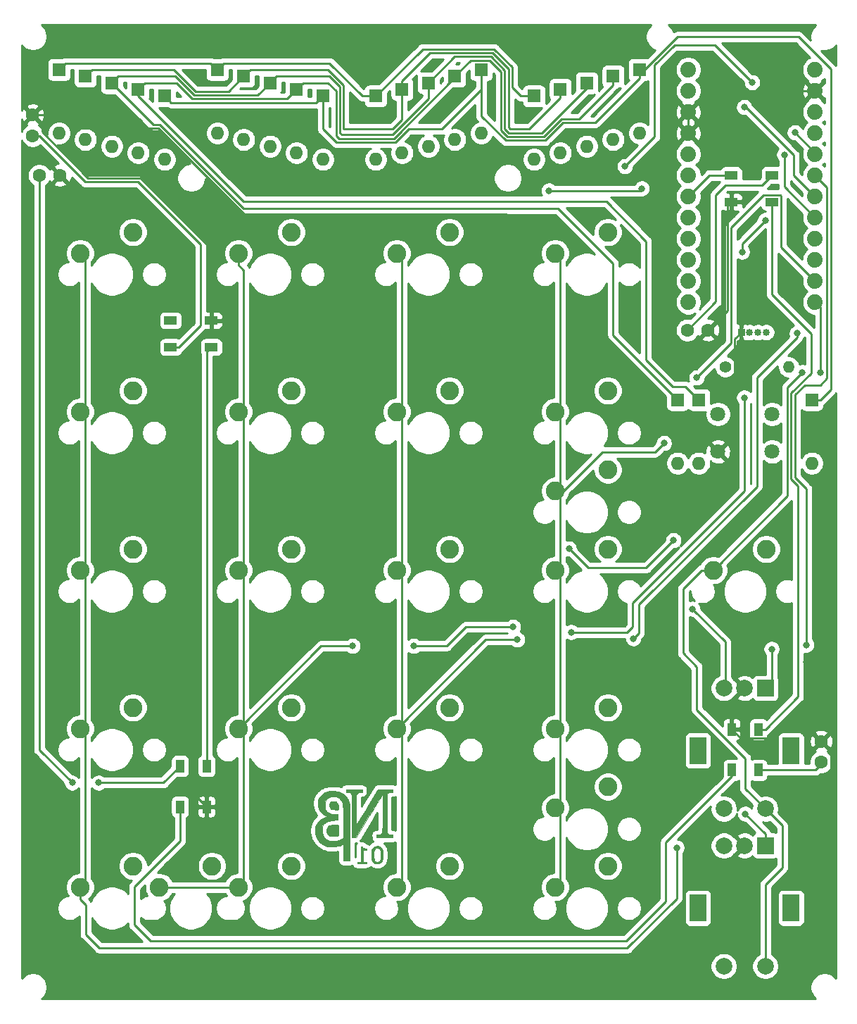
<source format=gbl>
%TF.GenerationSoftware,KiCad,Pcbnew,(5.1.8)-1*%
%TF.CreationDate,2021-05-23T17:34:50+02:00*%
%TF.ProjectId,HERMES PCB,4845524d-4553-4205-9043-422e6b696361,rev?*%
%TF.SameCoordinates,Original*%
%TF.FileFunction,Copper,L2,Bot*%
%TF.FilePolarity,Positive*%
%FSLAX46Y46*%
G04 Gerber Fmt 4.6, Leading zero omitted, Abs format (unit mm)*
G04 Created by KiCad (PCBNEW (5.1.8)-1) date 2021-05-23 17:34:50*
%MOMM*%
%LPD*%
G01*
G04 APERTURE LIST*
%TA.AperFunction,EtchedComponent*%
%ADD10C,0.010000*%
%TD*%
%TA.AperFunction,ComponentPad*%
%ADD11R,2.000000X2.000000*%
%TD*%
%TA.AperFunction,ComponentPad*%
%ADD12C,2.000000*%
%TD*%
%TA.AperFunction,ComponentPad*%
%ADD13R,2.000000X3.200000*%
%TD*%
%TA.AperFunction,ComponentPad*%
%ADD14C,1.879600*%
%TD*%
%TA.AperFunction,ComponentPad*%
%ADD15O,1.600000X1.600000*%
%TD*%
%TA.AperFunction,ComponentPad*%
%ADD16R,1.600000X1.600000*%
%TD*%
%TA.AperFunction,ComponentPad*%
%ADD17C,2.250000*%
%TD*%
%TA.AperFunction,ComponentPad*%
%ADD18C,1.800000*%
%TD*%
%TA.AperFunction,ComponentPad*%
%ADD19O,1.400000X1.400000*%
%TD*%
%TA.AperFunction,ComponentPad*%
%ADD20C,1.400000*%
%TD*%
%TA.AperFunction,SMDPad,CuDef*%
%ADD21R,1.500000X1.000000*%
%TD*%
%TA.AperFunction,SMDPad,CuDef*%
%ADD22R,1.000000X1.500000*%
%TD*%
%TA.AperFunction,ComponentPad*%
%ADD23O,0.850000X0.850000*%
%TD*%
%TA.AperFunction,ComponentPad*%
%ADD24R,0.850000X0.850000*%
%TD*%
%TA.AperFunction,ComponentPad*%
%ADD25C,1.600000*%
%TD*%
%TA.AperFunction,ViaPad*%
%ADD26C,0.800000*%
%TD*%
%TA.AperFunction,Conductor*%
%ADD27C,0.250000*%
%TD*%
%TA.AperFunction,Conductor*%
%ADD28C,0.254000*%
%TD*%
%TA.AperFunction,Conductor*%
%ADD29C,0.100000*%
%TD*%
%TA.AperFunction,NonConductor*%
%ADD30C,0.254000*%
%TD*%
%TA.AperFunction,NonConductor*%
%ADD31C,0.100000*%
%TD*%
G04 APERTURE END LIST*
D10*
%TO.C,G\u002A\u002A\u002A*%
G36*
X94659908Y-139379403D02*
G01*
X94600724Y-139381926D01*
X94445220Y-139397673D01*
X94325539Y-139431786D01*
X94229526Y-139490029D01*
X94145022Y-139578166D01*
X94121770Y-139608982D01*
X94053081Y-139721089D01*
X94002274Y-139846914D01*
X93967543Y-139994695D01*
X93947083Y-140172674D01*
X93939089Y-140389090D01*
X93938824Y-140444141D01*
X93939820Y-140601498D01*
X93943566Y-140720800D01*
X93951199Y-140813572D01*
X93963853Y-140891342D01*
X93982666Y-140965637D01*
X93993836Y-141002246D01*
X94056892Y-141166293D01*
X94131809Y-141290364D01*
X94225099Y-141383801D01*
X94290311Y-141427712D01*
X94362244Y-141464518D01*
X94434564Y-141486559D01*
X94525676Y-141498181D01*
X94606266Y-141502296D01*
X94711127Y-141502879D01*
X94805259Y-141497985D01*
X94870843Y-141488641D01*
X94878087Y-141486615D01*
X95008900Y-141421641D01*
X95124714Y-141320881D01*
X95200075Y-141215649D01*
X95273090Y-141041464D01*
X95324241Y-140832708D01*
X95352078Y-140600023D01*
X95354024Y-140444141D01*
X95055035Y-140444141D01*
X95054771Y-140611509D01*
X95053416Y-140737522D01*
X95050128Y-140830432D01*
X95044065Y-140898493D01*
X95034385Y-140949958D01*
X95020246Y-140993080D01*
X95000806Y-141036112D01*
X94993023Y-141051820D01*
X94939347Y-141137188D01*
X94875200Y-141209033D01*
X94846728Y-141231654D01*
X94738217Y-141276459D01*
X94612890Y-141286181D01*
X94489446Y-141260373D01*
X94446933Y-141241165D01*
X94369833Y-141182887D01*
X94310559Y-141097171D01*
X94266547Y-140977987D01*
X94235233Y-140819306D01*
X94222524Y-140713297D01*
X94210809Y-140525699D01*
X94211436Y-140334616D01*
X94223458Y-140151868D01*
X94245928Y-139989273D01*
X94277897Y-139858650D01*
X94294543Y-139814771D01*
X94366287Y-139702822D01*
X94464914Y-139632308D01*
X94592026Y-139602207D01*
X94629607Y-139600874D01*
X94762594Y-139614509D01*
X94863335Y-139659908D01*
X94942214Y-139743462D01*
X94986247Y-139820376D01*
X95009889Y-139869880D01*
X95027379Y-139913927D01*
X95039645Y-139960922D01*
X95047612Y-140019267D01*
X95052209Y-140097365D01*
X95054362Y-140203622D01*
X95054997Y-140346438D01*
X95055035Y-140444141D01*
X95354024Y-140444141D01*
X95355149Y-140354051D01*
X95341563Y-140177721D01*
X95306142Y-139956759D01*
X95254557Y-139778465D01*
X95184165Y-139637778D01*
X95092325Y-139529634D01*
X94976393Y-139448971D01*
X94955683Y-139438399D01*
X94883452Y-139405593D01*
X94821485Y-139386639D01*
X94752673Y-139378817D01*
X94659908Y-139379403D01*
G37*
X94659908Y-139379403D02*
X94600724Y-139381926D01*
X94445220Y-139397673D01*
X94325539Y-139431786D01*
X94229526Y-139490029D01*
X94145022Y-139578166D01*
X94121770Y-139608982D01*
X94053081Y-139721089D01*
X94002274Y-139846914D01*
X93967543Y-139994695D01*
X93947083Y-140172674D01*
X93939089Y-140389090D01*
X93938824Y-140444141D01*
X93939820Y-140601498D01*
X93943566Y-140720800D01*
X93951199Y-140813572D01*
X93963853Y-140891342D01*
X93982666Y-140965637D01*
X93993836Y-141002246D01*
X94056892Y-141166293D01*
X94131809Y-141290364D01*
X94225099Y-141383801D01*
X94290311Y-141427712D01*
X94362244Y-141464518D01*
X94434564Y-141486559D01*
X94525676Y-141498181D01*
X94606266Y-141502296D01*
X94711127Y-141502879D01*
X94805259Y-141497985D01*
X94870843Y-141488641D01*
X94878087Y-141486615D01*
X95008900Y-141421641D01*
X95124714Y-141320881D01*
X95200075Y-141215649D01*
X95273090Y-141041464D01*
X95324241Y-140832708D01*
X95352078Y-140600023D01*
X95354024Y-140444141D01*
X95055035Y-140444141D01*
X95054771Y-140611509D01*
X95053416Y-140737522D01*
X95050128Y-140830432D01*
X95044065Y-140898493D01*
X95034385Y-140949958D01*
X95020246Y-140993080D01*
X95000806Y-141036112D01*
X94993023Y-141051820D01*
X94939347Y-141137188D01*
X94875200Y-141209033D01*
X94846728Y-141231654D01*
X94738217Y-141276459D01*
X94612890Y-141286181D01*
X94489446Y-141260373D01*
X94446933Y-141241165D01*
X94369833Y-141182887D01*
X94310559Y-141097171D01*
X94266547Y-140977987D01*
X94235233Y-140819306D01*
X94222524Y-140713297D01*
X94210809Y-140525699D01*
X94211436Y-140334616D01*
X94223458Y-140151868D01*
X94245928Y-139989273D01*
X94277897Y-139858650D01*
X94294543Y-139814771D01*
X94366287Y-139702822D01*
X94464914Y-139632308D01*
X94592026Y-139602207D01*
X94629607Y-139600874D01*
X94762594Y-139614509D01*
X94863335Y-139659908D01*
X94942214Y-139743462D01*
X94986247Y-139820376D01*
X95009889Y-139869880D01*
X95027379Y-139913927D01*
X95039645Y-139960922D01*
X95047612Y-140019267D01*
X95052209Y-140097365D01*
X95054362Y-140203622D01*
X95054997Y-140346438D01*
X95055035Y-140444141D01*
X95354024Y-140444141D01*
X95355149Y-140354051D01*
X95341563Y-140177721D01*
X95306142Y-139956759D01*
X95254557Y-139778465D01*
X95184165Y-139637778D01*
X95092325Y-139529634D01*
X94976393Y-139448971D01*
X94955683Y-139438399D01*
X94883452Y-139405593D01*
X94821485Y-139386639D01*
X94752673Y-139378817D01*
X94659908Y-139379403D01*
G36*
X92661383Y-141262696D02*
G01*
X92239703Y-141262696D01*
X92239703Y-141485938D01*
X92781272Y-141485938D01*
X92940404Y-141485212D01*
X93082562Y-141483180D01*
X93200349Y-141480061D01*
X93286364Y-141476075D01*
X93333208Y-141471441D01*
X93339377Y-141469401D01*
X93350088Y-141435905D01*
X93355680Y-141373938D01*
X93355914Y-141357780D01*
X93355914Y-141262696D01*
X92908645Y-141262696D01*
X92915238Y-140574366D01*
X92921832Y-139886035D01*
X93140311Y-139878848D01*
X93358791Y-139871660D01*
X93351151Y-139779629D01*
X93343512Y-139687598D01*
X93198442Y-139672014D01*
X93061173Y-139643161D01*
X92962654Y-139588075D01*
X92897351Y-139502887D01*
X92874791Y-139445752D01*
X92849227Y-139415280D01*
X92790496Y-139403082D01*
X92761380Y-139402344D01*
X92661383Y-139402344D01*
X92661383Y-141262696D01*
G37*
X92661383Y-141262696D02*
X92239703Y-141262696D01*
X92239703Y-141485938D01*
X92781272Y-141485938D01*
X92940404Y-141485212D01*
X93082562Y-141483180D01*
X93200349Y-141480061D01*
X93286364Y-141476075D01*
X93333208Y-141471441D01*
X93339377Y-141469401D01*
X93350088Y-141435905D01*
X93355680Y-141373938D01*
X93355914Y-141357780D01*
X93355914Y-141262696D01*
X92908645Y-141262696D01*
X92915238Y-140574366D01*
X92921832Y-139886035D01*
X93140311Y-139878848D01*
X93358791Y-139871660D01*
X93351151Y-139779629D01*
X93343512Y-139687598D01*
X93198442Y-139672014D01*
X93061173Y-139643161D01*
X92962654Y-139588075D01*
X92897351Y-139502887D01*
X92874791Y-139445752D01*
X92849227Y-139415280D01*
X92790496Y-139403082D01*
X92761380Y-139402344D01*
X92661383Y-139402344D01*
X92661383Y-141262696D01*
G36*
X88910300Y-132777057D02*
G01*
X88619118Y-132839421D01*
X88356310Y-132935541D01*
X88124739Y-133064371D01*
X87927263Y-133224859D01*
X87766746Y-133415959D01*
X87765330Y-133418031D01*
X87637714Y-133646112D01*
X87553556Y-133886962D01*
X87511159Y-134135140D01*
X87508827Y-134385204D01*
X87544864Y-134631711D01*
X87617574Y-134869220D01*
X87725262Y-135092288D01*
X87866231Y-135295474D01*
X88038785Y-135473336D01*
X88241228Y-135620432D01*
X88471865Y-135731319D01*
X88488122Y-135737263D01*
X88579598Y-135775387D01*
X88629480Y-135808546D01*
X88637446Y-135827147D01*
X88610941Y-135849997D01*
X88546054Y-135877486D01*
X88453196Y-135905276D01*
X88444586Y-135907454D01*
X88271146Y-135962445D01*
X88087701Y-136040578D01*
X87910337Y-136133677D01*
X87755136Y-136233564D01*
X87670877Y-136300824D01*
X87537262Y-136440568D01*
X87412709Y-136607710D01*
X87310075Y-136783518D01*
X87257932Y-136902330D01*
X87196975Y-137128237D01*
X87167958Y-137380083D01*
X87170799Y-137645911D01*
X87205418Y-137913767D01*
X87266328Y-138155041D01*
X87378284Y-138425628D01*
X87532278Y-138675252D01*
X87723520Y-138899325D01*
X87947219Y-139093257D01*
X88198585Y-139252461D01*
X88472827Y-139372347D01*
X88569288Y-139403008D01*
X88798998Y-139450588D01*
X89056163Y-139471747D01*
X89329214Y-139467818D01*
X89606583Y-139440138D01*
X89876700Y-139390041D01*
X90127996Y-139318862D01*
X90348903Y-139227935D01*
X90420975Y-139189349D01*
X90484308Y-139154330D01*
X90528483Y-139132778D01*
X90538798Y-139129493D01*
X90541873Y-139153427D01*
X90544719Y-139221753D01*
X90547263Y-139329252D01*
X90549429Y-139470705D01*
X90551145Y-139640894D01*
X90552337Y-139834601D01*
X90552931Y-140046608D01*
X90552984Y-140134082D01*
X90552984Y-141138672D01*
X91348089Y-141138672D01*
X91342089Y-138457691D01*
X90555680Y-138457691D01*
X90411705Y-138529690D01*
X90196370Y-138622786D01*
X89970836Y-138689051D01*
X89813108Y-138720309D01*
X89642490Y-138741239D01*
X89452401Y-138751770D01*
X89259662Y-138751907D01*
X89081093Y-138741659D01*
X88933514Y-138721031D01*
X88928277Y-138719944D01*
X88689020Y-138647611D01*
X88483576Y-138539386D01*
X88312933Y-138396571D01*
X88178080Y-138220473D01*
X88080005Y-138012395D01*
X88019697Y-137773643D01*
X87998144Y-137505520D01*
X87998101Y-137492383D01*
X88014784Y-137241184D01*
X88066020Y-137023829D01*
X88153591Y-136836917D01*
X88279279Y-136677048D01*
X88444867Y-136540821D01*
X88522110Y-136492515D01*
X88684284Y-136416719D01*
X88884889Y-136352797D01*
X89113718Y-136302866D01*
X89360562Y-136269041D01*
X89615213Y-136253439D01*
X89679319Y-136252633D01*
X89884658Y-136252149D01*
X89877756Y-135911084D01*
X89870855Y-135570020D01*
X89573199Y-135554873D01*
X89325772Y-135533927D01*
X89118265Y-135496597D01*
X88942840Y-135439925D01*
X88791657Y-135360954D01*
X88656880Y-135256724D01*
X88579881Y-135180026D01*
X88483865Y-135058048D01*
X88414203Y-134923645D01*
X88366733Y-134765796D01*
X88337290Y-134573477D01*
X88332871Y-134526072D01*
X88332114Y-134283746D01*
X88372541Y-134067589D01*
X88453450Y-133878823D01*
X88574140Y-133718672D01*
X88733911Y-133588358D01*
X88925944Y-133491469D01*
X89048884Y-133457626D01*
X89202728Y-133435834D01*
X89370097Y-133426758D01*
X89533609Y-133431061D01*
X89675884Y-133449406D01*
X89723617Y-133461016D01*
X89936654Y-133546522D01*
X90118746Y-133670353D01*
X90270208Y-133832860D01*
X90391354Y-134034394D01*
X90482502Y-134275307D01*
X90494868Y-134319571D01*
X90502665Y-134352636D01*
X90509506Y-134391829D01*
X90515475Y-134440573D01*
X90520652Y-134502290D01*
X90525121Y-134580404D01*
X90528963Y-134678337D01*
X90532261Y-134799513D01*
X90535097Y-134947354D01*
X90537553Y-135125284D01*
X90539712Y-135336724D01*
X90541655Y-135585099D01*
X90543464Y-135873831D01*
X90545223Y-136206344D01*
X90546473Y-136468152D01*
X90555680Y-138457691D01*
X91342089Y-138457691D01*
X91340497Y-137746631D01*
X91332904Y-134354590D01*
X91276999Y-134143750D01*
X91192835Y-133884763D01*
X91084345Y-133660002D01*
X90944666Y-133457261D01*
X90801877Y-133298715D01*
X90586582Y-133111004D01*
X90354153Y-132964937D01*
X90099329Y-132858208D01*
X89816847Y-132788515D01*
X89566343Y-132757797D01*
X89226995Y-132749500D01*
X88910300Y-132777057D01*
G37*
X88910300Y-132777057D02*
X88619118Y-132839421D01*
X88356310Y-132935541D01*
X88124739Y-133064371D01*
X87927263Y-133224859D01*
X87766746Y-133415959D01*
X87765330Y-133418031D01*
X87637714Y-133646112D01*
X87553556Y-133886962D01*
X87511159Y-134135140D01*
X87508827Y-134385204D01*
X87544864Y-134631711D01*
X87617574Y-134869220D01*
X87725262Y-135092288D01*
X87866231Y-135295474D01*
X88038785Y-135473336D01*
X88241228Y-135620432D01*
X88471865Y-135731319D01*
X88488122Y-135737263D01*
X88579598Y-135775387D01*
X88629480Y-135808546D01*
X88637446Y-135827147D01*
X88610941Y-135849997D01*
X88546054Y-135877486D01*
X88453196Y-135905276D01*
X88444586Y-135907454D01*
X88271146Y-135962445D01*
X88087701Y-136040578D01*
X87910337Y-136133677D01*
X87755136Y-136233564D01*
X87670877Y-136300824D01*
X87537262Y-136440568D01*
X87412709Y-136607710D01*
X87310075Y-136783518D01*
X87257932Y-136902330D01*
X87196975Y-137128237D01*
X87167958Y-137380083D01*
X87170799Y-137645911D01*
X87205418Y-137913767D01*
X87266328Y-138155041D01*
X87378284Y-138425628D01*
X87532278Y-138675252D01*
X87723520Y-138899325D01*
X87947219Y-139093257D01*
X88198585Y-139252461D01*
X88472827Y-139372347D01*
X88569288Y-139403008D01*
X88798998Y-139450588D01*
X89056163Y-139471747D01*
X89329214Y-139467818D01*
X89606583Y-139440138D01*
X89876700Y-139390041D01*
X90127996Y-139318862D01*
X90348903Y-139227935D01*
X90420975Y-139189349D01*
X90484308Y-139154330D01*
X90528483Y-139132778D01*
X90538798Y-139129493D01*
X90541873Y-139153427D01*
X90544719Y-139221753D01*
X90547263Y-139329252D01*
X90549429Y-139470705D01*
X90551145Y-139640894D01*
X90552337Y-139834601D01*
X90552931Y-140046608D01*
X90552984Y-140134082D01*
X90552984Y-141138672D01*
X91348089Y-141138672D01*
X91342089Y-138457691D01*
X90555680Y-138457691D01*
X90411705Y-138529690D01*
X90196370Y-138622786D01*
X89970836Y-138689051D01*
X89813108Y-138720309D01*
X89642490Y-138741239D01*
X89452401Y-138751770D01*
X89259662Y-138751907D01*
X89081093Y-138741659D01*
X88933514Y-138721031D01*
X88928277Y-138719944D01*
X88689020Y-138647611D01*
X88483576Y-138539386D01*
X88312933Y-138396571D01*
X88178080Y-138220473D01*
X88080005Y-138012395D01*
X88019697Y-137773643D01*
X87998144Y-137505520D01*
X87998101Y-137492383D01*
X88014784Y-137241184D01*
X88066020Y-137023829D01*
X88153591Y-136836917D01*
X88279279Y-136677048D01*
X88444867Y-136540821D01*
X88522110Y-136492515D01*
X88684284Y-136416719D01*
X88884889Y-136352797D01*
X89113718Y-136302866D01*
X89360562Y-136269041D01*
X89615213Y-136253439D01*
X89679319Y-136252633D01*
X89884658Y-136252149D01*
X89877756Y-135911084D01*
X89870855Y-135570020D01*
X89573199Y-135554873D01*
X89325772Y-135533927D01*
X89118265Y-135496597D01*
X88942840Y-135439925D01*
X88791657Y-135360954D01*
X88656880Y-135256724D01*
X88579881Y-135180026D01*
X88483865Y-135058048D01*
X88414203Y-134923645D01*
X88366733Y-134765796D01*
X88337290Y-134573477D01*
X88332871Y-134526072D01*
X88332114Y-134283746D01*
X88372541Y-134067589D01*
X88453450Y-133878823D01*
X88574140Y-133718672D01*
X88733911Y-133588358D01*
X88925944Y-133491469D01*
X89048884Y-133457626D01*
X89202728Y-133435834D01*
X89370097Y-133426758D01*
X89533609Y-133431061D01*
X89675884Y-133449406D01*
X89723617Y-133461016D01*
X89936654Y-133546522D01*
X90118746Y-133670353D01*
X90270208Y-133832860D01*
X90391354Y-134034394D01*
X90482502Y-134275307D01*
X90494868Y-134319571D01*
X90502665Y-134352636D01*
X90509506Y-134391829D01*
X90515475Y-134440573D01*
X90520652Y-134502290D01*
X90525121Y-134580404D01*
X90528963Y-134678337D01*
X90532261Y-134799513D01*
X90535097Y-134947354D01*
X90537553Y-135125284D01*
X90539712Y-135336724D01*
X90541655Y-135585099D01*
X90543464Y-135873831D01*
X90545223Y-136206344D01*
X90546473Y-136468152D01*
X90555680Y-138457691D01*
X91342089Y-138457691D01*
X91340497Y-137746631D01*
X91332904Y-134354590D01*
X91276999Y-134143750D01*
X91192835Y-133884763D01*
X91084345Y-133660002D01*
X90944666Y-133457261D01*
X90801877Y-133298715D01*
X90586582Y-133111004D01*
X90354153Y-132964937D01*
X90099329Y-132858208D01*
X89816847Y-132788515D01*
X89566343Y-132757797D01*
X89226995Y-132749500D01*
X88910300Y-132777057D01*
G36*
X90875445Y-132897448D02*
G01*
X91094060Y-132907900D01*
X91242740Y-132922557D01*
X91352999Y-132953824D01*
X91434764Y-133007203D01*
X91497963Y-133088193D01*
X91529695Y-133149277D01*
X91538195Y-133168218D01*
X91545736Y-133188086D01*
X91552384Y-133211832D01*
X91558205Y-133242409D01*
X91563265Y-133282768D01*
X91567630Y-133335862D01*
X91571365Y-133404643D01*
X91574536Y-133492062D01*
X91577210Y-133601072D01*
X91579452Y-133734625D01*
X91581328Y-133895672D01*
X91582904Y-134087167D01*
X91584246Y-134312060D01*
X91585419Y-134573304D01*
X91586491Y-134873851D01*
X91587526Y-135216653D01*
X91588590Y-135604662D01*
X91589144Y-135812727D01*
X91595909Y-138362270D01*
X91849593Y-138355208D01*
X92103277Y-138348145D01*
X93653570Y-135800461D01*
X93852170Y-135474104D01*
X94044094Y-135158747D01*
X94227709Y-134857070D01*
X94401381Y-134571757D01*
X94563477Y-134305488D01*
X94712366Y-134060946D01*
X94846412Y-133840812D01*
X94963984Y-133647769D01*
X95063448Y-133484499D01*
X95143171Y-133353683D01*
X95201520Y-133258004D01*
X95236862Y-133200143D01*
X95247045Y-133183566D01*
X95254382Y-133173544D01*
X95260824Y-133170402D01*
X95266418Y-133177018D01*
X95271214Y-133196270D01*
X95275259Y-133231037D01*
X95278603Y-133284198D01*
X95281293Y-133358629D01*
X95283378Y-133457209D01*
X95284906Y-133582817D01*
X95285927Y-133738331D01*
X95286487Y-133926629D01*
X95286636Y-134150589D01*
X95286421Y-134413090D01*
X95285892Y-134717009D01*
X95285097Y-135065226D01*
X95284252Y-135396387D01*
X95283266Y-135788718D01*
X95282372Y-136134546D01*
X95281401Y-136436977D01*
X95280178Y-136699115D01*
X95278533Y-136924067D01*
X95276293Y-137114937D01*
X95273286Y-137274833D01*
X95269339Y-137406858D01*
X95264281Y-137514119D01*
X95257939Y-137599720D01*
X95250142Y-137666769D01*
X95240717Y-137718369D01*
X95229491Y-137757627D01*
X95216294Y-137787648D01*
X95200952Y-137811538D01*
X95183294Y-137832402D01*
X95163147Y-137853346D01*
X95147132Y-137870081D01*
X95092470Y-137917988D01*
X95025445Y-137952357D01*
X94935345Y-137976619D01*
X94811460Y-137994204D01*
X94737692Y-138001208D01*
X94544373Y-138017717D01*
X94558941Y-138348145D01*
X95544928Y-138354631D01*
X96530914Y-138361116D01*
X96530914Y-138020414D01*
X96329746Y-138003637D01*
X96175878Y-137984824D01*
X96061764Y-137955599D01*
X95978042Y-137912534D01*
X95915349Y-137852204D01*
X95915046Y-137851819D01*
X95895560Y-137826606D01*
X95878392Y-137801486D01*
X95863393Y-137773322D01*
X95850419Y-137738974D01*
X95839321Y-137695302D01*
X95829954Y-137639167D01*
X95822171Y-137567430D01*
X95815825Y-137476952D01*
X95810768Y-137364593D01*
X95806856Y-137227215D01*
X95803941Y-137061678D01*
X95801876Y-136864843D01*
X95800515Y-136633570D01*
X95799711Y-136364720D01*
X95799318Y-136055155D01*
X95799188Y-135701735D01*
X95799176Y-135371582D01*
X95799223Y-134989010D01*
X95799404Y-134652914D01*
X95799779Y-134360159D01*
X95800408Y-134107612D01*
X95801351Y-133892140D01*
X95802669Y-133710607D01*
X95804421Y-133559880D01*
X95806667Y-133436826D01*
X95809467Y-133338311D01*
X95812882Y-133261200D01*
X95816971Y-133202360D01*
X95821794Y-133158657D01*
X95827412Y-133126958D01*
X95833884Y-133104128D01*
X95841271Y-133087034D01*
X95843004Y-133083770D01*
X95892944Y-133014872D01*
X95960976Y-132965981D01*
X96055609Y-132933748D01*
X96185351Y-132914824D01*
X96289068Y-132908223D01*
X96530914Y-132897746D01*
X96530914Y-132556250D01*
X94732574Y-132557690D01*
X93431842Y-134704009D01*
X93250963Y-135002261D01*
X93077128Y-135288479D01*
X92912082Y-135559815D01*
X92757569Y-135813418D01*
X92615335Y-136046440D01*
X92487123Y-136256030D01*
X92374678Y-136439340D01*
X92279745Y-136593520D01*
X92204068Y-136715721D01*
X92149392Y-136803092D01*
X92117461Y-136852786D01*
X92109644Y-136863594D01*
X92106140Y-136841680D01*
X92103036Y-136773795D01*
X92100362Y-136663577D01*
X92098144Y-136514663D01*
X92096413Y-136330691D01*
X92095196Y-136115298D01*
X92094521Y-135872122D01*
X92094418Y-135604799D01*
X92094913Y-135316968D01*
X92095727Y-135082425D01*
X92097238Y-134739149D01*
X92098745Y-134441943D01*
X92100344Y-134187268D01*
X92102132Y-133971587D01*
X92104207Y-133791360D01*
X92106664Y-133643049D01*
X92109603Y-133523115D01*
X92113118Y-133428019D01*
X92117308Y-133354222D01*
X92122270Y-133298186D01*
X92128100Y-133256372D01*
X92134896Y-133225241D01*
X92142754Y-133201255D01*
X92147631Y-133189678D01*
X92219596Y-133067399D01*
X92311941Y-132981941D01*
X92431501Y-132929457D01*
X92585113Y-132906103D01*
X92655182Y-132904061D01*
X92835015Y-132903516D01*
X92835015Y-132556250D01*
X90875445Y-132556250D01*
X90875445Y-132897448D01*
G37*
X90875445Y-132897448D02*
X91094060Y-132907900D01*
X91242740Y-132922557D01*
X91352999Y-132953824D01*
X91434764Y-133007203D01*
X91497963Y-133088193D01*
X91529695Y-133149277D01*
X91538195Y-133168218D01*
X91545736Y-133188086D01*
X91552384Y-133211832D01*
X91558205Y-133242409D01*
X91563265Y-133282768D01*
X91567630Y-133335862D01*
X91571365Y-133404643D01*
X91574536Y-133492062D01*
X91577210Y-133601072D01*
X91579452Y-133734625D01*
X91581328Y-133895672D01*
X91582904Y-134087167D01*
X91584246Y-134312060D01*
X91585419Y-134573304D01*
X91586491Y-134873851D01*
X91587526Y-135216653D01*
X91588590Y-135604662D01*
X91589144Y-135812727D01*
X91595909Y-138362270D01*
X91849593Y-138355208D01*
X92103277Y-138348145D01*
X93653570Y-135800461D01*
X93852170Y-135474104D01*
X94044094Y-135158747D01*
X94227709Y-134857070D01*
X94401381Y-134571757D01*
X94563477Y-134305488D01*
X94712366Y-134060946D01*
X94846412Y-133840812D01*
X94963984Y-133647769D01*
X95063448Y-133484499D01*
X95143171Y-133353683D01*
X95201520Y-133258004D01*
X95236862Y-133200143D01*
X95247045Y-133183566D01*
X95254382Y-133173544D01*
X95260824Y-133170402D01*
X95266418Y-133177018D01*
X95271214Y-133196270D01*
X95275259Y-133231037D01*
X95278603Y-133284198D01*
X95281293Y-133358629D01*
X95283378Y-133457209D01*
X95284906Y-133582817D01*
X95285927Y-133738331D01*
X95286487Y-133926629D01*
X95286636Y-134150589D01*
X95286421Y-134413090D01*
X95285892Y-134717009D01*
X95285097Y-135065226D01*
X95284252Y-135396387D01*
X95283266Y-135788718D01*
X95282372Y-136134546D01*
X95281401Y-136436977D01*
X95280178Y-136699115D01*
X95278533Y-136924067D01*
X95276293Y-137114937D01*
X95273286Y-137274833D01*
X95269339Y-137406858D01*
X95264281Y-137514119D01*
X95257939Y-137599720D01*
X95250142Y-137666769D01*
X95240717Y-137718369D01*
X95229491Y-137757627D01*
X95216294Y-137787648D01*
X95200952Y-137811538D01*
X95183294Y-137832402D01*
X95163147Y-137853346D01*
X95147132Y-137870081D01*
X95092470Y-137917988D01*
X95025445Y-137952357D01*
X94935345Y-137976619D01*
X94811460Y-137994204D01*
X94737692Y-138001208D01*
X94544373Y-138017717D01*
X94558941Y-138348145D01*
X95544928Y-138354631D01*
X96530914Y-138361116D01*
X96530914Y-138020414D01*
X96329746Y-138003637D01*
X96175878Y-137984824D01*
X96061764Y-137955599D01*
X95978042Y-137912534D01*
X95915349Y-137852204D01*
X95915046Y-137851819D01*
X95895560Y-137826606D01*
X95878392Y-137801486D01*
X95863393Y-137773322D01*
X95850419Y-137738974D01*
X95839321Y-137695302D01*
X95829954Y-137639167D01*
X95822171Y-137567430D01*
X95815825Y-137476952D01*
X95810768Y-137364593D01*
X95806856Y-137227215D01*
X95803941Y-137061678D01*
X95801876Y-136864843D01*
X95800515Y-136633570D01*
X95799711Y-136364720D01*
X95799318Y-136055155D01*
X95799188Y-135701735D01*
X95799176Y-135371582D01*
X95799223Y-134989010D01*
X95799404Y-134652914D01*
X95799779Y-134360159D01*
X95800408Y-134107612D01*
X95801351Y-133892140D01*
X95802669Y-133710607D01*
X95804421Y-133559880D01*
X95806667Y-133436826D01*
X95809467Y-133338311D01*
X95812882Y-133261200D01*
X95816971Y-133202360D01*
X95821794Y-133158657D01*
X95827412Y-133126958D01*
X95833884Y-133104128D01*
X95841271Y-133087034D01*
X95843004Y-133083770D01*
X95892944Y-133014872D01*
X95960976Y-132965981D01*
X96055609Y-132933748D01*
X96185351Y-132914824D01*
X96289068Y-132908223D01*
X96530914Y-132897746D01*
X96530914Y-132556250D01*
X94732574Y-132557690D01*
X93431842Y-134704009D01*
X93250963Y-135002261D01*
X93077128Y-135288479D01*
X92912082Y-135559815D01*
X92757569Y-135813418D01*
X92615335Y-136046440D01*
X92487123Y-136256030D01*
X92374678Y-136439340D01*
X92279745Y-136593520D01*
X92204068Y-136715721D01*
X92149392Y-136803092D01*
X92117461Y-136852786D01*
X92109644Y-136863594D01*
X92106140Y-136841680D01*
X92103036Y-136773795D01*
X92100362Y-136663577D01*
X92098144Y-136514663D01*
X92096413Y-136330691D01*
X92095196Y-136115298D01*
X92094521Y-135872122D01*
X92094418Y-135604799D01*
X92094913Y-135316968D01*
X92095727Y-135082425D01*
X92097238Y-134739149D01*
X92098745Y-134441943D01*
X92100344Y-134187268D01*
X92102132Y-133971587D01*
X92104207Y-133791360D01*
X92106664Y-133643049D01*
X92109603Y-133523115D01*
X92113118Y-133428019D01*
X92117308Y-133354222D01*
X92122270Y-133298186D01*
X92128100Y-133256372D01*
X92134896Y-133225241D01*
X92142754Y-133201255D01*
X92147631Y-133189678D01*
X92219596Y-133067399D01*
X92311941Y-132981941D01*
X92431501Y-132929457D01*
X92585113Y-132906103D01*
X92655182Y-132904061D01*
X92835015Y-132903516D01*
X92835015Y-132556250D01*
X90875445Y-132556250D01*
X90875445Y-132897448D01*
%TD*%
D11*
%TO.P,SW2,A*%
%TO.N,F5*%
X141351000Y-139319000D03*
D12*
%TO.P,SW2,C*%
%TO.N,GND*%
X138851000Y-139319000D03*
%TO.P,SW2,B*%
%TO.N,F6*%
X136351000Y-139319000D03*
D13*
%TO.P,SW2,MP*%
%TO.N,N/C*%
X144451000Y-146819000D03*
X133251000Y-146819000D03*
D12*
%TO.P,SW2,S2*%
%TO.N,B6*%
X141351000Y-153819000D03*
%TO.P,SW2,S1*%
%TO.N,Net-(D23-Pad2)*%
X136351000Y-153819000D03*
%TD*%
D14*
%TO.P,B1,24*%
%TO.N,Net-(B1-Pad24)*%
X147320000Y-46037500D03*
%TO.P,B1,23*%
%TO.N,GND*%
X147320000Y-48577500D03*
%TO.P,B1,22*%
%TO.N,RESET*%
X147320000Y-51117500D03*
%TO.P,B1,21*%
%TO.N,+5V*%
X147320000Y-53657500D03*
%TO.P,B1,20*%
%TO.N,F4*%
X147320000Y-56197500D03*
%TO.P,B1,19*%
%TO.N,F5*%
X147320000Y-58737500D03*
%TO.P,B1,18*%
%TO.N,F6*%
X147320000Y-61277500D03*
%TO.P,B1,17*%
%TO.N,COL0*%
X147320000Y-63817500D03*
%TO.P,B1,16*%
%TO.N,B1*%
X147320000Y-66357500D03*
%TO.P,B1,15*%
%TO.N,B3*%
X147320000Y-68897500D03*
%TO.P,B1,14*%
%TO.N,B2*%
X147320000Y-71437500D03*
%TO.P,B1,13*%
%TO.N,B6*%
X147320000Y-73977500D03*
%TO.P,B1,12*%
%TO.N,B5*%
X132080000Y-73977500D03*
%TO.P,B1,11*%
%TO.N,B4*%
X132080000Y-71437500D03*
%TO.P,B1,10*%
%TO.N,E6*%
X132080000Y-68897500D03*
%TO.P,B1,9*%
%TO.N,D7*%
X132080000Y-66357500D03*
%TO.P,B1,8*%
%TO.N,C6*%
X132080000Y-63817500D03*
%TO.P,B1,7*%
%TO.N,D4*%
X132080000Y-61277500D03*
%TO.P,B1,6*%
%TO.N,SCL*%
X132080000Y-58737500D03*
%TO.P,B1,5*%
%TO.N,SDA*%
X132080000Y-56197500D03*
%TO.P,B1,4*%
%TO.N,GND*%
X132080000Y-53657500D03*
%TO.P,B1,3*%
X132080000Y-51117500D03*
%TO.P,B1,2*%
%TO.N,D2*%
X132080000Y-48577500D03*
%TO.P,B1,1*%
%TO.N,Net-(B1-Pad1)*%
X132080000Y-46037500D03*
%TD*%
D15*
%TO.P,D23,2*%
%TO.N,Net-(D23-Pad2)*%
X146939000Y-93345000D03*
D16*
%TO.P,D23,1*%
%TO.N,C6*%
X146939000Y-85725000D03*
%TD*%
D15*
%TO.P,D22,2*%
%TO.N,Net-(D22-Pad2)*%
X126206250Y-53657500D03*
D16*
%TO.P,D22,1*%
%TO.N,C6*%
X126206250Y-46037500D03*
%TD*%
D15*
%TO.P,D21,2*%
%TO.N,Net-(D21-Pad2)*%
X107156250Y-53657500D03*
D16*
%TO.P,D21,1*%
%TO.N,C6*%
X107156250Y-46037500D03*
%TD*%
D15*
%TO.P,D20,2*%
%TO.N,Net-(D20-Pad2)*%
X88106250Y-56832500D03*
D16*
%TO.P,D20,1*%
%TO.N,C6*%
X88106250Y-49212500D03*
%TD*%
D15*
%TO.P,D19,2*%
%TO.N,Net-(D19-Pad2)*%
X69056250Y-56832500D03*
D16*
%TO.P,D19,1*%
%TO.N,C6*%
X69056250Y-49212500D03*
%TD*%
D15*
%TO.P,D18,2*%
%TO.N,Net-(D18-Pad2)*%
X123031250Y-54451250D03*
D16*
%TO.P,D18,1*%
%TO.N,D7*%
X123031250Y-46831250D03*
%TD*%
D15*
%TO.P,D17,2*%
%TO.N,Net-(D17-Pad2)*%
X103981250Y-54451250D03*
D16*
%TO.P,D17,1*%
%TO.N,D7*%
X103981250Y-46831250D03*
%TD*%
D15*
%TO.P,D16,2*%
%TO.N,Net-(D16-Pad2)*%
X84931250Y-56038750D03*
D16*
%TO.P,D16,1*%
%TO.N,D7*%
X84931250Y-48418750D03*
%TD*%
D15*
%TO.P,D15,2*%
%TO.N,Net-(D15-Pad2)*%
X65881250Y-56038750D03*
D16*
%TO.P,D15,1*%
%TO.N,D7*%
X65881250Y-48418750D03*
%TD*%
D15*
%TO.P,D14,2*%
%TO.N,Net-(D14-Pad2)*%
X133350000Y-93345000D03*
D16*
%TO.P,D14,1*%
%TO.N,D7*%
X133350000Y-85725000D03*
%TD*%
D15*
%TO.P,D13,2*%
%TO.N,Net-(D13-Pad2)*%
X119856250Y-55245000D03*
D16*
%TO.P,D13,1*%
%TO.N,E6*%
X119856250Y-47625000D03*
%TD*%
D15*
%TO.P,D12,2*%
%TO.N,Net-(D12-Pad2)*%
X100806250Y-55245000D03*
D16*
%TO.P,D12,1*%
%TO.N,E6*%
X100806250Y-47625000D03*
%TD*%
D15*
%TO.P,D11,2*%
%TO.N,Net-(D11-Pad2)*%
X81756250Y-55245000D03*
D16*
%TO.P,D11,1*%
%TO.N,E6*%
X81756250Y-47625000D03*
%TD*%
D15*
%TO.P,D10,2*%
%TO.N,Net-(D10-Pad2)*%
X62706250Y-55245000D03*
D16*
%TO.P,D10,1*%
%TO.N,E6*%
X62706250Y-47625000D03*
%TD*%
D15*
%TO.P,D9,2*%
%TO.N,Net-(D9-Pad2)*%
X130810000Y-93345000D03*
D16*
%TO.P,D9,1*%
%TO.N,E6*%
X130810000Y-85725000D03*
%TD*%
D15*
%TO.P,D8,2*%
%TO.N,Net-(D8-Pad2)*%
X116681250Y-56038750D03*
D16*
%TO.P,D8,1*%
%TO.N,B4*%
X116681250Y-48418750D03*
%TD*%
D15*
%TO.P,D7,2*%
%TO.N,Net-(D7-Pad2)*%
X97631250Y-56038750D03*
D16*
%TO.P,D7,1*%
%TO.N,B4*%
X97631250Y-48418750D03*
%TD*%
D15*
%TO.P,D6,2*%
%TO.N,Net-(D6-Pad2)*%
X78581250Y-54451250D03*
D16*
%TO.P,D6,1*%
%TO.N,B4*%
X78581250Y-46831250D03*
%TD*%
D15*
%TO.P,D5,2*%
%TO.N,Net-(D5-Pad2)*%
X59531250Y-54451250D03*
D16*
%TO.P,D5,1*%
%TO.N,B4*%
X59531250Y-46831250D03*
%TD*%
D15*
%TO.P,D4,2*%
%TO.N,Net-(D4-Pad2)*%
X113506250Y-56832500D03*
D16*
%TO.P,D4,1*%
%TO.N,B5*%
X113506250Y-49212500D03*
%TD*%
D15*
%TO.P,D3,2*%
%TO.N,Net-(D3-Pad2)*%
X94456250Y-56832500D03*
D16*
%TO.P,D3,1*%
%TO.N,B5*%
X94456250Y-49212500D03*
%TD*%
D15*
%TO.P,D2,2*%
%TO.N,Net-(D2-Pad2)*%
X75406250Y-53657500D03*
D16*
%TO.P,D2,1*%
%TO.N,B5*%
X75406250Y-46037500D03*
%TD*%
D15*
%TO.P,D1,2*%
%TO.N,Net-(D1-Pad2)*%
X56356250Y-53657500D03*
D16*
%TO.P,D1,1*%
%TO.N,B5*%
X56356250Y-46037500D03*
%TD*%
D17*
%TO.P,MX16,2*%
%TO.N,Net-(D16-Pad2)*%
X84296250Y-122713750D03*
%TO.P,MX16,1*%
%TO.N,B1*%
X77946250Y-125253750D03*
%TD*%
%TO.P,MX24,2*%
%TO.N,Net-(D22-Pad2)*%
X122396250Y-141763750D03*
%TO.P,MX24,1*%
%TO.N,B2*%
X116046250Y-144303750D03*
%TD*%
%TO.P,MX23,2*%
%TO.N,Net-(D21-Pad2)*%
X103346250Y-141763750D03*
%TO.P,MX23,1*%
%TO.N,B3*%
X96996250Y-144303750D03*
%TD*%
%TO.P,MX22,2*%
%TO.N,Net-(D20-Pad2)*%
X84296250Y-141763750D03*
%TO.P,MX22,1*%
%TO.N,B1*%
X77946250Y-144303750D03*
%TD*%
%TO.P,MX21,2*%
%TO.N,Net-(D20-Pad2)*%
X74771250Y-141763750D03*
%TO.P,MX21,1*%
%TO.N,B1*%
X68421250Y-144303750D03*
%TD*%
%TO.P,MX20,2*%
%TO.N,Net-(D19-Pad2)*%
X65246250Y-141763750D03*
%TO.P,MX20,1*%
%TO.N,COL0*%
X58896250Y-144303750D03*
%TD*%
%TO.P,MX19,2*%
%TO.N,Net-(D22-Pad2)*%
X122396250Y-132238750D03*
%TO.P,MX19,1*%
%TO.N,B2*%
X116046250Y-134778750D03*
%TD*%
%TO.P,MX18,2*%
%TO.N,Net-(D18-Pad2)*%
X122396250Y-122713750D03*
%TO.P,MX18,1*%
%TO.N,B2*%
X116046250Y-125253750D03*
%TD*%
%TO.P,MX17,2*%
%TO.N,Net-(D17-Pad2)*%
X103346250Y-122713750D03*
%TO.P,MX17,1*%
%TO.N,B3*%
X96996250Y-125253750D03*
%TD*%
%TO.P,MX15,2*%
%TO.N,Net-(D15-Pad2)*%
X65246250Y-122713750D03*
%TO.P,MX15,1*%
%TO.N,COL0*%
X58896250Y-125253750D03*
%TD*%
%TO.P,MX14,2*%
%TO.N,Net-(D13-Pad2)*%
X122396250Y-103663750D03*
%TO.P,MX14,1*%
%TO.N,B2*%
X116046250Y-106203750D03*
%TD*%
%TO.P,MX13,2*%
%TO.N,Net-(D12-Pad2)*%
X103346250Y-103663750D03*
%TO.P,MX13,1*%
%TO.N,B3*%
X96996250Y-106203750D03*
%TD*%
%TO.P,MX12,2*%
%TO.N,Net-(D11-Pad2)*%
X84296250Y-103663750D03*
%TO.P,MX12,1*%
%TO.N,B1*%
X77946250Y-106203750D03*
%TD*%
%TO.P,MX11,2*%
%TO.N,Net-(D10-Pad2)*%
X65246250Y-103663750D03*
%TO.P,MX11,1*%
%TO.N,COL0*%
X58896250Y-106203750D03*
%TD*%
%TO.P,MX10,2*%
%TO.N,Net-(D9-Pad2)*%
X141446250Y-103663750D03*
%TO.P,MX10,1*%
%TO.N,B6*%
X135096250Y-106203750D03*
%TD*%
%TO.P,MX9,2*%
%TO.N,Net-(D13-Pad2)*%
X122396250Y-94138750D03*
%TO.P,MX9,1*%
%TO.N,B2*%
X116046250Y-96678750D03*
%TD*%
%TO.P,MX8,2*%
%TO.N,Net-(D8-Pad2)*%
X122396250Y-84613750D03*
%TO.P,MX8,1*%
%TO.N,B2*%
X116046250Y-87153750D03*
%TD*%
%TO.P,MX7,2*%
%TO.N,Net-(D7-Pad2)*%
X103346250Y-84613750D03*
%TO.P,MX7,1*%
%TO.N,B3*%
X96996250Y-87153750D03*
%TD*%
%TO.P,MX6,2*%
%TO.N,Net-(D6-Pad2)*%
X84296250Y-84613750D03*
%TO.P,MX6,1*%
%TO.N,B1*%
X77946250Y-87153750D03*
%TD*%
%TO.P,MX5,2*%
%TO.N,Net-(D5-Pad2)*%
X65246250Y-84613750D03*
%TO.P,MX5,1*%
%TO.N,COL0*%
X58896250Y-87153750D03*
%TD*%
%TO.P,MX4,2*%
%TO.N,Net-(D4-Pad2)*%
X122396250Y-65563750D03*
%TO.P,MX4,1*%
%TO.N,B2*%
X116046250Y-68103750D03*
%TD*%
%TO.P,MX3,2*%
%TO.N,Net-(D3-Pad2)*%
X103346250Y-65563750D03*
%TO.P,MX3,1*%
%TO.N,B3*%
X96996250Y-68103750D03*
%TD*%
%TO.P,MX2,2*%
%TO.N,Net-(D2-Pad2)*%
X84296250Y-65563750D03*
%TO.P,MX2,1*%
%TO.N,B1*%
X77946250Y-68103750D03*
%TD*%
%TO.P,MX1,2*%
%TO.N,Net-(D1-Pad2)*%
X65246250Y-65563750D03*
%TO.P,MX1,1*%
%TO.N,COL0*%
X58896250Y-68103750D03*
%TD*%
D18*
%TO.P,SW3,4*%
%TO.N,N/C*%
X135656250Y-87443750D03*
%TO.P,SW3,3*%
X142156250Y-91943750D03*
%TO.P,SW3,2*%
%TO.N,GND*%
X135656250Y-91943750D03*
%TO.P,SW3,1*%
%TO.N,RESET*%
X142156250Y-87443750D03*
%TD*%
D11*
%TO.P,SW1,A*%
%TO.N,F5*%
X141351000Y-120396000D03*
D12*
%TO.P,SW1,C*%
%TO.N,GND*%
X138851000Y-120396000D03*
%TO.P,SW1,B*%
%TO.N,F4*%
X136351000Y-120396000D03*
D13*
%TO.P,SW1,MP*%
%TO.N,N/C*%
X144451000Y-127896000D03*
X133251000Y-127896000D03*
D12*
%TO.P,SW1,S2*%
%TO.N,B6*%
X141351000Y-134896000D03*
%TO.P,SW1,S1*%
%TO.N,Net-(D14-Pad2)*%
X136351000Y-134896000D03*
%TD*%
D19*
%TO.P,R1,2*%
%TO.N,RESET*%
X144145000Y-81756250D03*
D20*
%TO.P,R1,1*%
%TO.N,+5V*%
X136525000Y-81756250D03*
%TD*%
D21*
%TO.P,LED4,1*%
%TO.N,+5V*%
X69781250Y-79387500D03*
%TO.P,LED4,2*%
%TO.N,Net-(LED4-Pad2)*%
X69781250Y-76187500D03*
%TO.P,LED4,4*%
%TO.N,Net-(LED3-Pad2)*%
X74681250Y-79387500D03*
%TO.P,LED4,3*%
%TO.N,GND*%
X74681250Y-76187500D03*
%TD*%
D22*
%TO.P,LED3,1*%
%TO.N,+5V*%
X70917000Y-129757000D03*
%TO.P,LED3,2*%
%TO.N,Net-(LED3-Pad2)*%
X74117000Y-129757000D03*
%TO.P,LED3,4*%
%TO.N,Net-(LED2-Pad2)*%
X70917000Y-134657000D03*
%TO.P,LED3,3*%
%TO.N,GND*%
X74117000Y-134657000D03*
%TD*%
%TO.P,LED2,1*%
%TO.N,+5V*%
X140506250Y-130243750D03*
%TO.P,LED2,2*%
%TO.N,Net-(LED2-Pad2)*%
X137306250Y-130243750D03*
%TO.P,LED2,4*%
%TO.N,Net-(LED1-Pad2)*%
X140506250Y-125343750D03*
%TO.P,LED2,3*%
%TO.N,GND*%
X137306250Y-125343750D03*
%TD*%
D21*
%TO.P,LED1,1*%
%TO.N,+5V*%
X142150000Y-58725000D03*
%TO.P,LED1,2*%
%TO.N,Net-(LED1-Pad2)*%
X142150000Y-61925000D03*
%TO.P,LED1,4*%
%TO.N,D4*%
X137250000Y-58725000D03*
%TO.P,LED1,3*%
%TO.N,GND*%
X137250000Y-61925000D03*
%TD*%
D23*
%TO.P,J1,4*%
%TO.N,SDA*%
X141462000Y-77597000D03*
%TO.P,J1,3*%
%TO.N,SCL*%
X140462000Y-77597000D03*
%TO.P,J1,2*%
%TO.N,+5V*%
X139462000Y-77597000D03*
D24*
%TO.P,J1,1*%
%TO.N,GND*%
X138462000Y-77597000D03*
%TD*%
D25*
%TO.P,C4,2*%
%TO.N,GND*%
X53181250Y-51475000D03*
%TO.P,C4,1*%
%TO.N,+5V*%
X53181250Y-53975000D03*
%TD*%
%TO.P,C3,2*%
%TO.N,GND*%
X56475000Y-58737500D03*
%TO.P,C3,1*%
%TO.N,+5V*%
X53975000Y-58737500D03*
%TD*%
%TO.P,C2,2*%
%TO.N,GND*%
X148082000Y-126786000D03*
%TO.P,C2,1*%
%TO.N,+5V*%
X148082000Y-129286000D03*
%TD*%
%TO.P,C1,2*%
%TO.N,GND*%
X134453000Y-77343000D03*
%TO.P,C1,1*%
%TO.N,+5V*%
X131953000Y-77343000D03*
%TD*%
D26*
%TO.N,F4*%
X132588000Y-110871000D03*
X130302000Y-102616000D03*
X117729000Y-103632000D03*
X115316000Y-60579000D03*
X126492000Y-60325000D03*
X124460000Y-57658000D03*
X139763500Y-47561500D03*
X144907000Y-53594000D03*
%TO.N,F5*%
X146304000Y-115189000D03*
X142113000Y-115697000D03*
X138938000Y-135509000D03*
%TO.N,F6*%
X138811000Y-50546000D03*
%TO.N,B1*%
X138811000Y-85471000D03*
X117983000Y-113665000D03*
X110998000Y-113030000D03*
X99060000Y-115316000D03*
X91694000Y-115316000D03*
%TO.N,B3*%
X111506000Y-114554000D03*
X125476000Y-114427000D03*
X145161000Y-77724000D03*
%TO.N,B2*%
X133096000Y-83058000D03*
X129159000Y-90932000D03*
%TO.N,B6*%
X145796000Y-82423000D03*
X147955000Y-82423000D03*
%TO.N,GND*%
X57943750Y-134143750D03*
X61118750Y-134143750D03*
X110934500Y-64198500D03*
X114046000Y-59182000D03*
X148045010Y-117983000D03*
X146254132Y-117262959D03*
X145959990Y-136906000D03*
%TO.N,+5V*%
X57943750Y-131762500D03*
X61118750Y-131762500D03*
X61118750Y-131762500D03*
%TO.N,COL0*%
X130683000Y-139573000D03*
X138557000Y-67945000D03*
X141351000Y-64135000D03*
X143637000Y-56261000D03*
%TD*%
D27*
%TO.N,F4*%
X136546251Y-120200749D02*
X136546251Y-114829251D01*
X136351000Y-120396000D02*
X136546251Y-120200749D01*
X136546251Y-114829251D02*
X132588000Y-110871000D01*
X132588000Y-110871000D02*
X132588000Y-110871000D01*
X130302000Y-102616000D02*
X127000000Y-105918000D01*
X127000000Y-105918000D02*
X120015000Y-105918000D01*
X120015000Y-105918000D02*
X117729000Y-103632000D01*
X117729000Y-103632000D02*
X117729000Y-103632000D01*
X115316000Y-60579000D02*
X126238000Y-60579000D01*
X126238000Y-60579000D02*
X126492000Y-60325000D01*
X126492000Y-60325000D02*
X126492000Y-60325000D01*
X139763500Y-47561500D02*
X139827000Y-47625000D01*
X147320000Y-56007000D02*
X147320000Y-56197500D01*
X144907000Y-53594000D02*
X147320000Y-56007000D01*
X128016000Y-54102000D02*
X128016000Y-45467410D01*
X128016000Y-45467410D02*
X130430410Y-43053000D01*
X124460000Y-57658000D02*
X128016000Y-54102000D01*
X130430410Y-43053000D02*
X135255000Y-43053000D01*
X135255000Y-43053000D02*
X139763500Y-47561500D01*
%TO.N,F5*%
X146304000Y-115189000D02*
X146304000Y-115189000D01*
X146304000Y-96455090D02*
X146304000Y-115189000D01*
X144912510Y-85117650D02*
X144912510Y-95063600D01*
X146083160Y-83947000D02*
X144912510Y-85117650D01*
X148774990Y-83157350D02*
X147985340Y-83947000D01*
X147985340Y-83947000D02*
X146083160Y-83947000D01*
X148774990Y-60192490D02*
X148774990Y-83157350D01*
X144912510Y-95063600D02*
X146304000Y-96455090D01*
X147320000Y-58737500D02*
X148774990Y-60192490D01*
X146304000Y-115189000D02*
X146304000Y-115189000D01*
X142113000Y-119634000D02*
X141351000Y-120396000D01*
X142113000Y-115697000D02*
X142113000Y-119634000D01*
X141351000Y-139319000D02*
X141351000Y-137922000D01*
X141351000Y-137922000D02*
X138938000Y-135509000D01*
X138938000Y-135509000D02*
X138938000Y-135509000D01*
%TO.N,F6*%
X147320000Y-61277500D02*
X144780000Y-58737500D01*
X144780000Y-56330998D02*
X138995002Y-50546000D01*
X144780000Y-58737500D02*
X144780000Y-56330998D01*
X138995002Y-50546000D02*
X138811000Y-50546000D01*
X138811000Y-50546000D02*
X138811000Y-50546000D01*
%TO.N,B1*%
X68421250Y-144303750D02*
X77946250Y-144303750D01*
X77946250Y-69502748D02*
X77946250Y-68103750D01*
X78581250Y-70137748D02*
X77946250Y-69502748D01*
X78581250Y-86518750D02*
X78581250Y-70137748D01*
X77946250Y-87153750D02*
X78581250Y-86518750D01*
X78581250Y-87788750D02*
X77946250Y-87153750D01*
X78581250Y-105568750D02*
X78581250Y-87788750D01*
X77946250Y-106203750D02*
X78581250Y-105568750D01*
X78581250Y-106838750D02*
X77946250Y-106203750D01*
X78581250Y-124618750D02*
X78581250Y-106838750D01*
X77946250Y-125253750D02*
X78581250Y-124618750D01*
X78581250Y-125888750D02*
X77946250Y-125253750D01*
X78581250Y-143668750D02*
X78581250Y-125888750D01*
X77946250Y-144303750D02*
X78581250Y-143668750D01*
X138811000Y-96645002D02*
X125349000Y-110107002D01*
X138811000Y-85471000D02*
X138811000Y-96645002D01*
X125349000Y-110107002D02*
X125349000Y-113030000D01*
X125349000Y-113030000D02*
X124714000Y-113665000D01*
X124714000Y-113665000D02*
X117983000Y-113665000D01*
X117983000Y-113665000D02*
X117983000Y-113665000D01*
X110998000Y-113030000D02*
X105283000Y-113030000D01*
X105283000Y-113030000D02*
X102997000Y-115316000D01*
X102997000Y-115316000D02*
X99060000Y-115316000D01*
X99060000Y-115316000D02*
X99060000Y-115316000D01*
X87884000Y-115316000D02*
X77946250Y-125253750D01*
X91694000Y-115316000D02*
X87884000Y-115316000D01*
%TO.N,B3*%
X97631250Y-86518750D02*
X96996250Y-87153750D01*
X97631250Y-68738750D02*
X97631250Y-86518750D01*
X96996250Y-68103750D02*
X97631250Y-68738750D01*
X97631250Y-105568750D02*
X96996250Y-106203750D01*
X97631250Y-87788750D02*
X97631250Y-105568750D01*
X96996250Y-87153750D02*
X97631250Y-87788750D01*
X97631250Y-124618750D02*
X96996250Y-125253750D01*
X97631250Y-106838750D02*
X97631250Y-124618750D01*
X96996250Y-106203750D02*
X97631250Y-106838750D01*
X97631250Y-143668750D02*
X96996250Y-144303750D01*
X97631250Y-125888750D02*
X97631250Y-143668750D01*
X96996250Y-125253750D02*
X97631250Y-125888750D01*
X96996250Y-125253750D02*
X107696000Y-114554000D01*
X107696000Y-114554000D02*
X111506000Y-114554000D01*
X111506000Y-114554000D02*
X111506000Y-114554000D01*
X126136251Y-113766749D02*
X126136251Y-110337749D01*
X125476000Y-114427000D02*
X126136251Y-113766749D01*
X126136251Y-110337749D02*
X140335000Y-96139000D01*
X140335000Y-96139000D02*
X140335000Y-83058000D01*
X140335000Y-83058000D02*
X145161000Y-78232000D01*
X145161000Y-78232000D02*
X145161000Y-77724000D01*
X145161000Y-77724000D02*
X145161000Y-77597000D01*
%TO.N,B2*%
X116681250Y-135413750D02*
X116046250Y-134778750D01*
X116681250Y-143668750D02*
X116681250Y-135413750D01*
X116046250Y-144303750D02*
X116681250Y-143668750D01*
X116681250Y-125888750D02*
X116046250Y-125253750D01*
X116681250Y-134143750D02*
X116681250Y-125888750D01*
X116046250Y-134778750D02*
X116681250Y-134143750D01*
X116681250Y-106838750D02*
X116046250Y-106203750D01*
X116681250Y-124618750D02*
X116681250Y-106838750D01*
X116046250Y-125253750D02*
X116681250Y-124618750D01*
X116681250Y-97313750D02*
X116046250Y-96678750D01*
X116681250Y-105568750D02*
X116681250Y-97313750D01*
X116046250Y-106203750D02*
X116681250Y-105568750D01*
X116681250Y-87788750D02*
X116046250Y-87153750D01*
X116681250Y-96043750D02*
X116681250Y-87788750D01*
X116046250Y-96678750D02*
X116681250Y-96043750D01*
X116681250Y-68738750D02*
X116046250Y-68103750D01*
X116681250Y-86518750D02*
X116681250Y-68738750D01*
X116046250Y-87153750D02*
X116681250Y-86518750D01*
X137229010Y-65010988D02*
X137229010Y-78924990D01*
X141139999Y-61099999D02*
X137229010Y-65010988D01*
X143160001Y-61099999D02*
X141139999Y-61099999D01*
X143225001Y-61164999D02*
X143160001Y-61099999D01*
X143225001Y-67342501D02*
X143225001Y-61164999D01*
X147320000Y-71437500D02*
X143225001Y-67342501D01*
X133096000Y-83058000D02*
X133096000Y-83058000D01*
X137229010Y-78924990D02*
X134048500Y-82105500D01*
X133096000Y-83058000D02*
X134048500Y-82105500D01*
X117062250Y-96678750D02*
X116046250Y-96678750D01*
X121728349Y-92012651D02*
X117062250Y-96678750D01*
X128078349Y-92012651D02*
X121728349Y-92012651D01*
X129159000Y-90932000D02*
X128078349Y-92012651D01*
%TO.N,B6*%
X141351000Y-134896000D02*
X143383000Y-136928000D01*
X143383000Y-136928000D02*
X143383000Y-141986000D01*
X141351000Y-144018000D02*
X141351000Y-153819000D01*
X143383000Y-141986000D02*
X141351000Y-144018000D01*
X144012491Y-97287509D02*
X144012491Y-84206509D01*
X135096250Y-106203750D02*
X144012491Y-97287509D01*
X144012491Y-84206509D02*
X145796000Y-82423000D01*
X145796000Y-82423000D02*
X145796000Y-82423000D01*
X147955000Y-74612500D02*
X147320000Y-73977500D01*
X147955000Y-82423000D02*
X147955000Y-74612500D01*
X138938000Y-132483000D02*
X141351000Y-134896000D01*
X138938000Y-128810502D02*
X138938000Y-132483000D01*
X133096000Y-117830000D02*
X133096000Y-122968502D01*
X133096000Y-122968502D02*
X138938000Y-128810502D01*
X131445000Y-116179000D02*
X133096000Y-117830000D01*
X131445000Y-108458000D02*
X131445000Y-116179000D01*
X133699250Y-106203750D02*
X131445000Y-108458000D01*
X135096250Y-106203750D02*
X133699250Y-106203750D01*
%TO.N,B5*%
X74612500Y-45243750D02*
X75406250Y-46037500D01*
X57150000Y-45243750D02*
X74612500Y-45243750D01*
X56356250Y-46037500D02*
X57150000Y-45243750D01*
X92868750Y-49212500D02*
X94456250Y-49212500D01*
X88900000Y-45243750D02*
X92868750Y-49212500D01*
X76200000Y-45243750D02*
X88900000Y-45243750D01*
X75406250Y-46037500D02*
X76200000Y-45243750D01*
X110887528Y-48181278D02*
X111918750Y-49212500D01*
X110887528Y-45737287D02*
X110887528Y-48181278D01*
X108712713Y-43562471D02*
X110887528Y-45737287D01*
X106268717Y-43562467D02*
X106268719Y-43562469D01*
X111918750Y-49212500D02*
X113506250Y-49212500D01*
X100106283Y-43562467D02*
X106268717Y-43562467D01*
X106268719Y-43562469D02*
X108712713Y-43562471D01*
X94456250Y-49212500D02*
X100106283Y-43562467D01*
%TO.N,B4*%
X76756283Y-48656217D02*
X78581250Y-46831250D01*
X59531250Y-46831250D02*
X60325000Y-46037500D01*
X70155437Y-46037500D02*
X72774154Y-48656217D01*
X60325000Y-46037500D02*
X70155437Y-46037500D01*
X72774154Y-48656217D02*
X76756283Y-48656217D01*
X78581250Y-46831250D02*
X79375000Y-46037500D01*
X79375000Y-46037500D02*
X88742660Y-46037500D01*
X97631250Y-52065767D02*
X97631250Y-48418750D01*
X88742660Y-46037500D02*
X90593770Y-47888611D01*
X90593770Y-47888611D02*
X90593770Y-53181250D01*
X90593770Y-53181250D02*
X96515768Y-53181250D01*
X96515768Y-53181250D02*
X97631250Y-52065767D01*
X97631250Y-48418750D02*
X97631250Y-47368750D01*
X110652980Y-53181250D02*
X112968750Y-53181250D01*
X97631250Y-47368750D02*
X100987522Y-44012478D01*
X110437518Y-45923686D02*
X110437519Y-52965789D01*
X100987522Y-44012478D02*
X108526312Y-44012480D01*
X110437519Y-52965789D02*
X110652980Y-53181250D01*
X112968750Y-53181250D02*
X116681250Y-49468750D01*
X108526312Y-44012480D02*
X110437518Y-45923686D01*
X116681250Y-49468750D02*
X116681250Y-48418750D01*
%TO.N,E6*%
X72587755Y-49106228D02*
X80275022Y-49106228D01*
X70312777Y-46831250D02*
X72587755Y-49106228D01*
X80275022Y-49106228D02*
X81756250Y-47625000D01*
X63500000Y-46831250D02*
X70312777Y-46831250D01*
X62706250Y-47625000D02*
X63500000Y-46831250D01*
X81756250Y-47625000D02*
X82550000Y-46831250D01*
X82550000Y-46831250D02*
X88900000Y-46831250D01*
X88900000Y-46831250D02*
X90143760Y-48075010D01*
X90143760Y-48075010D02*
X90143761Y-53631261D01*
X90143761Y-53631261D02*
X90381229Y-53868729D01*
X100806250Y-49527179D02*
X100806250Y-48675000D01*
X90381229Y-53868729D02*
X96464699Y-53868730D01*
X96464699Y-53868730D02*
X100806250Y-49527179D01*
X100806250Y-48675000D02*
X100806250Y-47625000D01*
X109987508Y-53152189D02*
X110466580Y-53631261D01*
X119856250Y-48261411D02*
X119856250Y-47625000D01*
X100806250Y-47625000D02*
X103968761Y-44462489D01*
X110466580Y-53631261D02*
X114486400Y-53631261D01*
X114486400Y-53631261D02*
X119856250Y-48261411D01*
X103968761Y-44462489D02*
X108339911Y-44462489D01*
X109987508Y-46110086D02*
X109987508Y-53152189D01*
X108339911Y-44462489D02*
X109987508Y-46110086D01*
X123031250Y-69324638D02*
X116412862Y-62706250D01*
X116412862Y-62706250D02*
X78582660Y-62706250D01*
X130810000Y-85725000D02*
X123031250Y-77946250D01*
X123031250Y-77946250D02*
X123031250Y-69324638D01*
X78582660Y-62706250D02*
X68512400Y-52635989D01*
X68512400Y-52635989D02*
X67717239Y-52635989D01*
X67717239Y-52635989D02*
X62706250Y-47625000D01*
%TO.N,D7*%
X65881250Y-48418750D02*
X66675000Y-47625000D01*
X72401356Y-49556239D02*
X83793761Y-49556239D01*
X83793761Y-49556239D02*
X84931250Y-48418750D01*
X70470117Y-47625000D02*
X72401356Y-49556239D01*
X66675000Y-47625000D02*
X70470117Y-47625000D01*
X90037489Y-54318739D02*
X96651100Y-54318740D01*
X84931250Y-48418750D02*
X85725000Y-47625000D01*
X89693750Y-48614998D02*
X89693750Y-53975000D01*
X103981250Y-46988590D02*
X103981250Y-46831250D01*
X96651100Y-54318740D02*
X103981250Y-46988590D01*
X89693750Y-53975000D02*
X90037489Y-54318739D01*
X88703752Y-47625000D02*
X89693750Y-48614998D01*
X85725000Y-47625000D02*
X88703752Y-47625000D01*
X116816581Y-51937490D02*
X118975010Y-51937490D01*
X118975010Y-51937490D02*
X123031250Y-47881250D01*
X108153512Y-44912500D02*
X109537497Y-46296485D01*
X103981250Y-46831250D02*
X105900000Y-44912500D01*
X114672800Y-54081272D02*
X116816581Y-51937490D01*
X123031250Y-47881250D02*
X123031250Y-46831250D01*
X105900000Y-44912500D02*
X108153512Y-44912500D01*
X109537497Y-53338589D02*
X110280180Y-54081272D01*
X110280180Y-54081272D02*
X114672800Y-54081272D01*
X109537497Y-46296485D02*
X109537497Y-53338589D01*
X65881250Y-49212500D02*
X65881250Y-48418750D01*
X78581250Y-61912500D02*
X65881250Y-49212500D01*
X127000000Y-66675000D02*
X122237500Y-61912500D01*
X127000000Y-80962500D02*
X127000000Y-66675000D01*
X130175000Y-84137500D02*
X127000000Y-80962500D01*
X131762500Y-84137500D02*
X130175000Y-84137500D01*
X122237500Y-61912500D02*
X78581250Y-61912500D01*
X133350000Y-85725000D02*
X131762500Y-84137500D01*
%TO.N,C6*%
X107156250Y-51593752D02*
X110093780Y-54531283D01*
X107156250Y-46037500D02*
X107156250Y-51593752D01*
X120906249Y-52387501D02*
X126206250Y-47087500D01*
X126809500Y-46037500D02*
X126206250Y-46037500D01*
X149225000Y-84489000D02*
X149225000Y-45975410D01*
X114859200Y-54531283D02*
X117002981Y-52387501D01*
X69056250Y-49212500D02*
X69850000Y-50006250D01*
X130778250Y-42068750D02*
X126809500Y-46037500D01*
X110093780Y-54531283D02*
X114859200Y-54531283D01*
X126206250Y-47087500D02*
X126206250Y-46037500D01*
X117002981Y-52387501D02*
X120906249Y-52387501D01*
X149225000Y-45975410D02*
X145318340Y-42068750D01*
X87312500Y-50006250D02*
X88106250Y-49212500D01*
X147989000Y-85725000D02*
X149225000Y-84489000D01*
X98425000Y-53181250D02*
X102393750Y-53181250D01*
X145318340Y-42068750D02*
X130778250Y-42068750D01*
X146939000Y-85725000D02*
X147989000Y-85725000D01*
X107156250Y-48418750D02*
X107156250Y-46037500D01*
X102393750Y-53181250D02*
X107156250Y-48418750D01*
X96837500Y-54768750D02*
X98425000Y-53181250D01*
X89693750Y-54768750D02*
X96837500Y-54768750D01*
X88106250Y-53181250D02*
X89693750Y-54768750D01*
X88106250Y-49212500D02*
X88106250Y-53181250D01*
X69850000Y-50006250D02*
X87312500Y-50006250D01*
%TO.N,D4*%
X134632500Y-58725000D02*
X132080000Y-61277500D01*
X137250000Y-58725000D02*
X134632500Y-58725000D01*
%TO.N,GND*%
X134453000Y-77343000D02*
X136779000Y-75017000D01*
X136779000Y-62396000D02*
X137250000Y-61925000D01*
X136779000Y-75017000D02*
X136779000Y-62396000D01*
X57943750Y-134143750D02*
X57943750Y-134143750D01*
X61118750Y-134143750D02*
X68262500Y-134143750D01*
X68262500Y-134143750D02*
X69850000Y-132556250D01*
X72016250Y-132556250D02*
X74117000Y-134657000D01*
X69850000Y-132556250D02*
X72016250Y-132556250D01*
X52387500Y-128587500D02*
X57943750Y-134143750D01*
X52387500Y-57904999D02*
X52387500Y-128587500D01*
X53142499Y-57150000D02*
X52387500Y-57904999D01*
X54887500Y-57150000D02*
X53142499Y-57150000D01*
X56475000Y-58737500D02*
X54887500Y-57150000D01*
X59874989Y-59081239D02*
X66224989Y-59081239D01*
X54306251Y-52600001D02*
X54306251Y-53512501D01*
X74681250Y-75437500D02*
X74681250Y-76187500D01*
X66224989Y-59081239D02*
X74681250Y-67537500D01*
X74681250Y-67537500D02*
X74681250Y-75437500D01*
X54306251Y-53512501D02*
X59874989Y-59081239D01*
X53181250Y-51475000D02*
X54306251Y-52600001D01*
X132080000Y-51117500D02*
X132080000Y-53657500D01*
X110934500Y-64198500D02*
X110998000Y-64262000D01*
X114046000Y-59182000D02*
X126555500Y-59182000D01*
X146558000Y-117348000D02*
X146558000Y-117348000D01*
X137679019Y-78379981D02*
X138462000Y-77597000D01*
X137679019Y-89920981D02*
X137679019Y-78379981D01*
X135656250Y-91943750D02*
X137679019Y-89920981D01*
X126555500Y-59182000D02*
X132080000Y-53657500D01*
X134453000Y-77343000D02*
X132167000Y-79629000D01*
X132167000Y-79629000D02*
X127762000Y-75224000D01*
X127762000Y-57975500D02*
X132080000Y-53657500D01*
X127762000Y-75224000D02*
X127762000Y-57975500D01*
X134620000Y-48577500D02*
X132080000Y-51117500D01*
X147320000Y-48577500D02*
X134620000Y-48577500D01*
X146974173Y-117983000D02*
X146254132Y-117262959D01*
X148045010Y-117983000D02*
X146974173Y-117983000D01*
X141805249Y-126418751D02*
X142621000Y-125603000D01*
X149282989Y-127986989D02*
X149282989Y-133583001D01*
X149282989Y-133583001D02*
X145959990Y-136906000D01*
X142621000Y-125603000D02*
X146899000Y-125603000D01*
X137306250Y-125343750D02*
X138381251Y-126418751D01*
X146899000Y-125603000D02*
X149282989Y-127986989D01*
X138381251Y-126418751D02*
X141805249Y-126418751D01*
X68326000Y-53086000D02*
X78613000Y-63373000D01*
X58683502Y-53086000D02*
X68326000Y-53086000D01*
X53181250Y-51475000D02*
X57072502Y-51475000D01*
X57072502Y-51475000D02*
X58683502Y-53086000D01*
X78613000Y-63373000D02*
X110109000Y-63373000D01*
X110109000Y-63373000D02*
X110934500Y-64198500D01*
%TO.N,+5V*%
X140931000Y-59944000D02*
X142150000Y-58725000D01*
X136525000Y-59944000D02*
X140931000Y-59944000D01*
X135382000Y-61087000D02*
X136525000Y-59944000D01*
X135382000Y-73914000D02*
X135382000Y-61087000D01*
X131953000Y-77343000D02*
X135382000Y-73914000D01*
X53975000Y-58737500D02*
X53975000Y-127793750D01*
X53975000Y-127793750D02*
X57943750Y-131762500D01*
X57943750Y-131762500D02*
X57943750Y-131762500D01*
X68911500Y-131762500D02*
X70917000Y-129757000D01*
X61118750Y-131762500D02*
X68911500Y-131762500D01*
X70781250Y-79387500D02*
X69781250Y-79387500D01*
X73368739Y-76800011D02*
X70781250Y-79387500D01*
X73368739Y-67018739D02*
X73368739Y-76800011D01*
X65881250Y-59531250D02*
X73368739Y-67018739D01*
X59531250Y-59531250D02*
X65881250Y-59531250D01*
X53975000Y-53975000D02*
X59531250Y-59531250D01*
X53181250Y-53975000D02*
X53975000Y-53975000D01*
X147378250Y-130243750D02*
X140506250Y-130243750D01*
X148082000Y-129540000D02*
X147378250Y-130243750D01*
X148082000Y-129286000D02*
X148082000Y-129540000D01*
X148463000Y-129286000D02*
X148082000Y-129286000D01*
X148590000Y-129159000D02*
X148463000Y-129286000D01*
%TO.N,Net-(LED1-Pad2)*%
X140506250Y-125343750D02*
X140562500Y-125343750D01*
X142150000Y-73093750D02*
X142150000Y-61925000D01*
X146843750Y-77787500D02*
X142150000Y-73093750D01*
X146843750Y-82550000D02*
X146843750Y-77787500D01*
X144462500Y-84931250D02*
X146843750Y-82550000D01*
X144462500Y-95250000D02*
X144462500Y-84931250D01*
X145288000Y-96075500D02*
X144462500Y-95250000D01*
X145288000Y-121412000D02*
X145288000Y-96075500D01*
X141356250Y-125343750D02*
X145288000Y-121412000D01*
X140506250Y-125343750D02*
X141356250Y-125343750D01*
%TO.N,Net-(LED2-Pad2)*%
X137306250Y-130243750D02*
X137306250Y-130981250D01*
X137306250Y-130981250D02*
X129381250Y-138906250D01*
X129381250Y-138906250D02*
X129381250Y-146050000D01*
X129381250Y-146050000D02*
X124618750Y-150812500D01*
X124618750Y-150812500D02*
X67373500Y-150812500D01*
X67373500Y-150812500D02*
X65405000Y-148844000D01*
X65405000Y-148844000D02*
X65405000Y-144272000D01*
X70917000Y-138760000D02*
X70917000Y-134657000D01*
X65405000Y-144272000D02*
X70917000Y-138760000D01*
%TO.N,Net-(LED3-Pad2)*%
X74117000Y-79951750D02*
X74681250Y-79387500D01*
X74117000Y-129757000D02*
X74117000Y-79951750D01*
%TO.N,COL0*%
X59531250Y-143668750D02*
X58896250Y-144303750D01*
X59531250Y-125888750D02*
X59531250Y-143668750D01*
X58896250Y-125253750D02*
X59531250Y-125888750D01*
X59531250Y-124618750D02*
X58896250Y-125253750D01*
X59531250Y-106838750D02*
X59531250Y-124618750D01*
X58896250Y-106203750D02*
X59531250Y-106838750D01*
X59531250Y-105568750D02*
X58896250Y-106203750D01*
X59531250Y-87788750D02*
X59531250Y-105568750D01*
X58896250Y-87153750D02*
X59531250Y-87788750D01*
X59531250Y-86518750D02*
X58896250Y-87153750D01*
X59531250Y-68738750D02*
X59531250Y-86518750D01*
X58896250Y-68103750D02*
X59531250Y-68738750D01*
X58896250Y-144303750D02*
X58896250Y-145764250D01*
X58896250Y-145764250D02*
X59563000Y-146431000D01*
X59563000Y-146431000D02*
X59563000Y-149987000D01*
X59563000Y-149987000D02*
X61214000Y-151638000D01*
X61214000Y-151638000D02*
X124714000Y-151638000D01*
X124714000Y-151638000D02*
X130683000Y-145669000D01*
X130683000Y-145669000D02*
X130683000Y-139573000D01*
X130683000Y-139573000D02*
X130683000Y-139573000D01*
X138557000Y-67945000D02*
X138557000Y-66929000D01*
X138557000Y-66929000D02*
X141351000Y-64135000D01*
X141351000Y-64135000D02*
X141351000Y-64135000D01*
X143637000Y-60134500D02*
X143637000Y-56261000D01*
X147320000Y-63817500D02*
X143637000Y-60134500D01*
%TD*%
D28*
%TO.N,GND*%
X127545002Y-40689337D02*
X127303337Y-40931002D01*
X127113463Y-41215169D01*
X126982675Y-41530919D01*
X126916000Y-41866117D01*
X126916000Y-42207883D01*
X126982675Y-42543081D01*
X127113463Y-42858831D01*
X127303337Y-43142998D01*
X127545002Y-43384663D01*
X127829169Y-43574537D01*
X128089733Y-43682466D01*
X127153580Y-44618619D01*
X127130732Y-44611688D01*
X127006250Y-44599428D01*
X125406250Y-44599428D01*
X125281768Y-44611688D01*
X125162070Y-44647998D01*
X125051756Y-44706963D01*
X124955065Y-44786315D01*
X124875713Y-44883006D01*
X124816748Y-44993320D01*
X124780438Y-45113018D01*
X124768178Y-45237500D01*
X124768178Y-46837500D01*
X124780438Y-46961982D01*
X124816748Y-47081680D01*
X124875713Y-47191994D01*
X124943885Y-47275063D01*
X124454382Y-47764566D01*
X124457062Y-47755732D01*
X124469322Y-47631250D01*
X124469322Y-46031250D01*
X124457062Y-45906768D01*
X124420752Y-45787070D01*
X124361787Y-45676756D01*
X124282435Y-45580065D01*
X124185744Y-45500713D01*
X124075430Y-45441748D01*
X123955732Y-45405438D01*
X123831250Y-45393178D01*
X122231250Y-45393178D01*
X122106768Y-45405438D01*
X121987070Y-45441748D01*
X121876756Y-45500713D01*
X121780065Y-45580065D01*
X121700713Y-45676756D01*
X121641748Y-45787070D01*
X121605438Y-45906768D01*
X121593178Y-46031250D01*
X121593178Y-47631250D01*
X121605438Y-47755732D01*
X121641748Y-47875430D01*
X121700713Y-47985744D01*
X121768885Y-48068813D01*
X121279382Y-48558316D01*
X121282062Y-48549482D01*
X121294322Y-48425000D01*
X121294322Y-46825000D01*
X121282062Y-46700518D01*
X121245752Y-46580820D01*
X121186787Y-46470506D01*
X121107435Y-46373815D01*
X121010744Y-46294463D01*
X120900430Y-46235498D01*
X120780732Y-46199188D01*
X120656250Y-46186928D01*
X119056250Y-46186928D01*
X118931768Y-46199188D01*
X118812070Y-46235498D01*
X118701756Y-46294463D01*
X118605065Y-46373815D01*
X118525713Y-46470506D01*
X118466748Y-46580820D01*
X118430438Y-46700518D01*
X118418178Y-46825000D01*
X118418178Y-48425000D01*
X118430438Y-48549482D01*
X118445087Y-48597772D01*
X118119322Y-48923537D01*
X118119322Y-47618750D01*
X118107062Y-47494268D01*
X118070752Y-47374570D01*
X118011787Y-47264256D01*
X117932435Y-47167565D01*
X117835744Y-47088213D01*
X117725430Y-47029248D01*
X117605732Y-46992938D01*
X117481250Y-46980678D01*
X115881250Y-46980678D01*
X115756768Y-46992938D01*
X115637070Y-47029248D01*
X115526756Y-47088213D01*
X115430065Y-47167565D01*
X115350713Y-47264256D01*
X115291748Y-47374570D01*
X115255438Y-47494268D01*
X115243178Y-47618750D01*
X115243178Y-49218750D01*
X115255438Y-49343232D01*
X115291748Y-49462930D01*
X115350713Y-49573244D01*
X115418886Y-49656313D01*
X114929382Y-50145816D01*
X114932062Y-50136982D01*
X114944322Y-50012500D01*
X114944322Y-48412500D01*
X114932062Y-48288018D01*
X114895752Y-48168320D01*
X114836787Y-48058006D01*
X114757435Y-47961315D01*
X114660744Y-47881963D01*
X114550430Y-47822998D01*
X114430732Y-47786688D01*
X114306250Y-47774428D01*
X112706250Y-47774428D01*
X112581768Y-47786688D01*
X112462070Y-47822998D01*
X112351756Y-47881963D01*
X112255065Y-47961315D01*
X112175713Y-48058006D01*
X112116748Y-48168320D01*
X112080438Y-48288018D01*
X112079419Y-48298367D01*
X111647528Y-47866477D01*
X111647528Y-45774620D01*
X111651205Y-45737287D01*
X111636531Y-45588301D01*
X111593074Y-45445040D01*
X111522502Y-45313011D01*
X111451327Y-45226284D01*
X111427529Y-45197286D01*
X111398532Y-45173489D01*
X109276510Y-43051467D01*
X109252714Y-43022471D01*
X109223710Y-42998668D01*
X109136989Y-42927497D01*
X109004959Y-42856925D01*
X108861699Y-42813469D01*
X108712713Y-42798795D01*
X108675381Y-42802472D01*
X106306071Y-42802469D01*
X106306050Y-42802467D01*
X106306039Y-42802467D01*
X106268717Y-42798791D01*
X106231395Y-42802467D01*
X100143605Y-42802467D01*
X100106282Y-42798791D01*
X100068959Y-42802467D01*
X100068950Y-42802467D01*
X99957297Y-42813464D01*
X99814036Y-42856921D01*
X99682007Y-42927493D01*
X99566282Y-43022466D01*
X99542484Y-43051464D01*
X94819521Y-47774428D01*
X93656250Y-47774428D01*
X93531768Y-47786688D01*
X93412070Y-47822998D01*
X93301756Y-47881963D01*
X93205065Y-47961315D01*
X93125713Y-48058006D01*
X93066748Y-48168320D01*
X93030438Y-48288018D01*
X93029419Y-48298367D01*
X89463804Y-44732753D01*
X89440001Y-44703749D01*
X89324276Y-44608776D01*
X89192247Y-44538204D01*
X89048986Y-44494747D01*
X88937333Y-44483750D01*
X88937322Y-44483750D01*
X88900000Y-44480074D01*
X88862678Y-44483750D01*
X76237322Y-44483750D01*
X76199999Y-44480074D01*
X76162677Y-44483750D01*
X76162667Y-44483750D01*
X76051014Y-44494747D01*
X75907753Y-44538204D01*
X75793212Y-44599428D01*
X75019287Y-44599428D01*
X74904747Y-44538204D01*
X74761486Y-44494747D01*
X74649833Y-44483750D01*
X74649822Y-44483750D01*
X74612500Y-44480074D01*
X74575178Y-44483750D01*
X57187322Y-44483750D01*
X57149999Y-44480074D01*
X57112677Y-44483750D01*
X57112667Y-44483750D01*
X57001014Y-44494747D01*
X56857753Y-44538204D01*
X56743212Y-44599428D01*
X55556250Y-44599428D01*
X55431768Y-44611688D01*
X55312070Y-44647998D01*
X55201756Y-44706963D01*
X55105065Y-44786315D01*
X55025713Y-44883006D01*
X54966748Y-44993320D01*
X54930438Y-45113018D01*
X54918178Y-45237500D01*
X54918178Y-46837500D01*
X54930438Y-46961982D01*
X54966748Y-47081680D01*
X55025713Y-47191994D01*
X55105065Y-47288685D01*
X55201756Y-47368037D01*
X55312070Y-47427002D01*
X55431768Y-47463312D01*
X55556250Y-47475572D01*
X57156250Y-47475572D01*
X57280732Y-47463312D01*
X57400430Y-47427002D01*
X57510744Y-47368037D01*
X57607435Y-47288685D01*
X57686787Y-47191994D01*
X57745752Y-47081680D01*
X57782062Y-46961982D01*
X57794322Y-46837500D01*
X57794322Y-46003750D01*
X58095886Y-46003750D01*
X58093178Y-46031250D01*
X58093178Y-47631250D01*
X58105438Y-47755732D01*
X58141748Y-47875430D01*
X58200713Y-47985744D01*
X58280065Y-48082435D01*
X58376756Y-48161787D01*
X58487070Y-48220752D01*
X58606768Y-48257062D01*
X58731250Y-48269322D01*
X60331250Y-48269322D01*
X60455732Y-48257062D01*
X60575430Y-48220752D01*
X60685744Y-48161787D01*
X60782435Y-48082435D01*
X60861787Y-47985744D01*
X60920752Y-47875430D01*
X60957062Y-47755732D01*
X60969322Y-47631250D01*
X60969322Y-46797500D01*
X61270886Y-46797500D01*
X61268178Y-46825000D01*
X61268178Y-48425000D01*
X61280438Y-48549482D01*
X61316748Y-48669180D01*
X61375713Y-48779494D01*
X61455065Y-48876185D01*
X61551756Y-48955537D01*
X61662070Y-49014502D01*
X61781768Y-49050812D01*
X61906250Y-49063072D01*
X63069521Y-49063072D01*
X67153439Y-53146991D01*
X67177238Y-53175990D01*
X67206236Y-53199788D01*
X67292963Y-53270963D01*
X67424992Y-53341535D01*
X67568253Y-53384992D01*
X67717239Y-53399666D01*
X67754572Y-53395989D01*
X68197599Y-53395989D01*
X72121609Y-57320000D01*
X72092117Y-57320000D01*
X71756919Y-57386675D01*
X71441169Y-57517463D01*
X71157002Y-57707337D01*
X70915337Y-57949002D01*
X70725463Y-58233169D01*
X70594675Y-58548919D01*
X70528000Y-58884117D01*
X70528000Y-59225883D01*
X70594675Y-59561081D01*
X70725463Y-59876831D01*
X70915337Y-60160998D01*
X71157002Y-60402663D01*
X71441169Y-60592537D01*
X71756919Y-60723325D01*
X72092117Y-60790000D01*
X72433883Y-60790000D01*
X72769081Y-60723325D01*
X73084831Y-60592537D01*
X73368998Y-60402663D01*
X73610663Y-60160998D01*
X73800537Y-59876831D01*
X73931325Y-59561081D01*
X73998000Y-59225883D01*
X73998000Y-59196391D01*
X78018860Y-63217252D01*
X78042659Y-63246251D01*
X78071657Y-63270049D01*
X78158383Y-63341224D01*
X78290413Y-63411796D01*
X78433674Y-63455253D01*
X78545327Y-63466250D01*
X78545336Y-63466250D01*
X78582659Y-63469926D01*
X78619982Y-63466250D01*
X116098061Y-63466250D01*
X120835804Y-68203993D01*
X120623072Y-68115877D01*
X120115174Y-68014850D01*
X119597326Y-68014850D01*
X119089428Y-68115877D01*
X118610999Y-68314049D01*
X118180424Y-68601750D01*
X117814250Y-68967924D01*
X117526549Y-69398499D01*
X117441250Y-69604429D01*
X117441250Y-69183901D01*
X117605942Y-68937423D01*
X117738614Y-68617123D01*
X117806250Y-68277095D01*
X117806250Y-67930405D01*
X117738614Y-67590377D01*
X117605942Y-67270077D01*
X117413331Y-66981815D01*
X117168185Y-66736669D01*
X116879923Y-66544058D01*
X116559623Y-66411386D01*
X116219595Y-66343750D01*
X115872905Y-66343750D01*
X115532877Y-66411386D01*
X115212577Y-66544058D01*
X114924315Y-66736669D01*
X114679169Y-66981815D01*
X114486558Y-67270077D01*
X114353886Y-67590377D01*
X114286250Y-67930405D01*
X114286250Y-68277095D01*
X114353886Y-68617123D01*
X114486558Y-68937423D01*
X114618888Y-69135469D01*
X114335799Y-69191779D01*
X114060997Y-69305606D01*
X113813681Y-69470857D01*
X113603357Y-69681181D01*
X113438106Y-69928497D01*
X113324279Y-70203299D01*
X113266250Y-70495028D01*
X113266250Y-70792472D01*
X113324279Y-71084201D01*
X113438106Y-71359003D01*
X113603357Y-71606319D01*
X113813681Y-71816643D01*
X114060997Y-71981894D01*
X114335799Y-72095721D01*
X114627528Y-72153750D01*
X114924972Y-72153750D01*
X115216701Y-72095721D01*
X115491503Y-71981894D01*
X115738819Y-71816643D01*
X115921251Y-71634211D01*
X115921250Y-85393750D01*
X115872905Y-85393750D01*
X115532877Y-85461386D01*
X115212577Y-85594058D01*
X114924315Y-85786669D01*
X114679169Y-86031815D01*
X114486558Y-86320077D01*
X114353886Y-86640377D01*
X114286250Y-86980405D01*
X114286250Y-87327095D01*
X114353886Y-87667123D01*
X114486558Y-87987423D01*
X114618888Y-88185469D01*
X114335799Y-88241779D01*
X114060997Y-88355606D01*
X113813681Y-88520857D01*
X113603357Y-88731181D01*
X113438106Y-88978497D01*
X113324279Y-89253299D01*
X113266250Y-89545028D01*
X113266250Y-89842472D01*
X113324279Y-90134201D01*
X113438106Y-90409003D01*
X113603357Y-90656319D01*
X113813681Y-90866643D01*
X114060997Y-91031894D01*
X114335799Y-91145721D01*
X114627528Y-91203750D01*
X114924972Y-91203750D01*
X115216701Y-91145721D01*
X115491503Y-91031894D01*
X115738819Y-90866643D01*
X115921251Y-90684211D01*
X115921250Y-94918750D01*
X115872905Y-94918750D01*
X115532877Y-94986386D01*
X115212577Y-95119058D01*
X114924315Y-95311669D01*
X114679169Y-95556815D01*
X114486558Y-95845077D01*
X114353886Y-96165377D01*
X114286250Y-96505405D01*
X114286250Y-96852095D01*
X114353886Y-97192123D01*
X114486558Y-97512423D01*
X114618888Y-97710469D01*
X114335799Y-97766779D01*
X114060997Y-97880606D01*
X113813681Y-98045857D01*
X113603357Y-98256181D01*
X113438106Y-98503497D01*
X113324279Y-98778299D01*
X113266250Y-99070028D01*
X113266250Y-99367472D01*
X113324279Y-99659201D01*
X113438106Y-99934003D01*
X113603357Y-100181319D01*
X113813681Y-100391643D01*
X114060997Y-100556894D01*
X114335799Y-100670721D01*
X114627528Y-100728750D01*
X114924972Y-100728750D01*
X115216701Y-100670721D01*
X115491503Y-100556894D01*
X115738819Y-100391643D01*
X115921251Y-100209211D01*
X115921250Y-104443750D01*
X115872905Y-104443750D01*
X115532877Y-104511386D01*
X115212577Y-104644058D01*
X114924315Y-104836669D01*
X114679169Y-105081815D01*
X114486558Y-105370077D01*
X114353886Y-105690377D01*
X114286250Y-106030405D01*
X114286250Y-106377095D01*
X114353886Y-106717123D01*
X114486558Y-107037423D01*
X114618888Y-107235469D01*
X114335799Y-107291779D01*
X114060997Y-107405606D01*
X113813681Y-107570857D01*
X113603357Y-107781181D01*
X113438106Y-108028497D01*
X113324279Y-108303299D01*
X113266250Y-108595028D01*
X113266250Y-108892472D01*
X113324279Y-109184201D01*
X113438106Y-109459003D01*
X113603357Y-109706319D01*
X113813681Y-109916643D01*
X114060997Y-110081894D01*
X114335799Y-110195721D01*
X114627528Y-110253750D01*
X114924972Y-110253750D01*
X115216701Y-110195721D01*
X115491503Y-110081894D01*
X115738819Y-109916643D01*
X115921251Y-109734211D01*
X115921250Y-123493750D01*
X115872905Y-123493750D01*
X115532877Y-123561386D01*
X115212577Y-123694058D01*
X114924315Y-123886669D01*
X114679169Y-124131815D01*
X114486558Y-124420077D01*
X114353886Y-124740377D01*
X114286250Y-125080405D01*
X114286250Y-125427095D01*
X114353886Y-125767123D01*
X114486558Y-126087423D01*
X114618888Y-126285469D01*
X114335799Y-126341779D01*
X114060997Y-126455606D01*
X113813681Y-126620857D01*
X113603357Y-126831181D01*
X113438106Y-127078497D01*
X113324279Y-127353299D01*
X113266250Y-127645028D01*
X113266250Y-127942472D01*
X113324279Y-128234201D01*
X113438106Y-128509003D01*
X113603357Y-128756319D01*
X113813681Y-128966643D01*
X114060997Y-129131894D01*
X114335799Y-129245721D01*
X114627528Y-129303750D01*
X114924972Y-129303750D01*
X115216701Y-129245721D01*
X115491503Y-129131894D01*
X115738819Y-128966643D01*
X115921251Y-128784211D01*
X115921250Y-133018750D01*
X115872905Y-133018750D01*
X115532877Y-133086386D01*
X115212577Y-133219058D01*
X114924315Y-133411669D01*
X114679169Y-133656815D01*
X114486558Y-133945077D01*
X114353886Y-134265377D01*
X114286250Y-134605405D01*
X114286250Y-134952095D01*
X114353886Y-135292123D01*
X114486558Y-135612423D01*
X114618888Y-135810469D01*
X114335799Y-135866779D01*
X114060997Y-135980606D01*
X113813681Y-136145857D01*
X113603357Y-136356181D01*
X113438106Y-136603497D01*
X113324279Y-136878299D01*
X113266250Y-137170028D01*
X113266250Y-137467472D01*
X113324279Y-137759201D01*
X113438106Y-138034003D01*
X113603357Y-138281319D01*
X113813681Y-138491643D01*
X114060997Y-138656894D01*
X114335799Y-138770721D01*
X114627528Y-138828750D01*
X114924972Y-138828750D01*
X115216701Y-138770721D01*
X115491503Y-138656894D01*
X115738819Y-138491643D01*
X115921251Y-138309211D01*
X115921250Y-142543750D01*
X115872905Y-142543750D01*
X115532877Y-142611386D01*
X115212577Y-142744058D01*
X114924315Y-142936669D01*
X114679169Y-143181815D01*
X114486558Y-143470077D01*
X114353886Y-143790377D01*
X114286250Y-144130405D01*
X114286250Y-144477095D01*
X114353886Y-144817123D01*
X114486558Y-145137423D01*
X114618888Y-145335469D01*
X114335799Y-145391779D01*
X114060997Y-145505606D01*
X113813681Y-145670857D01*
X113603357Y-145881181D01*
X113438106Y-146128497D01*
X113324279Y-146403299D01*
X113266250Y-146695028D01*
X113266250Y-146992472D01*
X113324279Y-147284201D01*
X113438106Y-147559003D01*
X113603357Y-147806319D01*
X113813681Y-148016643D01*
X114060997Y-148181894D01*
X114335799Y-148295721D01*
X114627528Y-148353750D01*
X114924972Y-148353750D01*
X115216701Y-148295721D01*
X115491503Y-148181894D01*
X115738819Y-148016643D01*
X115949143Y-147806319D01*
X116114394Y-147559003D01*
X116228221Y-147284201D01*
X116286250Y-146992472D01*
X116286250Y-146695028D01*
X116264330Y-146584826D01*
X117227350Y-146584826D01*
X117227350Y-147102674D01*
X117328377Y-147610572D01*
X117526549Y-148089001D01*
X117814250Y-148519576D01*
X118180424Y-148885750D01*
X118610999Y-149173451D01*
X119089428Y-149371623D01*
X119597326Y-149472650D01*
X120115174Y-149472650D01*
X120623072Y-149371623D01*
X121101501Y-149173451D01*
X121532076Y-148885750D01*
X121898250Y-148519576D01*
X122185951Y-148089001D01*
X122384123Y-147610572D01*
X122485150Y-147102674D01*
X122485150Y-146695028D01*
X123426250Y-146695028D01*
X123426250Y-146992472D01*
X123484279Y-147284201D01*
X123598106Y-147559003D01*
X123763357Y-147806319D01*
X123973681Y-148016643D01*
X124220997Y-148181894D01*
X124495799Y-148295721D01*
X124787528Y-148353750D01*
X125084972Y-148353750D01*
X125376701Y-148295721D01*
X125651503Y-148181894D01*
X125898819Y-148016643D01*
X126109143Y-147806319D01*
X126274394Y-147559003D01*
X126388221Y-147284201D01*
X126446250Y-146992472D01*
X126446250Y-146695028D01*
X126388221Y-146403299D01*
X126274394Y-146128497D01*
X126109143Y-145881181D01*
X125898819Y-145670857D01*
X125651503Y-145505606D01*
X125376701Y-145391779D01*
X125084972Y-145333750D01*
X124787528Y-145333750D01*
X124495799Y-145391779D01*
X124220997Y-145505606D01*
X123973681Y-145670857D01*
X123763357Y-145881181D01*
X123598106Y-146128497D01*
X123484279Y-146403299D01*
X123426250Y-146695028D01*
X122485150Y-146695028D01*
X122485150Y-146584826D01*
X122384123Y-146076928D01*
X122185951Y-145598499D01*
X121898250Y-145167924D01*
X121532076Y-144801750D01*
X121101501Y-144514049D01*
X120623072Y-144315877D01*
X120115174Y-144214850D01*
X119597326Y-144214850D01*
X119089428Y-144315877D01*
X118610999Y-144514049D01*
X118180424Y-144801750D01*
X117814250Y-145167924D01*
X117526549Y-145598499D01*
X117328377Y-146076928D01*
X117227350Y-146584826D01*
X116264330Y-146584826D01*
X116228221Y-146403299D01*
X116114394Y-146128497D01*
X116071132Y-146063750D01*
X116219595Y-146063750D01*
X116559623Y-145996114D01*
X116879923Y-145863442D01*
X117168185Y-145670831D01*
X117413331Y-145425685D01*
X117605942Y-145137423D01*
X117738614Y-144817123D01*
X117806250Y-144477095D01*
X117806250Y-144130405D01*
X117738614Y-143790377D01*
X117605942Y-143470077D01*
X117441250Y-143223599D01*
X117441250Y-141590405D01*
X120636250Y-141590405D01*
X120636250Y-141937095D01*
X120703886Y-142277123D01*
X120836558Y-142597423D01*
X121029169Y-142885685D01*
X121274315Y-143130831D01*
X121562577Y-143323442D01*
X121882877Y-143456114D01*
X122222905Y-143523750D01*
X122569595Y-143523750D01*
X122909623Y-143456114D01*
X123229923Y-143323442D01*
X123518185Y-143130831D01*
X123763331Y-142885685D01*
X123955942Y-142597423D01*
X124088614Y-142277123D01*
X124156250Y-141937095D01*
X124156250Y-141590405D01*
X124088614Y-141250377D01*
X123955942Y-140930077D01*
X123763331Y-140641815D01*
X123518185Y-140396669D01*
X123229923Y-140204058D01*
X122909623Y-140071386D01*
X122569595Y-140003750D01*
X122222905Y-140003750D01*
X121882877Y-140071386D01*
X121562577Y-140204058D01*
X121274315Y-140396669D01*
X121029169Y-140641815D01*
X120836558Y-140930077D01*
X120703886Y-141250377D01*
X120636250Y-141590405D01*
X117441250Y-141590405D01*
X117441250Y-138358071D01*
X117526549Y-138564001D01*
X117814250Y-138994576D01*
X118180424Y-139360750D01*
X118610999Y-139648451D01*
X119089428Y-139846623D01*
X119597326Y-139947650D01*
X120115174Y-139947650D01*
X120623072Y-139846623D01*
X121101501Y-139648451D01*
X121532076Y-139360750D01*
X121898250Y-138994576D01*
X122185951Y-138564001D01*
X122384123Y-138085572D01*
X122485150Y-137577674D01*
X122485150Y-137170028D01*
X123426250Y-137170028D01*
X123426250Y-137467472D01*
X123484279Y-137759201D01*
X123598106Y-138034003D01*
X123763357Y-138281319D01*
X123973681Y-138491643D01*
X124220997Y-138656894D01*
X124495799Y-138770721D01*
X124787528Y-138828750D01*
X125084972Y-138828750D01*
X125376701Y-138770721D01*
X125651503Y-138656894D01*
X125898819Y-138491643D01*
X126109143Y-138281319D01*
X126274394Y-138034003D01*
X126388221Y-137759201D01*
X126446250Y-137467472D01*
X126446250Y-137170028D01*
X126388221Y-136878299D01*
X126274394Y-136603497D01*
X126109143Y-136356181D01*
X125898819Y-136145857D01*
X125651503Y-135980606D01*
X125376701Y-135866779D01*
X125084972Y-135808750D01*
X124787528Y-135808750D01*
X124495799Y-135866779D01*
X124220997Y-135980606D01*
X123973681Y-136145857D01*
X123763357Y-136356181D01*
X123598106Y-136603497D01*
X123484279Y-136878299D01*
X123426250Y-137170028D01*
X122485150Y-137170028D01*
X122485150Y-137059826D01*
X122384123Y-136551928D01*
X122185951Y-136073499D01*
X121898250Y-135642924D01*
X121532076Y-135276750D01*
X121101501Y-134989049D01*
X120623072Y-134790877D01*
X120115174Y-134689850D01*
X119597326Y-134689850D01*
X119089428Y-134790877D01*
X118610999Y-134989049D01*
X118180424Y-135276750D01*
X117814250Y-135642924D01*
X117526549Y-136073499D01*
X117441250Y-136279429D01*
X117441250Y-135858901D01*
X117605942Y-135612423D01*
X117738614Y-135292123D01*
X117806250Y-134952095D01*
X117806250Y-134605405D01*
X117738614Y-134265377D01*
X117605942Y-133945077D01*
X117441250Y-133698599D01*
X117441250Y-132065405D01*
X120636250Y-132065405D01*
X120636250Y-132412095D01*
X120703886Y-132752123D01*
X120836558Y-133072423D01*
X121029169Y-133360685D01*
X121274315Y-133605831D01*
X121562577Y-133798442D01*
X121882877Y-133931114D01*
X122222905Y-133998750D01*
X122569595Y-133998750D01*
X122909623Y-133931114D01*
X123229923Y-133798442D01*
X123518185Y-133605831D01*
X123763331Y-133360685D01*
X123955942Y-133072423D01*
X124088614Y-132752123D01*
X124156250Y-132412095D01*
X124156250Y-132065405D01*
X124088614Y-131725377D01*
X123955942Y-131405077D01*
X123763331Y-131116815D01*
X123518185Y-130871669D01*
X123229923Y-130679058D01*
X122909623Y-130546386D01*
X122569595Y-130478750D01*
X122222905Y-130478750D01*
X121882877Y-130546386D01*
X121562577Y-130679058D01*
X121274315Y-130871669D01*
X121029169Y-131116815D01*
X120836558Y-131405077D01*
X120703886Y-131725377D01*
X120636250Y-132065405D01*
X117441250Y-132065405D01*
X117441250Y-128833071D01*
X117526549Y-129039001D01*
X117814250Y-129469576D01*
X118180424Y-129835750D01*
X118610999Y-130123451D01*
X119089428Y-130321623D01*
X119597326Y-130422650D01*
X120115174Y-130422650D01*
X120623072Y-130321623D01*
X121101501Y-130123451D01*
X121532076Y-129835750D01*
X121898250Y-129469576D01*
X122185951Y-129039001D01*
X122384123Y-128560572D01*
X122485150Y-128052674D01*
X122485150Y-127645028D01*
X123426250Y-127645028D01*
X123426250Y-127942472D01*
X123484279Y-128234201D01*
X123598106Y-128509003D01*
X123763357Y-128756319D01*
X123973681Y-128966643D01*
X124220997Y-129131894D01*
X124495799Y-129245721D01*
X124787528Y-129303750D01*
X125084972Y-129303750D01*
X125376701Y-129245721D01*
X125651503Y-129131894D01*
X125898819Y-128966643D01*
X126109143Y-128756319D01*
X126274394Y-128509003D01*
X126388221Y-128234201D01*
X126446250Y-127942472D01*
X126446250Y-127645028D01*
X126388221Y-127353299D01*
X126274394Y-127078497D01*
X126109143Y-126831181D01*
X125898819Y-126620857D01*
X125651503Y-126455606D01*
X125376701Y-126341779D01*
X125146557Y-126296000D01*
X131612928Y-126296000D01*
X131612928Y-129496000D01*
X131625188Y-129620482D01*
X131661498Y-129740180D01*
X131720463Y-129850494D01*
X131799815Y-129947185D01*
X131896506Y-130026537D01*
X132006820Y-130085502D01*
X132126518Y-130121812D01*
X132251000Y-130134072D01*
X134251000Y-130134072D01*
X134375482Y-130121812D01*
X134495180Y-130085502D01*
X134605494Y-130026537D01*
X134702185Y-129947185D01*
X134781537Y-129850494D01*
X134840502Y-129740180D01*
X134876812Y-129620482D01*
X134889072Y-129496000D01*
X134889072Y-126296000D01*
X134876812Y-126171518D01*
X134840502Y-126051820D01*
X134781537Y-125941506D01*
X134702185Y-125844815D01*
X134605494Y-125765463D01*
X134495180Y-125706498D01*
X134375482Y-125670188D01*
X134251000Y-125657928D01*
X132251000Y-125657928D01*
X132126518Y-125670188D01*
X132006820Y-125706498D01*
X131896506Y-125765463D01*
X131799815Y-125844815D01*
X131720463Y-125941506D01*
X131661498Y-126051820D01*
X131625188Y-126171518D01*
X131612928Y-126296000D01*
X125146557Y-126296000D01*
X125084972Y-126283750D01*
X124787528Y-126283750D01*
X124495799Y-126341779D01*
X124220997Y-126455606D01*
X123973681Y-126620857D01*
X123763357Y-126831181D01*
X123598106Y-127078497D01*
X123484279Y-127353299D01*
X123426250Y-127645028D01*
X122485150Y-127645028D01*
X122485150Y-127534826D01*
X122384123Y-127026928D01*
X122185951Y-126548499D01*
X121898250Y-126117924D01*
X121532076Y-125751750D01*
X121101501Y-125464049D01*
X120623072Y-125265877D01*
X120115174Y-125164850D01*
X119597326Y-125164850D01*
X119089428Y-125265877D01*
X118610999Y-125464049D01*
X118180424Y-125751750D01*
X117814250Y-126117924D01*
X117526549Y-126548499D01*
X117441250Y-126754429D01*
X117441250Y-126333901D01*
X117605942Y-126087423D01*
X117738614Y-125767123D01*
X117806250Y-125427095D01*
X117806250Y-125080405D01*
X117738614Y-124740377D01*
X117605942Y-124420077D01*
X117441250Y-124173599D01*
X117441250Y-122540405D01*
X120636250Y-122540405D01*
X120636250Y-122887095D01*
X120703886Y-123227123D01*
X120836558Y-123547423D01*
X121029169Y-123835685D01*
X121274315Y-124080831D01*
X121562577Y-124273442D01*
X121882877Y-124406114D01*
X122222905Y-124473750D01*
X122569595Y-124473750D01*
X122909623Y-124406114D01*
X123229923Y-124273442D01*
X123518185Y-124080831D01*
X123763331Y-123835685D01*
X123955942Y-123547423D01*
X124088614Y-123227123D01*
X124156250Y-122887095D01*
X124156250Y-122540405D01*
X124088614Y-122200377D01*
X123955942Y-121880077D01*
X123763331Y-121591815D01*
X123518185Y-121346669D01*
X123229923Y-121154058D01*
X122909623Y-121021386D01*
X122569595Y-120953750D01*
X122222905Y-120953750D01*
X121882877Y-121021386D01*
X121562577Y-121154058D01*
X121274315Y-121346669D01*
X121029169Y-121591815D01*
X120836558Y-121880077D01*
X120703886Y-122200377D01*
X120636250Y-122540405D01*
X117441250Y-122540405D01*
X117441250Y-114547798D01*
X117492744Y-114582205D01*
X117681102Y-114660226D01*
X117881061Y-114700000D01*
X118084939Y-114700000D01*
X118284898Y-114660226D01*
X118473256Y-114582205D01*
X118642774Y-114468937D01*
X118686711Y-114425000D01*
X124441000Y-114425000D01*
X124441000Y-114528939D01*
X124480774Y-114728898D01*
X124558795Y-114917256D01*
X124672063Y-115086774D01*
X124816226Y-115230937D01*
X124985744Y-115344205D01*
X125174102Y-115422226D01*
X125374061Y-115462000D01*
X125577939Y-115462000D01*
X125777898Y-115422226D01*
X125966256Y-115344205D01*
X126135774Y-115230937D01*
X126279937Y-115086774D01*
X126393205Y-114917256D01*
X126471226Y-114728898D01*
X126511000Y-114528939D01*
X126511000Y-114466802D01*
X126647255Y-114330547D01*
X126676252Y-114306750D01*
X126713180Y-114261753D01*
X126771225Y-114191026D01*
X126841797Y-114058996D01*
X126855446Y-114013999D01*
X126885254Y-113915735D01*
X126896251Y-113804082D01*
X126896251Y-113804072D01*
X126899927Y-113766749D01*
X126896251Y-113729426D01*
X126896251Y-110652550D01*
X140846010Y-96702793D01*
X140875001Y-96679001D01*
X140898795Y-96650008D01*
X140898799Y-96650004D01*
X140969973Y-96563277D01*
X140969974Y-96563276D01*
X141040546Y-96431247D01*
X141084003Y-96287986D01*
X141095000Y-96176333D01*
X141095000Y-96176324D01*
X141098676Y-96139001D01*
X141095000Y-96101678D01*
X141095000Y-93053317D01*
X141177745Y-93136062D01*
X141429155Y-93304049D01*
X141708507Y-93419761D01*
X142005066Y-93478750D01*
X142307434Y-93478750D01*
X142603993Y-93419761D01*
X142883345Y-93304049D01*
X143134755Y-93136062D01*
X143252491Y-93018326D01*
X143252491Y-96972707D01*
X135683296Y-104541902D01*
X135609623Y-104511386D01*
X135269595Y-104443750D01*
X134922905Y-104443750D01*
X134582877Y-104511386D01*
X134262577Y-104644058D01*
X133974315Y-104836669D01*
X133729169Y-105081815D01*
X133536558Y-105370077D01*
X133494477Y-105471669D01*
X133421775Y-105493723D01*
X133407003Y-105498204D01*
X133274973Y-105568776D01*
X133229516Y-105606082D01*
X133159249Y-105663749D01*
X133135451Y-105692747D01*
X130934003Y-107894196D01*
X130904999Y-107917999D01*
X130856638Y-107976928D01*
X130810026Y-108033724D01*
X130739455Y-108165753D01*
X130739454Y-108165754D01*
X130695997Y-108309015D01*
X130685000Y-108420668D01*
X130685000Y-108420678D01*
X130681324Y-108458000D01*
X130685000Y-108495322D01*
X130685001Y-116141668D01*
X130681324Y-116179000D01*
X130695998Y-116327985D01*
X130739454Y-116471246D01*
X130810026Y-116603276D01*
X130881201Y-116690002D01*
X130905000Y-116719001D01*
X130933998Y-116742799D01*
X132336000Y-118144802D01*
X132336001Y-122931170D01*
X132332324Y-122968502D01*
X132346998Y-123117487D01*
X132390454Y-123260748D01*
X132461026Y-123392778D01*
X132532201Y-123479504D01*
X132556000Y-123508503D01*
X132584998Y-123532301D01*
X137919531Y-128866835D01*
X137806250Y-128855678D01*
X136806250Y-128855678D01*
X136681768Y-128867938D01*
X136562070Y-128904248D01*
X136451756Y-128963213D01*
X136355065Y-129042565D01*
X136275713Y-129139256D01*
X136216748Y-129249570D01*
X136180438Y-129369268D01*
X136168178Y-129493750D01*
X136168178Y-130993750D01*
X136172730Y-131039967D01*
X128870253Y-138342446D01*
X128841249Y-138366249D01*
X128789553Y-138429241D01*
X128746276Y-138481974D01*
X128687614Y-138591722D01*
X128675704Y-138614004D01*
X128632247Y-138757265D01*
X128621250Y-138868918D01*
X128621250Y-138868928D01*
X128617574Y-138906250D01*
X128621250Y-138943573D01*
X128621251Y-145735197D01*
X124303949Y-150052500D01*
X67688303Y-150052500D01*
X66165000Y-148529199D01*
X66165000Y-147992962D01*
X66188681Y-148016643D01*
X66435997Y-148181894D01*
X66710799Y-148295721D01*
X67002528Y-148353750D01*
X67299972Y-148353750D01*
X67468750Y-148320178D01*
X67637528Y-148353750D01*
X67934972Y-148353750D01*
X68226701Y-148295721D01*
X68501503Y-148181894D01*
X68748819Y-148016643D01*
X68959143Y-147806319D01*
X69124394Y-147559003D01*
X69238221Y-147284201D01*
X69296250Y-146992472D01*
X69296250Y-146695028D01*
X69238221Y-146403299D01*
X69124394Y-146128497D01*
X69013976Y-145963245D01*
X69254923Y-145863442D01*
X69543185Y-145670831D01*
X69788331Y-145425685D01*
X69980942Y-145137423D01*
X70011458Y-145063750D01*
X70293424Y-145063750D01*
X70189250Y-145167924D01*
X69901549Y-145598499D01*
X69703377Y-146076928D01*
X69602350Y-146584826D01*
X69602350Y-147102674D01*
X69703377Y-147610572D01*
X69901549Y-148089001D01*
X70189250Y-148519576D01*
X70555424Y-148885750D01*
X70985999Y-149173451D01*
X71464428Y-149371623D01*
X71972326Y-149472650D01*
X72490174Y-149472650D01*
X72998072Y-149371623D01*
X73476501Y-149173451D01*
X73907076Y-148885750D01*
X74273250Y-148519576D01*
X74560951Y-148089001D01*
X74759123Y-147610572D01*
X74860150Y-147102674D01*
X74860150Y-146584826D01*
X74759123Y-146076928D01*
X74560951Y-145598499D01*
X74273250Y-145167924D01*
X74169076Y-145063750D01*
X76356042Y-145063750D01*
X76386558Y-145137423D01*
X76518888Y-145335469D01*
X76235799Y-145391779D01*
X75960997Y-145505606D01*
X75713681Y-145670857D01*
X75503357Y-145881181D01*
X75338106Y-146128497D01*
X75224279Y-146403299D01*
X75166250Y-146695028D01*
X75166250Y-146992472D01*
X75224279Y-147284201D01*
X75338106Y-147559003D01*
X75503357Y-147806319D01*
X75713681Y-148016643D01*
X75960997Y-148181894D01*
X76235799Y-148295721D01*
X76527528Y-148353750D01*
X76824972Y-148353750D01*
X76993750Y-148320178D01*
X77162528Y-148353750D01*
X77459972Y-148353750D01*
X77751701Y-148295721D01*
X78026503Y-148181894D01*
X78273819Y-148016643D01*
X78484143Y-147806319D01*
X78649394Y-147559003D01*
X78763221Y-147284201D01*
X78821250Y-146992472D01*
X78821250Y-146695028D01*
X78799330Y-146584826D01*
X79127350Y-146584826D01*
X79127350Y-147102674D01*
X79228377Y-147610572D01*
X79426549Y-148089001D01*
X79714250Y-148519576D01*
X80080424Y-148885750D01*
X80510999Y-149173451D01*
X80989428Y-149371623D01*
X81497326Y-149472650D01*
X82015174Y-149472650D01*
X82523072Y-149371623D01*
X83001501Y-149173451D01*
X83432076Y-148885750D01*
X83798250Y-148519576D01*
X84085951Y-148089001D01*
X84284123Y-147610572D01*
X84385150Y-147102674D01*
X84385150Y-146695028D01*
X85326250Y-146695028D01*
X85326250Y-146992472D01*
X85384279Y-147284201D01*
X85498106Y-147559003D01*
X85663357Y-147806319D01*
X85873681Y-148016643D01*
X86120997Y-148181894D01*
X86395799Y-148295721D01*
X86687528Y-148353750D01*
X86984972Y-148353750D01*
X87276701Y-148295721D01*
X87551503Y-148181894D01*
X87798819Y-148016643D01*
X88009143Y-147806319D01*
X88174394Y-147559003D01*
X88288221Y-147284201D01*
X88346250Y-146992472D01*
X88346250Y-146695028D01*
X88288221Y-146403299D01*
X88174394Y-146128497D01*
X88009143Y-145881181D01*
X87798819Y-145670857D01*
X87551503Y-145505606D01*
X87276701Y-145391779D01*
X86984972Y-145333750D01*
X86687528Y-145333750D01*
X86395799Y-145391779D01*
X86120997Y-145505606D01*
X85873681Y-145670857D01*
X85663357Y-145881181D01*
X85498106Y-146128497D01*
X85384279Y-146403299D01*
X85326250Y-146695028D01*
X84385150Y-146695028D01*
X84385150Y-146584826D01*
X84284123Y-146076928D01*
X84085951Y-145598499D01*
X83798250Y-145167924D01*
X83432076Y-144801750D01*
X83001501Y-144514049D01*
X82523072Y-144315877D01*
X82015174Y-144214850D01*
X81497326Y-144214850D01*
X80989428Y-144315877D01*
X80510999Y-144514049D01*
X80080424Y-144801750D01*
X79714250Y-145167924D01*
X79426549Y-145598499D01*
X79228377Y-146076928D01*
X79127350Y-146584826D01*
X78799330Y-146584826D01*
X78763221Y-146403299D01*
X78649394Y-146128497D01*
X78538976Y-145963245D01*
X78779923Y-145863442D01*
X79068185Y-145670831D01*
X79313331Y-145425685D01*
X79505942Y-145137423D01*
X79638614Y-144817123D01*
X79706250Y-144477095D01*
X79706250Y-144130405D01*
X79638614Y-143790377D01*
X79505942Y-143470077D01*
X79341250Y-143223599D01*
X79341250Y-141590405D01*
X82536250Y-141590405D01*
X82536250Y-141937095D01*
X82603886Y-142277123D01*
X82736558Y-142597423D01*
X82929169Y-142885685D01*
X83174315Y-143130831D01*
X83462577Y-143323442D01*
X83782877Y-143456114D01*
X84122905Y-143523750D01*
X84469595Y-143523750D01*
X84809623Y-143456114D01*
X85129923Y-143323442D01*
X85418185Y-143130831D01*
X85663331Y-142885685D01*
X85855942Y-142597423D01*
X85988614Y-142277123D01*
X86056250Y-141937095D01*
X86056250Y-141590405D01*
X85988614Y-141250377D01*
X85855942Y-140930077D01*
X85663331Y-140641815D01*
X85418185Y-140396669D01*
X85129923Y-140204058D01*
X84809623Y-140071386D01*
X84469595Y-140003750D01*
X84122905Y-140003750D01*
X83782877Y-140071386D01*
X83462577Y-140204058D01*
X83174315Y-140396669D01*
X82929169Y-140641815D01*
X82736558Y-140930077D01*
X82603886Y-141250377D01*
X82536250Y-141590405D01*
X79341250Y-141590405D01*
X79341250Y-137377986D01*
X86527961Y-137377986D01*
X86527995Y-137386923D01*
X86530836Y-137652750D01*
X86534434Y-137685808D01*
X86534994Y-137719075D01*
X86536078Y-137727945D01*
X86570697Y-137995801D01*
X86578224Y-138028495D01*
X86582759Y-138061742D01*
X86584886Y-138070421D01*
X86645796Y-138311695D01*
X86659981Y-138351162D01*
X86671590Y-138391445D01*
X86674949Y-138399726D01*
X86786905Y-138670313D01*
X86808950Y-138711638D01*
X86828953Y-138754013D01*
X86833592Y-138761650D01*
X86987586Y-139011274D01*
X87014657Y-139046847D01*
X87039720Y-139083893D01*
X87045474Y-139090730D01*
X87236716Y-139314803D01*
X87268073Y-139345000D01*
X87297580Y-139377002D01*
X87304291Y-139382902D01*
X87527990Y-139576834D01*
X87563402Y-139601928D01*
X87597261Y-139629102D01*
X87604777Y-139633936D01*
X87856143Y-139793140D01*
X87895705Y-139813079D01*
X87934068Y-139835240D01*
X87942231Y-139838876D01*
X88216473Y-139958762D01*
X88244011Y-139967716D01*
X88270458Y-139979510D01*
X88278955Y-139982276D01*
X88375417Y-140012937D01*
X88403471Y-140018917D01*
X88430742Y-140027832D01*
X88439480Y-140029706D01*
X88669190Y-140077286D01*
X88703632Y-140080968D01*
X88737617Y-140087638D01*
X88746517Y-140088433D01*
X89003682Y-140109592D01*
X89030121Y-140109178D01*
X89056435Y-140111747D01*
X89065371Y-140111681D01*
X89338422Y-140107752D01*
X89361076Y-140105201D01*
X89383869Y-140105480D01*
X89392767Y-140104655D01*
X89670136Y-140076975D01*
X89692123Y-140072582D01*
X89714492Y-140070976D01*
X89723290Y-140069407D01*
X89912894Y-140034242D01*
X89912931Y-140047227D01*
X89912984Y-140134082D01*
X89912984Y-141138672D01*
X89918861Y-141198610D01*
X89924320Y-141258596D01*
X89924954Y-141260751D01*
X89925173Y-141262982D01*
X89942558Y-141320563D01*
X89959586Y-141378420D01*
X89960627Y-141380412D01*
X89961275Y-141382557D01*
X89989560Y-141435754D01*
X90017455Y-141489112D01*
X90018858Y-141490857D01*
X90019914Y-141492843D01*
X90057989Y-141539526D01*
X90095721Y-141586457D01*
X90097443Y-141587902D01*
X90098859Y-141589638D01*
X90145188Y-141627965D01*
X90191405Y-141666745D01*
X90193375Y-141667828D01*
X90195101Y-141669256D01*
X90247993Y-141697855D01*
X90300861Y-141726919D01*
X90303004Y-141727599D01*
X90304974Y-141728664D01*
X90362489Y-141746468D01*
X90419921Y-141764686D01*
X90422149Y-141764936D01*
X90424294Y-141765600D01*
X90484161Y-141771892D01*
X90544048Y-141778610D01*
X90548363Y-141778640D01*
X90548516Y-141778656D01*
X90548669Y-141778642D01*
X90552984Y-141778672D01*
X91348089Y-141778672D01*
X91408676Y-141772731D01*
X91469420Y-141767066D01*
X91470884Y-141766632D01*
X91472399Y-141766483D01*
X91530628Y-141748903D01*
X91589164Y-141731532D01*
X91590517Y-141730821D01*
X91591974Y-141730381D01*
X91640148Y-141704767D01*
X91646305Y-141725686D01*
X91647346Y-141727678D01*
X91647994Y-141729823D01*
X91676279Y-141783020D01*
X91704174Y-141836378D01*
X91705577Y-141838123D01*
X91706633Y-141840109D01*
X91744689Y-141886770D01*
X91782440Y-141933723D01*
X91784162Y-141935168D01*
X91785578Y-141936904D01*
X91831907Y-141975231D01*
X91878124Y-142014011D01*
X91880094Y-142015094D01*
X91881820Y-142016522D01*
X91934712Y-142045121D01*
X91987580Y-142074185D01*
X91989723Y-142074865D01*
X91991693Y-142075930D01*
X92049208Y-142093734D01*
X92106640Y-142111952D01*
X92108868Y-142112202D01*
X92111013Y-142112866D01*
X92170880Y-142119158D01*
X92230767Y-142125876D01*
X92235082Y-142125906D01*
X92235235Y-142125922D01*
X92235388Y-142125908D01*
X92239703Y-142125938D01*
X92781272Y-142125938D01*
X92781410Y-142125924D01*
X92784192Y-142125931D01*
X92943324Y-142125205D01*
X92943457Y-142125191D01*
X92949551Y-142125147D01*
X93091710Y-142123115D01*
X93091788Y-142123106D01*
X93099503Y-142122956D01*
X93217290Y-142119837D01*
X93219160Y-142119603D01*
X93221046Y-142119727D01*
X93229975Y-142119375D01*
X93315990Y-142115389D01*
X93328167Y-142113623D01*
X93340469Y-142113784D01*
X93349368Y-142112966D01*
X93396212Y-142108332D01*
X93399785Y-142107621D01*
X93403420Y-142107577D01*
X93461006Y-142095444D01*
X93488653Y-142089945D01*
X93510057Y-142086222D01*
X93512925Y-142085117D01*
X93518718Y-142083965D01*
X93522077Y-142082577D01*
X93525642Y-142081826D01*
X93534145Y-142079079D01*
X93540315Y-142077039D01*
X93583023Y-142058115D01*
X93626615Y-142041323D01*
X93640020Y-142032860D01*
X93654512Y-142026438D01*
X93692728Y-141999581D01*
X93732232Y-141974639D01*
X93743738Y-141963732D01*
X93756706Y-141954619D01*
X93788985Y-141920843D01*
X93822884Y-141888711D01*
X93827681Y-141881944D01*
X93860258Y-141909626D01*
X93867636Y-141914668D01*
X93932848Y-141958579D01*
X93962631Y-141974652D01*
X93990860Y-141993335D01*
X93998787Y-141997461D01*
X94070720Y-142034267D01*
X94119240Y-142053377D01*
X94167134Y-142074053D01*
X94175664Y-142076717D01*
X94247984Y-142098758D01*
X94296562Y-142108509D01*
X94344727Y-142120223D01*
X94353583Y-142121415D01*
X94444695Y-142133037D01*
X94464529Y-142133615D01*
X94484118Y-142136831D01*
X94493040Y-142137348D01*
X94573630Y-142141463D01*
X94583728Y-142140991D01*
X94593772Y-142142174D01*
X94602708Y-142142286D01*
X94707569Y-142142869D01*
X94721478Y-142141583D01*
X94735429Y-142142418D01*
X94744356Y-142142016D01*
X94838488Y-142137122D01*
X94862448Y-142133508D01*
X94886675Y-142132786D01*
X94895531Y-142131587D01*
X94961114Y-142122243D01*
X94997567Y-142113351D01*
X95034601Y-142107336D01*
X95043223Y-142104989D01*
X95050467Y-142102963D01*
X95067888Y-142096197D01*
X95082462Y-142092642D01*
X95108291Y-142080648D01*
X95154756Y-142063724D01*
X95162787Y-142059804D01*
X95293599Y-141994831D01*
X95305999Y-141987079D01*
X95319411Y-141981268D01*
X95358858Y-141954032D01*
X95399510Y-141928616D01*
X95410164Y-141918607D01*
X95422196Y-141910299D01*
X95428978Y-141904481D01*
X95544792Y-141803721D01*
X95550062Y-141798143D01*
X95556201Y-141793552D01*
X95592909Y-141752796D01*
X95630575Y-141712932D01*
X95634656Y-141706445D01*
X95639793Y-141700742D01*
X95645046Y-141693513D01*
X95720408Y-141588280D01*
X95722837Y-141584074D01*
X95725977Y-141580377D01*
X95754036Y-141530054D01*
X95782876Y-141480117D01*
X95784441Y-141475522D01*
X95786804Y-141471284D01*
X95790316Y-141463067D01*
X95863331Y-141288882D01*
X95876781Y-141245278D01*
X95892515Y-141202441D01*
X95894702Y-141193776D01*
X95945853Y-140985020D01*
X95950731Y-140951032D01*
X95958587Y-140917597D01*
X95959710Y-140908732D01*
X95987547Y-140676047D01*
X95988179Y-140646389D01*
X95991855Y-140616947D01*
X95992028Y-140608012D01*
X95993974Y-140452130D01*
X95995099Y-140362042D01*
X95993041Y-140337958D01*
X95993882Y-140313800D01*
X95993258Y-140304886D01*
X95979672Y-140128556D01*
X95975879Y-140107058D01*
X95974848Y-140085253D01*
X95973495Y-140076420D01*
X95938074Y-139855458D01*
X95929237Y-139821789D01*
X95923351Y-139787487D01*
X95920927Y-139778885D01*
X95869342Y-139600592D01*
X95849420Y-139550622D01*
X95830855Y-139500110D01*
X95826912Y-139492091D01*
X95756519Y-139351403D01*
X95751270Y-139343061D01*
X95747462Y-139333976D01*
X95718045Y-139290263D01*
X95689995Y-139245687D01*
X95683232Y-139238531D01*
X95677727Y-139230350D01*
X95671989Y-139223499D01*
X95580150Y-139115355D01*
X95568755Y-139104327D01*
X95559089Y-139091763D01*
X95523956Y-139060974D01*
X95490392Y-139028493D01*
X95477080Y-139019894D01*
X95465151Y-139009440D01*
X95457851Y-139004286D01*
X95443031Y-138993974D01*
X95540718Y-138994617D01*
X95540719Y-138994617D01*
X96526704Y-139001102D01*
X96588406Y-138995462D01*
X96650838Y-138989780D01*
X96650965Y-138989743D01*
X96651092Y-138989731D01*
X96709350Y-138972559D01*
X96770662Y-138954514D01*
X96770782Y-138954452D01*
X96770902Y-138954416D01*
X96826837Y-138925146D01*
X96871251Y-138901927D01*
X96871251Y-142543750D01*
X96822905Y-142543750D01*
X96482877Y-142611386D01*
X96162577Y-142744058D01*
X95874315Y-142936669D01*
X95629169Y-143181815D01*
X95436558Y-143470077D01*
X95303886Y-143790377D01*
X95236250Y-144130405D01*
X95236250Y-144477095D01*
X95303886Y-144817123D01*
X95436558Y-145137423D01*
X95568888Y-145335469D01*
X95285799Y-145391779D01*
X95010997Y-145505606D01*
X94763681Y-145670857D01*
X94553357Y-145881181D01*
X94388106Y-146128497D01*
X94274279Y-146403299D01*
X94216250Y-146695028D01*
X94216250Y-146992472D01*
X94274279Y-147284201D01*
X94388106Y-147559003D01*
X94553357Y-147806319D01*
X94763681Y-148016643D01*
X95010997Y-148181894D01*
X95285799Y-148295721D01*
X95577528Y-148353750D01*
X95874972Y-148353750D01*
X96166701Y-148295721D01*
X96441503Y-148181894D01*
X96688819Y-148016643D01*
X96899143Y-147806319D01*
X97064394Y-147559003D01*
X97178221Y-147284201D01*
X97236250Y-146992472D01*
X97236250Y-146695028D01*
X97214330Y-146584826D01*
X98177350Y-146584826D01*
X98177350Y-147102674D01*
X98278377Y-147610572D01*
X98476549Y-148089001D01*
X98764250Y-148519576D01*
X99130424Y-148885750D01*
X99560999Y-149173451D01*
X100039428Y-149371623D01*
X100547326Y-149472650D01*
X101065174Y-149472650D01*
X101573072Y-149371623D01*
X102051501Y-149173451D01*
X102482076Y-148885750D01*
X102848250Y-148519576D01*
X103135951Y-148089001D01*
X103334123Y-147610572D01*
X103435150Y-147102674D01*
X103435150Y-146695028D01*
X104376250Y-146695028D01*
X104376250Y-146992472D01*
X104434279Y-147284201D01*
X104548106Y-147559003D01*
X104713357Y-147806319D01*
X104923681Y-148016643D01*
X105170997Y-148181894D01*
X105445799Y-148295721D01*
X105737528Y-148353750D01*
X106034972Y-148353750D01*
X106326701Y-148295721D01*
X106601503Y-148181894D01*
X106848819Y-148016643D01*
X107059143Y-147806319D01*
X107224394Y-147559003D01*
X107338221Y-147284201D01*
X107396250Y-146992472D01*
X107396250Y-146695028D01*
X107338221Y-146403299D01*
X107224394Y-146128497D01*
X107059143Y-145881181D01*
X106848819Y-145670857D01*
X106601503Y-145505606D01*
X106326701Y-145391779D01*
X106034972Y-145333750D01*
X105737528Y-145333750D01*
X105445799Y-145391779D01*
X105170997Y-145505606D01*
X104923681Y-145670857D01*
X104713357Y-145881181D01*
X104548106Y-146128497D01*
X104434279Y-146403299D01*
X104376250Y-146695028D01*
X103435150Y-146695028D01*
X103435150Y-146584826D01*
X103334123Y-146076928D01*
X103135951Y-145598499D01*
X102848250Y-145167924D01*
X102482076Y-144801750D01*
X102051501Y-144514049D01*
X101573072Y-144315877D01*
X101065174Y-144214850D01*
X100547326Y-144214850D01*
X100039428Y-144315877D01*
X99560999Y-144514049D01*
X99130424Y-144801750D01*
X98764250Y-145167924D01*
X98476549Y-145598499D01*
X98278377Y-146076928D01*
X98177350Y-146584826D01*
X97214330Y-146584826D01*
X97178221Y-146403299D01*
X97064394Y-146128497D01*
X97021132Y-146063750D01*
X97169595Y-146063750D01*
X97509623Y-145996114D01*
X97829923Y-145863442D01*
X98118185Y-145670831D01*
X98363331Y-145425685D01*
X98555942Y-145137423D01*
X98688614Y-144817123D01*
X98756250Y-144477095D01*
X98756250Y-144130405D01*
X98688614Y-143790377D01*
X98555942Y-143470077D01*
X98391250Y-143223599D01*
X98391250Y-141590405D01*
X101586250Y-141590405D01*
X101586250Y-141937095D01*
X101653886Y-142277123D01*
X101786558Y-142597423D01*
X101979169Y-142885685D01*
X102224315Y-143130831D01*
X102512577Y-143323442D01*
X102832877Y-143456114D01*
X103172905Y-143523750D01*
X103519595Y-143523750D01*
X103859623Y-143456114D01*
X104179923Y-143323442D01*
X104468185Y-143130831D01*
X104713331Y-142885685D01*
X104905942Y-142597423D01*
X105038614Y-142277123D01*
X105106250Y-141937095D01*
X105106250Y-141590405D01*
X105038614Y-141250377D01*
X104905942Y-140930077D01*
X104713331Y-140641815D01*
X104468185Y-140396669D01*
X104179923Y-140204058D01*
X103859623Y-140071386D01*
X103519595Y-140003750D01*
X103172905Y-140003750D01*
X102832877Y-140071386D01*
X102512577Y-140204058D01*
X102224315Y-140396669D01*
X101979169Y-140641815D01*
X101786558Y-140930077D01*
X101653886Y-141250377D01*
X101586250Y-141590405D01*
X98391250Y-141590405D01*
X98391250Y-128833071D01*
X98476549Y-129039001D01*
X98764250Y-129469576D01*
X99130424Y-129835750D01*
X99560999Y-130123451D01*
X100039428Y-130321623D01*
X100547326Y-130422650D01*
X101065174Y-130422650D01*
X101573072Y-130321623D01*
X102051501Y-130123451D01*
X102482076Y-129835750D01*
X102848250Y-129469576D01*
X103135951Y-129039001D01*
X103334123Y-128560572D01*
X103435150Y-128052674D01*
X103435150Y-127645028D01*
X104376250Y-127645028D01*
X104376250Y-127942472D01*
X104434279Y-128234201D01*
X104548106Y-128509003D01*
X104713357Y-128756319D01*
X104923681Y-128966643D01*
X105170997Y-129131894D01*
X105445799Y-129245721D01*
X105737528Y-129303750D01*
X106034972Y-129303750D01*
X106326701Y-129245721D01*
X106601503Y-129131894D01*
X106848819Y-128966643D01*
X107059143Y-128756319D01*
X107224394Y-128509003D01*
X107338221Y-128234201D01*
X107396250Y-127942472D01*
X107396250Y-127645028D01*
X107338221Y-127353299D01*
X107224394Y-127078497D01*
X107059143Y-126831181D01*
X106848819Y-126620857D01*
X106601503Y-126455606D01*
X106326701Y-126341779D01*
X106034972Y-126283750D01*
X105737528Y-126283750D01*
X105445799Y-126341779D01*
X105170997Y-126455606D01*
X104923681Y-126620857D01*
X104713357Y-126831181D01*
X104548106Y-127078497D01*
X104434279Y-127353299D01*
X104376250Y-127645028D01*
X103435150Y-127645028D01*
X103435150Y-127534826D01*
X103334123Y-127026928D01*
X103135951Y-126548499D01*
X102848250Y-126117924D01*
X102482076Y-125751750D01*
X102051501Y-125464049D01*
X101573072Y-125265877D01*
X101065174Y-125164850D01*
X100547326Y-125164850D01*
X100039428Y-125265877D01*
X99560999Y-125464049D01*
X99130424Y-125751750D01*
X98764250Y-126117924D01*
X98476549Y-126548499D01*
X98391250Y-126754429D01*
X98391250Y-126333901D01*
X98555942Y-126087423D01*
X98688614Y-125767123D01*
X98756250Y-125427095D01*
X98756250Y-125080405D01*
X98688614Y-124740377D01*
X98658098Y-124666704D01*
X100784397Y-122540405D01*
X101586250Y-122540405D01*
X101586250Y-122887095D01*
X101653886Y-123227123D01*
X101786558Y-123547423D01*
X101979169Y-123835685D01*
X102224315Y-124080831D01*
X102512577Y-124273442D01*
X102832877Y-124406114D01*
X103172905Y-124473750D01*
X103519595Y-124473750D01*
X103859623Y-124406114D01*
X104179923Y-124273442D01*
X104468185Y-124080831D01*
X104713331Y-123835685D01*
X104905942Y-123547423D01*
X105038614Y-123227123D01*
X105106250Y-122887095D01*
X105106250Y-122540405D01*
X105038614Y-122200377D01*
X104905942Y-121880077D01*
X104713331Y-121591815D01*
X104468185Y-121346669D01*
X104179923Y-121154058D01*
X103859623Y-121021386D01*
X103519595Y-120953750D01*
X103172905Y-120953750D01*
X102832877Y-121021386D01*
X102512577Y-121154058D01*
X102224315Y-121346669D01*
X101979169Y-121591815D01*
X101786558Y-121880077D01*
X101653886Y-122200377D01*
X101586250Y-122540405D01*
X100784397Y-122540405D01*
X108010802Y-115314000D01*
X110802289Y-115314000D01*
X110846226Y-115357937D01*
X111015744Y-115471205D01*
X111204102Y-115549226D01*
X111404061Y-115589000D01*
X111607939Y-115589000D01*
X111807898Y-115549226D01*
X111996256Y-115471205D01*
X112165774Y-115357937D01*
X112309937Y-115213774D01*
X112423205Y-115044256D01*
X112501226Y-114855898D01*
X112541000Y-114655939D01*
X112541000Y-114452061D01*
X112501226Y-114252102D01*
X112423205Y-114063744D01*
X112309937Y-113894226D01*
X112165774Y-113750063D01*
X111996256Y-113636795D01*
X111871786Y-113585237D01*
X111915205Y-113520256D01*
X111993226Y-113331898D01*
X112033000Y-113131939D01*
X112033000Y-112928061D01*
X111993226Y-112728102D01*
X111915205Y-112539744D01*
X111801937Y-112370226D01*
X111657774Y-112226063D01*
X111488256Y-112112795D01*
X111299898Y-112034774D01*
X111099939Y-111995000D01*
X110896061Y-111995000D01*
X110696102Y-112034774D01*
X110507744Y-112112795D01*
X110338226Y-112226063D01*
X110294289Y-112270000D01*
X105320322Y-112270000D01*
X105282999Y-112266324D01*
X105245676Y-112270000D01*
X105245667Y-112270000D01*
X105134014Y-112280997D01*
X104990753Y-112324454D01*
X104858724Y-112395026D01*
X104742999Y-112489999D01*
X104719201Y-112518997D01*
X102682199Y-114556000D01*
X99763711Y-114556000D01*
X99719774Y-114512063D01*
X99550256Y-114398795D01*
X99361898Y-114320774D01*
X99161939Y-114281000D01*
X98958061Y-114281000D01*
X98758102Y-114320774D01*
X98569744Y-114398795D01*
X98400226Y-114512063D01*
X98391250Y-114521039D01*
X98391250Y-109783071D01*
X98476549Y-109989001D01*
X98764250Y-110419576D01*
X99130424Y-110785750D01*
X99560999Y-111073451D01*
X100039428Y-111271623D01*
X100547326Y-111372650D01*
X101065174Y-111372650D01*
X101573072Y-111271623D01*
X102051501Y-111073451D01*
X102482076Y-110785750D01*
X102848250Y-110419576D01*
X103135951Y-109989001D01*
X103334123Y-109510572D01*
X103435150Y-109002674D01*
X103435150Y-108595028D01*
X104376250Y-108595028D01*
X104376250Y-108892472D01*
X104434279Y-109184201D01*
X104548106Y-109459003D01*
X104713357Y-109706319D01*
X104923681Y-109916643D01*
X105170997Y-110081894D01*
X105445799Y-110195721D01*
X105737528Y-110253750D01*
X106034972Y-110253750D01*
X106326701Y-110195721D01*
X106601503Y-110081894D01*
X106848819Y-109916643D01*
X107059143Y-109706319D01*
X107224394Y-109459003D01*
X107338221Y-109184201D01*
X107396250Y-108892472D01*
X107396250Y-108595028D01*
X107338221Y-108303299D01*
X107224394Y-108028497D01*
X107059143Y-107781181D01*
X106848819Y-107570857D01*
X106601503Y-107405606D01*
X106326701Y-107291779D01*
X106034972Y-107233750D01*
X105737528Y-107233750D01*
X105445799Y-107291779D01*
X105170997Y-107405606D01*
X104923681Y-107570857D01*
X104713357Y-107781181D01*
X104548106Y-108028497D01*
X104434279Y-108303299D01*
X104376250Y-108595028D01*
X103435150Y-108595028D01*
X103435150Y-108484826D01*
X103334123Y-107976928D01*
X103135951Y-107498499D01*
X102848250Y-107067924D01*
X102482076Y-106701750D01*
X102051501Y-106414049D01*
X101573072Y-106215877D01*
X101065174Y-106114850D01*
X100547326Y-106114850D01*
X100039428Y-106215877D01*
X99560999Y-106414049D01*
X99130424Y-106701750D01*
X98764250Y-107067924D01*
X98476549Y-107498499D01*
X98391250Y-107704429D01*
X98391250Y-107283901D01*
X98555942Y-107037423D01*
X98688614Y-106717123D01*
X98756250Y-106377095D01*
X98756250Y-106030405D01*
X98688614Y-105690377D01*
X98555942Y-105370077D01*
X98391250Y-105123599D01*
X98391250Y-103490405D01*
X101586250Y-103490405D01*
X101586250Y-103837095D01*
X101653886Y-104177123D01*
X101786558Y-104497423D01*
X101979169Y-104785685D01*
X102224315Y-105030831D01*
X102512577Y-105223442D01*
X102832877Y-105356114D01*
X103172905Y-105423750D01*
X103519595Y-105423750D01*
X103859623Y-105356114D01*
X104179923Y-105223442D01*
X104468185Y-105030831D01*
X104713331Y-104785685D01*
X104905942Y-104497423D01*
X105038614Y-104177123D01*
X105106250Y-103837095D01*
X105106250Y-103490405D01*
X105038614Y-103150377D01*
X104905942Y-102830077D01*
X104713331Y-102541815D01*
X104468185Y-102296669D01*
X104179923Y-102104058D01*
X103859623Y-101971386D01*
X103519595Y-101903750D01*
X103172905Y-101903750D01*
X102832877Y-101971386D01*
X102512577Y-102104058D01*
X102224315Y-102296669D01*
X101979169Y-102541815D01*
X101786558Y-102830077D01*
X101653886Y-103150377D01*
X101586250Y-103490405D01*
X98391250Y-103490405D01*
X98391250Y-90733071D01*
X98476549Y-90939001D01*
X98764250Y-91369576D01*
X99130424Y-91735750D01*
X99560999Y-92023451D01*
X100039428Y-92221623D01*
X100547326Y-92322650D01*
X101065174Y-92322650D01*
X101573072Y-92221623D01*
X102051501Y-92023451D01*
X102482076Y-91735750D01*
X102848250Y-91369576D01*
X103135951Y-90939001D01*
X103334123Y-90460572D01*
X103435150Y-89952674D01*
X103435150Y-89545028D01*
X104376250Y-89545028D01*
X104376250Y-89842472D01*
X104434279Y-90134201D01*
X104548106Y-90409003D01*
X104713357Y-90656319D01*
X104923681Y-90866643D01*
X105170997Y-91031894D01*
X105445799Y-91145721D01*
X105737528Y-91203750D01*
X106034972Y-91203750D01*
X106326701Y-91145721D01*
X106601503Y-91031894D01*
X106848819Y-90866643D01*
X107059143Y-90656319D01*
X107224394Y-90409003D01*
X107338221Y-90134201D01*
X107396250Y-89842472D01*
X107396250Y-89545028D01*
X107338221Y-89253299D01*
X107224394Y-88978497D01*
X107059143Y-88731181D01*
X106848819Y-88520857D01*
X106601503Y-88355606D01*
X106326701Y-88241779D01*
X106034972Y-88183750D01*
X105737528Y-88183750D01*
X105445799Y-88241779D01*
X105170997Y-88355606D01*
X104923681Y-88520857D01*
X104713357Y-88731181D01*
X104548106Y-88978497D01*
X104434279Y-89253299D01*
X104376250Y-89545028D01*
X103435150Y-89545028D01*
X103435150Y-89434826D01*
X103334123Y-88926928D01*
X103135951Y-88448499D01*
X102848250Y-88017924D01*
X102482076Y-87651750D01*
X102051501Y-87364049D01*
X101573072Y-87165877D01*
X101065174Y-87064850D01*
X100547326Y-87064850D01*
X100039428Y-87165877D01*
X99560999Y-87364049D01*
X99130424Y-87651750D01*
X98764250Y-88017924D01*
X98476549Y-88448499D01*
X98391250Y-88654429D01*
X98391250Y-88233901D01*
X98555942Y-87987423D01*
X98688614Y-87667123D01*
X98756250Y-87327095D01*
X98756250Y-86980405D01*
X98688614Y-86640377D01*
X98555942Y-86320077D01*
X98391250Y-86073599D01*
X98391250Y-84440405D01*
X101586250Y-84440405D01*
X101586250Y-84787095D01*
X101653886Y-85127123D01*
X101786558Y-85447423D01*
X101979169Y-85735685D01*
X102224315Y-85980831D01*
X102512577Y-86173442D01*
X102832877Y-86306114D01*
X103172905Y-86373750D01*
X103519595Y-86373750D01*
X103859623Y-86306114D01*
X104179923Y-86173442D01*
X104468185Y-85980831D01*
X104713331Y-85735685D01*
X104905942Y-85447423D01*
X105038614Y-85127123D01*
X105106250Y-84787095D01*
X105106250Y-84440405D01*
X105038614Y-84100377D01*
X104905942Y-83780077D01*
X104713331Y-83491815D01*
X104468185Y-83246669D01*
X104179923Y-83054058D01*
X103859623Y-82921386D01*
X103519595Y-82853750D01*
X103172905Y-82853750D01*
X102832877Y-82921386D01*
X102512577Y-83054058D01*
X102224315Y-83246669D01*
X101979169Y-83491815D01*
X101786558Y-83780077D01*
X101653886Y-84100377D01*
X101586250Y-84440405D01*
X98391250Y-84440405D01*
X98391250Y-71683071D01*
X98476549Y-71889001D01*
X98764250Y-72319576D01*
X99130424Y-72685750D01*
X99560999Y-72973451D01*
X100039428Y-73171623D01*
X100547326Y-73272650D01*
X101065174Y-73272650D01*
X101573072Y-73171623D01*
X102051501Y-72973451D01*
X102482076Y-72685750D01*
X102848250Y-72319576D01*
X103135951Y-71889001D01*
X103334123Y-71410572D01*
X103435150Y-70902674D01*
X103435150Y-70495028D01*
X104376250Y-70495028D01*
X104376250Y-70792472D01*
X104434279Y-71084201D01*
X104548106Y-71359003D01*
X104713357Y-71606319D01*
X104923681Y-71816643D01*
X105170997Y-71981894D01*
X105445799Y-72095721D01*
X105737528Y-72153750D01*
X106034972Y-72153750D01*
X106326701Y-72095721D01*
X106601503Y-71981894D01*
X106848819Y-71816643D01*
X107059143Y-71606319D01*
X107224394Y-71359003D01*
X107338221Y-71084201D01*
X107396250Y-70792472D01*
X107396250Y-70495028D01*
X107338221Y-70203299D01*
X107224394Y-69928497D01*
X107059143Y-69681181D01*
X106848819Y-69470857D01*
X106601503Y-69305606D01*
X106326701Y-69191779D01*
X106034972Y-69133750D01*
X105737528Y-69133750D01*
X105445799Y-69191779D01*
X105170997Y-69305606D01*
X104923681Y-69470857D01*
X104713357Y-69681181D01*
X104548106Y-69928497D01*
X104434279Y-70203299D01*
X104376250Y-70495028D01*
X103435150Y-70495028D01*
X103435150Y-70384826D01*
X103334123Y-69876928D01*
X103135951Y-69398499D01*
X102848250Y-68967924D01*
X102482076Y-68601750D01*
X102051501Y-68314049D01*
X101573072Y-68115877D01*
X101065174Y-68014850D01*
X100547326Y-68014850D01*
X100039428Y-68115877D01*
X99560999Y-68314049D01*
X99130424Y-68601750D01*
X98764250Y-68967924D01*
X98476549Y-69398499D01*
X98391250Y-69604429D01*
X98391250Y-69183901D01*
X98555942Y-68937423D01*
X98688614Y-68617123D01*
X98756250Y-68277095D01*
X98756250Y-67930405D01*
X98688614Y-67590377D01*
X98555942Y-67270077D01*
X98363331Y-66981815D01*
X98118185Y-66736669D01*
X97829923Y-66544058D01*
X97509623Y-66411386D01*
X97169595Y-66343750D01*
X96822905Y-66343750D01*
X96482877Y-66411386D01*
X96162577Y-66544058D01*
X95874315Y-66736669D01*
X95629169Y-66981815D01*
X95436558Y-67270077D01*
X95303886Y-67590377D01*
X95236250Y-67930405D01*
X95236250Y-68277095D01*
X95303886Y-68617123D01*
X95436558Y-68937423D01*
X95568888Y-69135469D01*
X95285799Y-69191779D01*
X95010997Y-69305606D01*
X94763681Y-69470857D01*
X94553357Y-69681181D01*
X94388106Y-69928497D01*
X94274279Y-70203299D01*
X94216250Y-70495028D01*
X94216250Y-70792472D01*
X94274279Y-71084201D01*
X94388106Y-71359003D01*
X94553357Y-71606319D01*
X94763681Y-71816643D01*
X95010997Y-71981894D01*
X95285799Y-72095721D01*
X95577528Y-72153750D01*
X95874972Y-72153750D01*
X96166701Y-72095721D01*
X96441503Y-71981894D01*
X96688819Y-71816643D01*
X96871250Y-71634212D01*
X96871251Y-85393750D01*
X96822905Y-85393750D01*
X96482877Y-85461386D01*
X96162577Y-85594058D01*
X95874315Y-85786669D01*
X95629169Y-86031815D01*
X95436558Y-86320077D01*
X95303886Y-86640377D01*
X95236250Y-86980405D01*
X95236250Y-87327095D01*
X95303886Y-87667123D01*
X95436558Y-87987423D01*
X95568888Y-88185469D01*
X95285799Y-88241779D01*
X95010997Y-88355606D01*
X94763681Y-88520857D01*
X94553357Y-88731181D01*
X94388106Y-88978497D01*
X94274279Y-89253299D01*
X94216250Y-89545028D01*
X94216250Y-89842472D01*
X94274279Y-90134201D01*
X94388106Y-90409003D01*
X94553357Y-90656319D01*
X94763681Y-90866643D01*
X95010997Y-91031894D01*
X95285799Y-91145721D01*
X95577528Y-91203750D01*
X95874972Y-91203750D01*
X96166701Y-91145721D01*
X96441503Y-91031894D01*
X96688819Y-90866643D01*
X96871250Y-90684212D01*
X96871251Y-104443750D01*
X96822905Y-104443750D01*
X96482877Y-104511386D01*
X96162577Y-104644058D01*
X95874315Y-104836669D01*
X95629169Y-105081815D01*
X95436558Y-105370077D01*
X95303886Y-105690377D01*
X95236250Y-106030405D01*
X95236250Y-106377095D01*
X95303886Y-106717123D01*
X95436558Y-107037423D01*
X95568888Y-107235469D01*
X95285799Y-107291779D01*
X95010997Y-107405606D01*
X94763681Y-107570857D01*
X94553357Y-107781181D01*
X94388106Y-108028497D01*
X94274279Y-108303299D01*
X94216250Y-108595028D01*
X94216250Y-108892472D01*
X94274279Y-109184201D01*
X94388106Y-109459003D01*
X94553357Y-109706319D01*
X94763681Y-109916643D01*
X95010997Y-110081894D01*
X95285799Y-110195721D01*
X95577528Y-110253750D01*
X95874972Y-110253750D01*
X96166701Y-110195721D01*
X96441503Y-110081894D01*
X96688819Y-109916643D01*
X96871250Y-109734212D01*
X96871251Y-123493750D01*
X96822905Y-123493750D01*
X96482877Y-123561386D01*
X96162577Y-123694058D01*
X95874315Y-123886669D01*
X95629169Y-124131815D01*
X95436558Y-124420077D01*
X95303886Y-124740377D01*
X95236250Y-125080405D01*
X95236250Y-125427095D01*
X95303886Y-125767123D01*
X95436558Y-126087423D01*
X95568888Y-126285469D01*
X95285799Y-126341779D01*
X95010997Y-126455606D01*
X94763681Y-126620857D01*
X94553357Y-126831181D01*
X94388106Y-127078497D01*
X94274279Y-127353299D01*
X94216250Y-127645028D01*
X94216250Y-127942472D01*
X94274279Y-128234201D01*
X94388106Y-128509003D01*
X94553357Y-128756319D01*
X94763681Y-128966643D01*
X95010997Y-129131894D01*
X95285799Y-129245721D01*
X95577528Y-129303750D01*
X95874972Y-129303750D01*
X96166701Y-129245721D01*
X96441503Y-129131894D01*
X96688819Y-128966643D01*
X96871250Y-128784212D01*
X96871250Y-132016179D01*
X96835693Y-131996953D01*
X96782566Y-131967801D01*
X96780666Y-131967200D01*
X96778924Y-131966258D01*
X96721174Y-131948381D01*
X96663476Y-131930130D01*
X96661505Y-131929911D01*
X96659604Y-131929322D01*
X96599471Y-131923002D01*
X96539338Y-131916305D01*
X96535530Y-131916282D01*
X96535382Y-131916266D01*
X96535231Y-131916280D01*
X96530402Y-131916250D01*
X94732062Y-131917690D01*
X94721256Y-131918758D01*
X94710429Y-131918074D01*
X94659190Y-131924895D01*
X94607761Y-131929979D01*
X94597381Y-131933122D01*
X94586615Y-131934555D01*
X94537656Y-131951206D01*
X94488215Y-131966176D01*
X94478639Y-131971277D01*
X94468361Y-131974773D01*
X94423586Y-132000606D01*
X94377976Y-132024904D01*
X94369572Y-132031770D01*
X94360170Y-132037194D01*
X94321268Y-132071230D01*
X94281245Y-132103926D01*
X94274334Y-132112294D01*
X94266165Y-132119441D01*
X94234605Y-132160396D01*
X94201704Y-132200232D01*
X94196554Y-132209776D01*
X94189924Y-132218379D01*
X94185240Y-132225989D01*
X92884613Y-134372135D01*
X92737881Y-134614083D01*
X92738737Y-134445188D01*
X92738737Y-134445187D01*
X92740327Y-134191996D01*
X92742100Y-133978053D01*
X92744148Y-133800224D01*
X92746533Y-133656224D01*
X92749289Y-133543779D01*
X92836955Y-133543513D01*
X92895896Y-133537553D01*
X92954939Y-133532180D01*
X92958030Y-133531270D01*
X92961227Y-133530947D01*
X93017828Y-133513671D01*
X93074763Y-133496914D01*
X93077619Y-133495421D01*
X93080692Y-133494483D01*
X93132932Y-133466504D01*
X93185455Y-133439045D01*
X93187960Y-133437031D01*
X93190800Y-133435510D01*
X93236604Y-133397921D01*
X93282800Y-133360779D01*
X93284872Y-133358310D01*
X93287355Y-133356272D01*
X93324927Y-133310573D01*
X93363088Y-133265095D01*
X93364641Y-133262270D01*
X93366681Y-133259789D01*
X93394673Y-133207642D01*
X93423262Y-133155639D01*
X93424236Y-133152569D01*
X93425756Y-133149737D01*
X93443104Y-133093089D01*
X93461029Y-133036579D01*
X93461388Y-133033382D01*
X93462330Y-133030305D01*
X93468345Y-132971363D01*
X93474953Y-132912452D01*
X93474997Y-132906176D01*
X93475010Y-132906044D01*
X93474998Y-132905920D01*
X93475015Y-132903516D01*
X93475015Y-132556250D01*
X93469138Y-132496312D01*
X93463679Y-132436326D01*
X93463045Y-132434171D01*
X93462826Y-132431940D01*
X93445441Y-132374359D01*
X93428413Y-132316502D01*
X93427371Y-132314508D01*
X93426724Y-132312365D01*
X93398439Y-132259168D01*
X93370544Y-132205810D01*
X93369141Y-132204065D01*
X93368085Y-132202079D01*
X93330010Y-132155396D01*
X93292278Y-132108465D01*
X93290556Y-132107020D01*
X93289140Y-132105284D01*
X93242811Y-132066957D01*
X93196594Y-132028177D01*
X93194624Y-132027094D01*
X93192898Y-132025666D01*
X93140006Y-131997067D01*
X93087138Y-131968003D01*
X93084995Y-131967323D01*
X93083025Y-131966258D01*
X93025510Y-131948454D01*
X92968078Y-131930236D01*
X92965850Y-131929986D01*
X92963705Y-131929322D01*
X92903838Y-131923030D01*
X92843951Y-131916312D01*
X92839636Y-131916282D01*
X92839483Y-131916266D01*
X92839330Y-131916280D01*
X92835015Y-131916250D01*
X90875445Y-131916250D01*
X90815507Y-131922127D01*
X90755521Y-131927586D01*
X90753366Y-131928220D01*
X90751135Y-131928439D01*
X90693554Y-131945824D01*
X90635697Y-131962852D01*
X90633705Y-131963893D01*
X90631560Y-131964541D01*
X90578363Y-131992826D01*
X90525005Y-132020721D01*
X90523260Y-132022124D01*
X90521274Y-132023180D01*
X90474591Y-132061255D01*
X90427660Y-132098987D01*
X90426215Y-132100709D01*
X90424479Y-132102125D01*
X90386152Y-132148454D01*
X90347372Y-132194671D01*
X90346289Y-132196641D01*
X90344861Y-132198367D01*
X90316262Y-132251259D01*
X90312833Y-132257498D01*
X90303544Y-132254636D01*
X90261292Y-132239040D01*
X90252631Y-132236840D01*
X89970149Y-132167147D01*
X89936596Y-132162277D01*
X89903605Y-132154422D01*
X89894743Y-132153273D01*
X89644239Y-132122555D01*
X89617457Y-132121905D01*
X89590918Y-132118269D01*
X89581986Y-132117988D01*
X89242638Y-132109691D01*
X89211570Y-132111972D01*
X89180424Y-132111196D01*
X89171516Y-132111909D01*
X88854820Y-132139466D01*
X88820136Y-132145940D01*
X88785019Y-132149438D01*
X88776268Y-132151249D01*
X88485085Y-132213613D01*
X88446769Y-132225833D01*
X88407698Y-132235350D01*
X88399285Y-132238361D01*
X88136477Y-132334481D01*
X88095238Y-132354318D01*
X88053007Y-132371974D01*
X88045167Y-132376264D01*
X87813596Y-132505094D01*
X87771330Y-132534348D01*
X87728074Y-132562118D01*
X87721101Y-132567706D01*
X87523625Y-132728194D01*
X87483696Y-132767708D01*
X87442998Y-132806424D01*
X87437203Y-132813227D01*
X87276686Y-133004327D01*
X87261258Y-133026835D01*
X87243443Y-133047511D01*
X87238349Y-133054854D01*
X87236933Y-133056926D01*
X87225309Y-133078115D01*
X87211230Y-133097760D01*
X87206812Y-133105528D01*
X87079196Y-133333610D01*
X87058694Y-133380474D01*
X87036542Y-133426584D01*
X87033536Y-133434999D01*
X86949378Y-133675850D01*
X86937827Y-133723377D01*
X86924261Y-133770393D01*
X86922695Y-133779191D01*
X86880298Y-134027368D01*
X86876966Y-134073913D01*
X86871332Y-134120237D01*
X86871187Y-134129172D01*
X86868855Y-134379236D01*
X86872823Y-134424003D01*
X86874327Y-134468931D01*
X86875558Y-134477782D01*
X86911595Y-134724289D01*
X86922209Y-134767123D01*
X86930342Y-134810493D01*
X86932898Y-134819056D01*
X87005608Y-135056564D01*
X87022675Y-135097523D01*
X87037392Y-135139385D01*
X87041221Y-135147459D01*
X87148909Y-135370528D01*
X87172686Y-135409528D01*
X87194382Y-135449733D01*
X87199425Y-135457110D01*
X87340394Y-135660296D01*
X87371405Y-135696795D01*
X87384774Y-135714073D01*
X87362886Y-135727856D01*
X87355864Y-135733382D01*
X87271605Y-135800642D01*
X87244034Y-135827452D01*
X87214519Y-135852117D01*
X87208299Y-135858533D01*
X87074683Y-135998277D01*
X87053221Y-136025633D01*
X87029469Y-136051021D01*
X87024080Y-136058149D01*
X86899527Y-136225291D01*
X86883314Y-136252175D01*
X86864558Y-136277360D01*
X86859999Y-136285046D01*
X86757365Y-136460854D01*
X86743878Y-136490210D01*
X86727677Y-136518163D01*
X86724029Y-136526321D01*
X86671886Y-136645132D01*
X86658370Y-136686498D01*
X86642419Y-136726989D01*
X86640031Y-136735600D01*
X86579074Y-136961507D01*
X86571951Y-137004073D01*
X86562266Y-137046113D01*
X86561181Y-137054983D01*
X86532164Y-137306829D01*
X86531559Y-137342493D01*
X86527961Y-137377986D01*
X79341250Y-137377986D01*
X79341250Y-128833071D01*
X79426549Y-129039001D01*
X79714250Y-129469576D01*
X80080424Y-129835750D01*
X80510999Y-130123451D01*
X80989428Y-130321623D01*
X81497326Y-130422650D01*
X82015174Y-130422650D01*
X82523072Y-130321623D01*
X83001501Y-130123451D01*
X83432076Y-129835750D01*
X83798250Y-129469576D01*
X84085951Y-129039001D01*
X84284123Y-128560572D01*
X84385150Y-128052674D01*
X84385150Y-127645028D01*
X85326250Y-127645028D01*
X85326250Y-127942472D01*
X85384279Y-128234201D01*
X85498106Y-128509003D01*
X85663357Y-128756319D01*
X85873681Y-128966643D01*
X86120997Y-129131894D01*
X86395799Y-129245721D01*
X86687528Y-129303750D01*
X86984972Y-129303750D01*
X87276701Y-129245721D01*
X87551503Y-129131894D01*
X87798819Y-128966643D01*
X88009143Y-128756319D01*
X88174394Y-128509003D01*
X88288221Y-128234201D01*
X88346250Y-127942472D01*
X88346250Y-127645028D01*
X88288221Y-127353299D01*
X88174394Y-127078497D01*
X88009143Y-126831181D01*
X87798819Y-126620857D01*
X87551503Y-126455606D01*
X87276701Y-126341779D01*
X86984972Y-126283750D01*
X86687528Y-126283750D01*
X86395799Y-126341779D01*
X86120997Y-126455606D01*
X85873681Y-126620857D01*
X85663357Y-126831181D01*
X85498106Y-127078497D01*
X85384279Y-127353299D01*
X85326250Y-127645028D01*
X84385150Y-127645028D01*
X84385150Y-127534826D01*
X84284123Y-127026928D01*
X84085951Y-126548499D01*
X83798250Y-126117924D01*
X83432076Y-125751750D01*
X83001501Y-125464049D01*
X82523072Y-125265877D01*
X82015174Y-125164850D01*
X81497326Y-125164850D01*
X80989428Y-125265877D01*
X80510999Y-125464049D01*
X80080424Y-125751750D01*
X79714250Y-126117924D01*
X79426549Y-126548499D01*
X79341250Y-126754429D01*
X79341250Y-126333901D01*
X79505942Y-126087423D01*
X79638614Y-125767123D01*
X79706250Y-125427095D01*
X79706250Y-125080405D01*
X79638614Y-124740377D01*
X79608098Y-124666704D01*
X81734397Y-122540405D01*
X82536250Y-122540405D01*
X82536250Y-122887095D01*
X82603886Y-123227123D01*
X82736558Y-123547423D01*
X82929169Y-123835685D01*
X83174315Y-124080831D01*
X83462577Y-124273442D01*
X83782877Y-124406114D01*
X84122905Y-124473750D01*
X84469595Y-124473750D01*
X84809623Y-124406114D01*
X85129923Y-124273442D01*
X85418185Y-124080831D01*
X85663331Y-123835685D01*
X85855942Y-123547423D01*
X85988614Y-123227123D01*
X86056250Y-122887095D01*
X86056250Y-122540405D01*
X85988614Y-122200377D01*
X85855942Y-121880077D01*
X85663331Y-121591815D01*
X85418185Y-121346669D01*
X85129923Y-121154058D01*
X84809623Y-121021386D01*
X84469595Y-120953750D01*
X84122905Y-120953750D01*
X83782877Y-121021386D01*
X83462577Y-121154058D01*
X83174315Y-121346669D01*
X82929169Y-121591815D01*
X82736558Y-121880077D01*
X82603886Y-122200377D01*
X82536250Y-122540405D01*
X81734397Y-122540405D01*
X88198802Y-116076000D01*
X90990289Y-116076000D01*
X91034226Y-116119937D01*
X91203744Y-116233205D01*
X91392102Y-116311226D01*
X91592061Y-116351000D01*
X91795939Y-116351000D01*
X91995898Y-116311226D01*
X92184256Y-116233205D01*
X92353774Y-116119937D01*
X92497937Y-115975774D01*
X92611205Y-115806256D01*
X92689226Y-115617898D01*
X92729000Y-115417939D01*
X92729000Y-115214061D01*
X92689226Y-115014102D01*
X92611205Y-114825744D01*
X92497937Y-114656226D01*
X92353774Y-114512063D01*
X92184256Y-114398795D01*
X91995898Y-114320774D01*
X91795939Y-114281000D01*
X91592061Y-114281000D01*
X91392102Y-114320774D01*
X91203744Y-114398795D01*
X91034226Y-114512063D01*
X90990289Y-114556000D01*
X87921323Y-114556000D01*
X87884000Y-114552324D01*
X87846677Y-114556000D01*
X87846667Y-114556000D01*
X87735014Y-114566997D01*
X87591753Y-114610454D01*
X87459724Y-114681026D01*
X87343999Y-114775999D01*
X87320201Y-114804997D01*
X79341250Y-122783949D01*
X79341250Y-109783071D01*
X79426549Y-109989001D01*
X79714250Y-110419576D01*
X80080424Y-110785750D01*
X80510999Y-111073451D01*
X80989428Y-111271623D01*
X81497326Y-111372650D01*
X82015174Y-111372650D01*
X82523072Y-111271623D01*
X83001501Y-111073451D01*
X83432076Y-110785750D01*
X83798250Y-110419576D01*
X84085951Y-109989001D01*
X84284123Y-109510572D01*
X84385150Y-109002674D01*
X84385150Y-108595028D01*
X85326250Y-108595028D01*
X85326250Y-108892472D01*
X85384279Y-109184201D01*
X85498106Y-109459003D01*
X85663357Y-109706319D01*
X85873681Y-109916643D01*
X86120997Y-110081894D01*
X86395799Y-110195721D01*
X86687528Y-110253750D01*
X86984972Y-110253750D01*
X87276701Y-110195721D01*
X87551503Y-110081894D01*
X87798819Y-109916643D01*
X88009143Y-109706319D01*
X88174394Y-109459003D01*
X88288221Y-109184201D01*
X88346250Y-108892472D01*
X88346250Y-108595028D01*
X88288221Y-108303299D01*
X88174394Y-108028497D01*
X88009143Y-107781181D01*
X87798819Y-107570857D01*
X87551503Y-107405606D01*
X87276701Y-107291779D01*
X86984972Y-107233750D01*
X86687528Y-107233750D01*
X86395799Y-107291779D01*
X86120997Y-107405606D01*
X85873681Y-107570857D01*
X85663357Y-107781181D01*
X85498106Y-108028497D01*
X85384279Y-108303299D01*
X85326250Y-108595028D01*
X84385150Y-108595028D01*
X84385150Y-108484826D01*
X84284123Y-107976928D01*
X84085951Y-107498499D01*
X83798250Y-107067924D01*
X83432076Y-106701750D01*
X83001501Y-106414049D01*
X82523072Y-106215877D01*
X82015174Y-106114850D01*
X81497326Y-106114850D01*
X80989428Y-106215877D01*
X80510999Y-106414049D01*
X80080424Y-106701750D01*
X79714250Y-107067924D01*
X79426549Y-107498499D01*
X79341250Y-107704429D01*
X79341250Y-107283901D01*
X79505942Y-107037423D01*
X79638614Y-106717123D01*
X79706250Y-106377095D01*
X79706250Y-106030405D01*
X79638614Y-105690377D01*
X79505942Y-105370077D01*
X79341250Y-105123599D01*
X79341250Y-103490405D01*
X82536250Y-103490405D01*
X82536250Y-103837095D01*
X82603886Y-104177123D01*
X82736558Y-104497423D01*
X82929169Y-104785685D01*
X83174315Y-105030831D01*
X83462577Y-105223442D01*
X83782877Y-105356114D01*
X84122905Y-105423750D01*
X84469595Y-105423750D01*
X84809623Y-105356114D01*
X85129923Y-105223442D01*
X85418185Y-105030831D01*
X85663331Y-104785685D01*
X85855942Y-104497423D01*
X85988614Y-104177123D01*
X86056250Y-103837095D01*
X86056250Y-103490405D01*
X85988614Y-103150377D01*
X85855942Y-102830077D01*
X85663331Y-102541815D01*
X85418185Y-102296669D01*
X85129923Y-102104058D01*
X84809623Y-101971386D01*
X84469595Y-101903750D01*
X84122905Y-101903750D01*
X83782877Y-101971386D01*
X83462577Y-102104058D01*
X83174315Y-102296669D01*
X82929169Y-102541815D01*
X82736558Y-102830077D01*
X82603886Y-103150377D01*
X82536250Y-103490405D01*
X79341250Y-103490405D01*
X79341250Y-90733071D01*
X79426549Y-90939001D01*
X79714250Y-91369576D01*
X80080424Y-91735750D01*
X80510999Y-92023451D01*
X80989428Y-92221623D01*
X81497326Y-92322650D01*
X82015174Y-92322650D01*
X82523072Y-92221623D01*
X83001501Y-92023451D01*
X83432076Y-91735750D01*
X83798250Y-91369576D01*
X84085951Y-90939001D01*
X84284123Y-90460572D01*
X84385150Y-89952674D01*
X84385150Y-89545028D01*
X85326250Y-89545028D01*
X85326250Y-89842472D01*
X85384279Y-90134201D01*
X85498106Y-90409003D01*
X85663357Y-90656319D01*
X85873681Y-90866643D01*
X86120997Y-91031894D01*
X86395799Y-91145721D01*
X86687528Y-91203750D01*
X86984972Y-91203750D01*
X87276701Y-91145721D01*
X87551503Y-91031894D01*
X87798819Y-90866643D01*
X88009143Y-90656319D01*
X88174394Y-90409003D01*
X88288221Y-90134201D01*
X88346250Y-89842472D01*
X88346250Y-89545028D01*
X88288221Y-89253299D01*
X88174394Y-88978497D01*
X88009143Y-88731181D01*
X87798819Y-88520857D01*
X87551503Y-88355606D01*
X87276701Y-88241779D01*
X86984972Y-88183750D01*
X86687528Y-88183750D01*
X86395799Y-88241779D01*
X86120997Y-88355606D01*
X85873681Y-88520857D01*
X85663357Y-88731181D01*
X85498106Y-88978497D01*
X85384279Y-89253299D01*
X85326250Y-89545028D01*
X84385150Y-89545028D01*
X84385150Y-89434826D01*
X84284123Y-88926928D01*
X84085951Y-88448499D01*
X83798250Y-88017924D01*
X83432076Y-87651750D01*
X83001501Y-87364049D01*
X82523072Y-87165877D01*
X82015174Y-87064850D01*
X81497326Y-87064850D01*
X80989428Y-87165877D01*
X80510999Y-87364049D01*
X80080424Y-87651750D01*
X79714250Y-88017924D01*
X79426549Y-88448499D01*
X79341250Y-88654429D01*
X79341250Y-88233901D01*
X79505942Y-87987423D01*
X79638614Y-87667123D01*
X79706250Y-87327095D01*
X79706250Y-86980405D01*
X79638614Y-86640377D01*
X79505942Y-86320077D01*
X79341250Y-86073599D01*
X79341250Y-84440405D01*
X82536250Y-84440405D01*
X82536250Y-84787095D01*
X82603886Y-85127123D01*
X82736558Y-85447423D01*
X82929169Y-85735685D01*
X83174315Y-85980831D01*
X83462577Y-86173442D01*
X83782877Y-86306114D01*
X84122905Y-86373750D01*
X84469595Y-86373750D01*
X84809623Y-86306114D01*
X85129923Y-86173442D01*
X85418185Y-85980831D01*
X85663331Y-85735685D01*
X85855942Y-85447423D01*
X85988614Y-85127123D01*
X86056250Y-84787095D01*
X86056250Y-84440405D01*
X85988614Y-84100377D01*
X85855942Y-83780077D01*
X85663331Y-83491815D01*
X85418185Y-83246669D01*
X85129923Y-83054058D01*
X84809623Y-82921386D01*
X84469595Y-82853750D01*
X84122905Y-82853750D01*
X83782877Y-82921386D01*
X83462577Y-83054058D01*
X83174315Y-83246669D01*
X82929169Y-83491815D01*
X82736558Y-83780077D01*
X82603886Y-84100377D01*
X82536250Y-84440405D01*
X79341250Y-84440405D01*
X79341250Y-71683071D01*
X79426549Y-71889001D01*
X79714250Y-72319576D01*
X80080424Y-72685750D01*
X80510999Y-72973451D01*
X80989428Y-73171623D01*
X81497326Y-73272650D01*
X82015174Y-73272650D01*
X82523072Y-73171623D01*
X83001501Y-72973451D01*
X83432076Y-72685750D01*
X83798250Y-72319576D01*
X84085951Y-71889001D01*
X84284123Y-71410572D01*
X84385150Y-70902674D01*
X84385150Y-70495028D01*
X85326250Y-70495028D01*
X85326250Y-70792472D01*
X85384279Y-71084201D01*
X85498106Y-71359003D01*
X85663357Y-71606319D01*
X85873681Y-71816643D01*
X86120997Y-71981894D01*
X86395799Y-72095721D01*
X86687528Y-72153750D01*
X86984972Y-72153750D01*
X87276701Y-72095721D01*
X87551503Y-71981894D01*
X87798819Y-71816643D01*
X88009143Y-71606319D01*
X88174394Y-71359003D01*
X88288221Y-71084201D01*
X88346250Y-70792472D01*
X88346250Y-70495028D01*
X88288221Y-70203299D01*
X88174394Y-69928497D01*
X88009143Y-69681181D01*
X87798819Y-69470857D01*
X87551503Y-69305606D01*
X87276701Y-69191779D01*
X86984972Y-69133750D01*
X86687528Y-69133750D01*
X86395799Y-69191779D01*
X86120997Y-69305606D01*
X85873681Y-69470857D01*
X85663357Y-69681181D01*
X85498106Y-69928497D01*
X85384279Y-70203299D01*
X85326250Y-70495028D01*
X84385150Y-70495028D01*
X84385150Y-70384826D01*
X84284123Y-69876928D01*
X84085951Y-69398499D01*
X83798250Y-68967924D01*
X83432076Y-68601750D01*
X83001501Y-68314049D01*
X82523072Y-68115877D01*
X82015174Y-68014850D01*
X81497326Y-68014850D01*
X80989428Y-68115877D01*
X80510999Y-68314049D01*
X80080424Y-68601750D01*
X79714250Y-68967924D01*
X79426549Y-69398499D01*
X79261217Y-69797646D01*
X79216224Y-69713472D01*
X79145049Y-69626745D01*
X79121251Y-69597747D01*
X79092252Y-69573948D01*
X79020798Y-69502494D01*
X79068185Y-69470831D01*
X79313331Y-69225685D01*
X79505942Y-68937423D01*
X79638614Y-68617123D01*
X79706250Y-68277095D01*
X79706250Y-67930405D01*
X79638614Y-67590377D01*
X79505942Y-67270077D01*
X79313331Y-66981815D01*
X79068185Y-66736669D01*
X78779923Y-66544058D01*
X78459623Y-66411386D01*
X78119595Y-66343750D01*
X77772905Y-66343750D01*
X77432877Y-66411386D01*
X77112577Y-66544058D01*
X76824315Y-66736669D01*
X76579169Y-66981815D01*
X76386558Y-67270077D01*
X76253886Y-67590377D01*
X76186250Y-67930405D01*
X76186250Y-68277095D01*
X76253886Y-68617123D01*
X76386558Y-68937423D01*
X76518888Y-69135469D01*
X76235799Y-69191779D01*
X75960997Y-69305606D01*
X75713681Y-69470857D01*
X75503357Y-69681181D01*
X75338106Y-69928497D01*
X75224279Y-70203299D01*
X75166250Y-70495028D01*
X75166250Y-70792472D01*
X75224279Y-71084201D01*
X75338106Y-71359003D01*
X75503357Y-71606319D01*
X75713681Y-71816643D01*
X75960997Y-71981894D01*
X76235799Y-72095721D01*
X76527528Y-72153750D01*
X76824972Y-72153750D01*
X77116701Y-72095721D01*
X77391503Y-71981894D01*
X77638819Y-71816643D01*
X77821251Y-71634211D01*
X77821250Y-85393750D01*
X77772905Y-85393750D01*
X77432877Y-85461386D01*
X77112577Y-85594058D01*
X76824315Y-85786669D01*
X76579169Y-86031815D01*
X76386558Y-86320077D01*
X76253886Y-86640377D01*
X76186250Y-86980405D01*
X76186250Y-87327095D01*
X76253886Y-87667123D01*
X76386558Y-87987423D01*
X76518888Y-88185469D01*
X76235799Y-88241779D01*
X75960997Y-88355606D01*
X75713681Y-88520857D01*
X75503357Y-88731181D01*
X75338106Y-88978497D01*
X75224279Y-89253299D01*
X75166250Y-89545028D01*
X75166250Y-89842472D01*
X75224279Y-90134201D01*
X75338106Y-90409003D01*
X75503357Y-90656319D01*
X75713681Y-90866643D01*
X75960997Y-91031894D01*
X76235799Y-91145721D01*
X76527528Y-91203750D01*
X76824972Y-91203750D01*
X77116701Y-91145721D01*
X77391503Y-91031894D01*
X77638819Y-90866643D01*
X77821251Y-90684211D01*
X77821250Y-104443750D01*
X77772905Y-104443750D01*
X77432877Y-104511386D01*
X77112577Y-104644058D01*
X76824315Y-104836669D01*
X76579169Y-105081815D01*
X76386558Y-105370077D01*
X76253886Y-105690377D01*
X76186250Y-106030405D01*
X76186250Y-106377095D01*
X76253886Y-106717123D01*
X76386558Y-107037423D01*
X76518888Y-107235469D01*
X76235799Y-107291779D01*
X75960997Y-107405606D01*
X75713681Y-107570857D01*
X75503357Y-107781181D01*
X75338106Y-108028497D01*
X75224279Y-108303299D01*
X75166250Y-108595028D01*
X75166250Y-108892472D01*
X75224279Y-109184201D01*
X75338106Y-109459003D01*
X75503357Y-109706319D01*
X75713681Y-109916643D01*
X75960997Y-110081894D01*
X76235799Y-110195721D01*
X76527528Y-110253750D01*
X76824972Y-110253750D01*
X77116701Y-110195721D01*
X77391503Y-110081894D01*
X77638819Y-109916643D01*
X77821251Y-109734211D01*
X77821250Y-123493750D01*
X77772905Y-123493750D01*
X77432877Y-123561386D01*
X77112577Y-123694058D01*
X76824315Y-123886669D01*
X76579169Y-124131815D01*
X76386558Y-124420077D01*
X76253886Y-124740377D01*
X76186250Y-125080405D01*
X76186250Y-125427095D01*
X76253886Y-125767123D01*
X76386558Y-126087423D01*
X76518888Y-126285469D01*
X76235799Y-126341779D01*
X75960997Y-126455606D01*
X75713681Y-126620857D01*
X75503357Y-126831181D01*
X75338106Y-127078497D01*
X75224279Y-127353299D01*
X75166250Y-127645028D01*
X75166250Y-127942472D01*
X75224279Y-128234201D01*
X75338106Y-128509003D01*
X75503357Y-128756319D01*
X75713681Y-128966643D01*
X75960997Y-129131894D01*
X76235799Y-129245721D01*
X76527528Y-129303750D01*
X76824972Y-129303750D01*
X77116701Y-129245721D01*
X77391503Y-129131894D01*
X77638819Y-128966643D01*
X77821251Y-128784211D01*
X77821250Y-142543750D01*
X77772905Y-142543750D01*
X77432877Y-142611386D01*
X77112577Y-142744058D01*
X76824315Y-142936669D01*
X76579169Y-143181815D01*
X76386558Y-143470077D01*
X76356042Y-143543750D01*
X70011458Y-143543750D01*
X69980942Y-143470077D01*
X69788331Y-143181815D01*
X69543185Y-142936669D01*
X69254923Y-142744058D01*
X68934623Y-142611386D01*
X68594595Y-142543750D01*
X68247905Y-142543750D01*
X68198156Y-142553646D01*
X69161397Y-141590405D01*
X73011250Y-141590405D01*
X73011250Y-141937095D01*
X73078886Y-142277123D01*
X73211558Y-142597423D01*
X73404169Y-142885685D01*
X73649315Y-143130831D01*
X73937577Y-143323442D01*
X74257877Y-143456114D01*
X74597905Y-143523750D01*
X74944595Y-143523750D01*
X75284623Y-143456114D01*
X75604923Y-143323442D01*
X75893185Y-143130831D01*
X76138331Y-142885685D01*
X76330942Y-142597423D01*
X76463614Y-142277123D01*
X76531250Y-141937095D01*
X76531250Y-141590405D01*
X76463614Y-141250377D01*
X76330942Y-140930077D01*
X76138331Y-140641815D01*
X75893185Y-140396669D01*
X75604923Y-140204058D01*
X75284623Y-140071386D01*
X74944595Y-140003750D01*
X74597905Y-140003750D01*
X74257877Y-140071386D01*
X73937577Y-140204058D01*
X73649315Y-140396669D01*
X73404169Y-140641815D01*
X73211558Y-140930077D01*
X73078886Y-141250377D01*
X73011250Y-141590405D01*
X69161397Y-141590405D01*
X71428004Y-139323798D01*
X71457001Y-139300001D01*
X71486208Y-139264412D01*
X71551974Y-139184277D01*
X71622546Y-139052247D01*
X71626029Y-139040765D01*
X71666003Y-138908986D01*
X71677000Y-138797333D01*
X71677000Y-138797324D01*
X71680676Y-138760001D01*
X71677000Y-138722678D01*
X71677000Y-135988046D01*
X71771494Y-135937537D01*
X71868185Y-135858185D01*
X71947537Y-135761494D01*
X72006502Y-135651180D01*
X72042812Y-135531482D01*
X72055072Y-135407000D01*
X72978928Y-135407000D01*
X72991188Y-135531482D01*
X73027498Y-135651180D01*
X73086463Y-135761494D01*
X73165815Y-135858185D01*
X73262506Y-135937537D01*
X73372820Y-135996502D01*
X73492518Y-136032812D01*
X73617000Y-136045072D01*
X73831250Y-136042000D01*
X73990000Y-135883250D01*
X73990000Y-134784000D01*
X74244000Y-134784000D01*
X74244000Y-135883250D01*
X74402750Y-136042000D01*
X74617000Y-136045072D01*
X74741482Y-136032812D01*
X74861180Y-135996502D01*
X74971494Y-135937537D01*
X75068185Y-135858185D01*
X75147537Y-135761494D01*
X75206502Y-135651180D01*
X75242812Y-135531482D01*
X75255072Y-135407000D01*
X75252000Y-134942750D01*
X75093250Y-134784000D01*
X74244000Y-134784000D01*
X73990000Y-134784000D01*
X73140750Y-134784000D01*
X72982000Y-134942750D01*
X72978928Y-135407000D01*
X72055072Y-135407000D01*
X72055072Y-133907000D01*
X72978928Y-133907000D01*
X72982000Y-134371250D01*
X73140750Y-134530000D01*
X73990000Y-134530000D01*
X73990000Y-133430750D01*
X74244000Y-133430750D01*
X74244000Y-134530000D01*
X75093250Y-134530000D01*
X75252000Y-134371250D01*
X75255072Y-133907000D01*
X75242812Y-133782518D01*
X75206502Y-133662820D01*
X75147537Y-133552506D01*
X75068185Y-133455815D01*
X74971494Y-133376463D01*
X74861180Y-133317498D01*
X74741482Y-133281188D01*
X74617000Y-133268928D01*
X74402750Y-133272000D01*
X74244000Y-133430750D01*
X73990000Y-133430750D01*
X73831250Y-133272000D01*
X73617000Y-133268928D01*
X73492518Y-133281188D01*
X73372820Y-133317498D01*
X73262506Y-133376463D01*
X73165815Y-133455815D01*
X73086463Y-133552506D01*
X73027498Y-133662820D01*
X72991188Y-133782518D01*
X72978928Y-133907000D01*
X72055072Y-133907000D01*
X72042812Y-133782518D01*
X72006502Y-133662820D01*
X71947537Y-133552506D01*
X71868185Y-133455815D01*
X71771494Y-133376463D01*
X71661180Y-133317498D01*
X71541482Y-133281188D01*
X71417000Y-133268928D01*
X70417000Y-133268928D01*
X70292518Y-133281188D01*
X70172820Y-133317498D01*
X70062506Y-133376463D01*
X69965815Y-133455815D01*
X69886463Y-133552506D01*
X69827498Y-133662820D01*
X69791188Y-133782518D01*
X69778928Y-133907000D01*
X69778928Y-135407000D01*
X69791188Y-135531482D01*
X69827498Y-135651180D01*
X69886463Y-135761494D01*
X69965815Y-135858185D01*
X70062506Y-135937537D01*
X70157001Y-135988046D01*
X70157000Y-138445198D01*
X67006250Y-141595949D01*
X67006250Y-141590405D01*
X66938614Y-141250377D01*
X66805942Y-140930077D01*
X66613331Y-140641815D01*
X66368185Y-140396669D01*
X66079923Y-140204058D01*
X65759623Y-140071386D01*
X65419595Y-140003750D01*
X65072905Y-140003750D01*
X64732877Y-140071386D01*
X64412577Y-140204058D01*
X64124315Y-140396669D01*
X63879169Y-140641815D01*
X63686558Y-140930077D01*
X63553886Y-141250377D01*
X63486250Y-141590405D01*
X63486250Y-141937095D01*
X63553886Y-142277123D01*
X63686558Y-142597423D01*
X63879169Y-142885685D01*
X64124315Y-143130831D01*
X64412577Y-143323442D01*
X64732877Y-143456114D01*
X65072905Y-143523750D01*
X65078449Y-143523750D01*
X64893998Y-143708201D01*
X64865000Y-143731999D01*
X64841202Y-143760997D01*
X64841201Y-143760998D01*
X64770026Y-143847724D01*
X64699454Y-143979754D01*
X64655998Y-144123015D01*
X64641324Y-144272000D01*
X64645001Y-144309332D01*
X64645001Y-145064675D01*
X64382076Y-144801750D01*
X63951501Y-144514049D01*
X63473072Y-144315877D01*
X62965174Y-144214850D01*
X62447326Y-144214850D01*
X61939428Y-144315877D01*
X61460999Y-144514049D01*
X61030424Y-144801750D01*
X60664250Y-145167924D01*
X60376549Y-145598499D01*
X60203317Y-146016718D01*
X60197974Y-146006723D01*
X60126799Y-145919997D01*
X60103001Y-145890999D01*
X60074004Y-145867202D01*
X59933930Y-145727128D01*
X60018185Y-145670831D01*
X60263331Y-145425685D01*
X60455942Y-145137423D01*
X60588614Y-144817123D01*
X60656250Y-144477095D01*
X60656250Y-144130405D01*
X60588614Y-143790377D01*
X60455942Y-143470077D01*
X60291250Y-143223599D01*
X60291250Y-132387009D01*
X60314813Y-132422274D01*
X60458976Y-132566437D01*
X60628494Y-132679705D01*
X60816852Y-132757726D01*
X61016811Y-132797500D01*
X61220689Y-132797500D01*
X61420648Y-132757726D01*
X61609006Y-132679705D01*
X61778524Y-132566437D01*
X61822461Y-132522500D01*
X68874178Y-132522500D01*
X68911500Y-132526176D01*
X68948822Y-132522500D01*
X68948833Y-132522500D01*
X69060486Y-132511503D01*
X69203747Y-132468046D01*
X69335776Y-132397474D01*
X69451501Y-132302501D01*
X69475304Y-132273497D01*
X70603730Y-131145072D01*
X71417000Y-131145072D01*
X71541482Y-131132812D01*
X71661180Y-131096502D01*
X71771494Y-131037537D01*
X71868185Y-130958185D01*
X71947537Y-130861494D01*
X72006502Y-130751180D01*
X72042812Y-130631482D01*
X72055072Y-130507000D01*
X72055072Y-129007000D01*
X72978928Y-129007000D01*
X72978928Y-130507000D01*
X72991188Y-130631482D01*
X73027498Y-130751180D01*
X73086463Y-130861494D01*
X73165815Y-130958185D01*
X73262506Y-131037537D01*
X73372820Y-131096502D01*
X73492518Y-131132812D01*
X73617000Y-131145072D01*
X74617000Y-131145072D01*
X74741482Y-131132812D01*
X74861180Y-131096502D01*
X74971494Y-131037537D01*
X75068185Y-130958185D01*
X75147537Y-130861494D01*
X75206502Y-130751180D01*
X75242812Y-130631482D01*
X75255072Y-130507000D01*
X75255072Y-129007000D01*
X75242812Y-128882518D01*
X75206502Y-128762820D01*
X75147537Y-128652506D01*
X75068185Y-128555815D01*
X74971494Y-128476463D01*
X74877000Y-128425954D01*
X74877000Y-80525572D01*
X75431250Y-80525572D01*
X75555732Y-80513312D01*
X75675430Y-80477002D01*
X75785744Y-80418037D01*
X75882435Y-80338685D01*
X75961787Y-80241994D01*
X76020752Y-80131680D01*
X76057062Y-80011982D01*
X76069322Y-79887500D01*
X76069322Y-78887500D01*
X76057062Y-78763018D01*
X76020752Y-78643320D01*
X75961787Y-78533006D01*
X75882435Y-78436315D01*
X75785744Y-78356963D01*
X75675430Y-78297998D01*
X75555732Y-78261688D01*
X75431250Y-78249428D01*
X73931250Y-78249428D01*
X73806768Y-78261688D01*
X73687070Y-78297998D01*
X73576756Y-78356963D01*
X73480065Y-78436315D01*
X73400713Y-78533006D01*
X73341748Y-78643320D01*
X73305438Y-78763018D01*
X73293178Y-78887500D01*
X73293178Y-79887500D01*
X73305438Y-80011982D01*
X73341748Y-80131680D01*
X73357001Y-80160216D01*
X73357000Y-128425954D01*
X73262506Y-128476463D01*
X73165815Y-128555815D01*
X73086463Y-128652506D01*
X73027498Y-128762820D01*
X72991188Y-128882518D01*
X72978928Y-129007000D01*
X72055072Y-129007000D01*
X72042812Y-128882518D01*
X72006502Y-128762820D01*
X71947537Y-128652506D01*
X71868185Y-128555815D01*
X71771494Y-128476463D01*
X71661180Y-128417498D01*
X71541482Y-128381188D01*
X71417000Y-128368928D01*
X70417000Y-128368928D01*
X70292518Y-128381188D01*
X70172820Y-128417498D01*
X70062506Y-128476463D01*
X69965815Y-128555815D01*
X69886463Y-128652506D01*
X69827498Y-128762820D01*
X69791188Y-128882518D01*
X69778928Y-129007000D01*
X69778928Y-129820270D01*
X68596699Y-131002500D01*
X61822461Y-131002500D01*
X61778524Y-130958563D01*
X61609006Y-130845295D01*
X61420648Y-130767274D01*
X61220689Y-130727500D01*
X61016811Y-130727500D01*
X60816852Y-130767274D01*
X60628494Y-130845295D01*
X60458976Y-130958563D01*
X60314813Y-131102726D01*
X60291250Y-131137991D01*
X60291250Y-128833071D01*
X60376549Y-129039001D01*
X60664250Y-129469576D01*
X61030424Y-129835750D01*
X61460999Y-130123451D01*
X61939428Y-130321623D01*
X62447326Y-130422650D01*
X62965174Y-130422650D01*
X63473072Y-130321623D01*
X63951501Y-130123451D01*
X64382076Y-129835750D01*
X64748250Y-129469576D01*
X65035951Y-129039001D01*
X65234123Y-128560572D01*
X65335150Y-128052674D01*
X65335150Y-127645028D01*
X66276250Y-127645028D01*
X66276250Y-127942472D01*
X66334279Y-128234201D01*
X66448106Y-128509003D01*
X66613357Y-128756319D01*
X66823681Y-128966643D01*
X67070997Y-129131894D01*
X67345799Y-129245721D01*
X67637528Y-129303750D01*
X67934972Y-129303750D01*
X68226701Y-129245721D01*
X68501503Y-129131894D01*
X68748819Y-128966643D01*
X68959143Y-128756319D01*
X69124394Y-128509003D01*
X69238221Y-128234201D01*
X69296250Y-127942472D01*
X69296250Y-127645028D01*
X69238221Y-127353299D01*
X69124394Y-127078497D01*
X68959143Y-126831181D01*
X68748819Y-126620857D01*
X68501503Y-126455606D01*
X68226701Y-126341779D01*
X67934972Y-126283750D01*
X67637528Y-126283750D01*
X67345799Y-126341779D01*
X67070997Y-126455606D01*
X66823681Y-126620857D01*
X66613357Y-126831181D01*
X66448106Y-127078497D01*
X66334279Y-127353299D01*
X66276250Y-127645028D01*
X65335150Y-127645028D01*
X65335150Y-127534826D01*
X65234123Y-127026928D01*
X65035951Y-126548499D01*
X64748250Y-126117924D01*
X64382076Y-125751750D01*
X63951501Y-125464049D01*
X63473072Y-125265877D01*
X62965174Y-125164850D01*
X62447326Y-125164850D01*
X61939428Y-125265877D01*
X61460999Y-125464049D01*
X61030424Y-125751750D01*
X60664250Y-126117924D01*
X60376549Y-126548499D01*
X60291250Y-126754429D01*
X60291250Y-126333901D01*
X60455942Y-126087423D01*
X60588614Y-125767123D01*
X60656250Y-125427095D01*
X60656250Y-125080405D01*
X60588614Y-124740377D01*
X60455942Y-124420077D01*
X60291250Y-124173599D01*
X60291250Y-122540405D01*
X63486250Y-122540405D01*
X63486250Y-122887095D01*
X63553886Y-123227123D01*
X63686558Y-123547423D01*
X63879169Y-123835685D01*
X64124315Y-124080831D01*
X64412577Y-124273442D01*
X64732877Y-124406114D01*
X65072905Y-124473750D01*
X65419595Y-124473750D01*
X65759623Y-124406114D01*
X66079923Y-124273442D01*
X66368185Y-124080831D01*
X66613331Y-123835685D01*
X66805942Y-123547423D01*
X66938614Y-123227123D01*
X67006250Y-122887095D01*
X67006250Y-122540405D01*
X66938614Y-122200377D01*
X66805942Y-121880077D01*
X66613331Y-121591815D01*
X66368185Y-121346669D01*
X66079923Y-121154058D01*
X65759623Y-121021386D01*
X65419595Y-120953750D01*
X65072905Y-120953750D01*
X64732877Y-121021386D01*
X64412577Y-121154058D01*
X64124315Y-121346669D01*
X63879169Y-121591815D01*
X63686558Y-121880077D01*
X63553886Y-122200377D01*
X63486250Y-122540405D01*
X60291250Y-122540405D01*
X60291250Y-109783071D01*
X60376549Y-109989001D01*
X60664250Y-110419576D01*
X61030424Y-110785750D01*
X61460999Y-111073451D01*
X61939428Y-111271623D01*
X62447326Y-111372650D01*
X62965174Y-111372650D01*
X63473072Y-111271623D01*
X63951501Y-111073451D01*
X64382076Y-110785750D01*
X64748250Y-110419576D01*
X65035951Y-109989001D01*
X65234123Y-109510572D01*
X65335150Y-109002674D01*
X65335150Y-108595028D01*
X66276250Y-108595028D01*
X66276250Y-108892472D01*
X66334279Y-109184201D01*
X66448106Y-109459003D01*
X66613357Y-109706319D01*
X66823681Y-109916643D01*
X67070997Y-110081894D01*
X67345799Y-110195721D01*
X67637528Y-110253750D01*
X67934972Y-110253750D01*
X68226701Y-110195721D01*
X68501503Y-110081894D01*
X68748819Y-109916643D01*
X68959143Y-109706319D01*
X69124394Y-109459003D01*
X69238221Y-109184201D01*
X69296250Y-108892472D01*
X69296250Y-108595028D01*
X69238221Y-108303299D01*
X69124394Y-108028497D01*
X68959143Y-107781181D01*
X68748819Y-107570857D01*
X68501503Y-107405606D01*
X68226701Y-107291779D01*
X67934972Y-107233750D01*
X67637528Y-107233750D01*
X67345799Y-107291779D01*
X67070997Y-107405606D01*
X66823681Y-107570857D01*
X66613357Y-107781181D01*
X66448106Y-108028497D01*
X66334279Y-108303299D01*
X66276250Y-108595028D01*
X65335150Y-108595028D01*
X65335150Y-108484826D01*
X65234123Y-107976928D01*
X65035951Y-107498499D01*
X64748250Y-107067924D01*
X64382076Y-106701750D01*
X63951501Y-106414049D01*
X63473072Y-106215877D01*
X62965174Y-106114850D01*
X62447326Y-106114850D01*
X61939428Y-106215877D01*
X61460999Y-106414049D01*
X61030424Y-106701750D01*
X60664250Y-107067924D01*
X60376549Y-107498499D01*
X60291250Y-107704429D01*
X60291250Y-107283901D01*
X60455942Y-107037423D01*
X60588614Y-106717123D01*
X60656250Y-106377095D01*
X60656250Y-106030405D01*
X60588614Y-105690377D01*
X60455942Y-105370077D01*
X60291250Y-105123599D01*
X60291250Y-103490405D01*
X63486250Y-103490405D01*
X63486250Y-103837095D01*
X63553886Y-104177123D01*
X63686558Y-104497423D01*
X63879169Y-104785685D01*
X64124315Y-105030831D01*
X64412577Y-105223442D01*
X64732877Y-105356114D01*
X65072905Y-105423750D01*
X65419595Y-105423750D01*
X65759623Y-105356114D01*
X66079923Y-105223442D01*
X66368185Y-105030831D01*
X66613331Y-104785685D01*
X66805942Y-104497423D01*
X66938614Y-104177123D01*
X67006250Y-103837095D01*
X67006250Y-103490405D01*
X66938614Y-103150377D01*
X66805942Y-102830077D01*
X66613331Y-102541815D01*
X66368185Y-102296669D01*
X66079923Y-102104058D01*
X65759623Y-101971386D01*
X65419595Y-101903750D01*
X65072905Y-101903750D01*
X64732877Y-101971386D01*
X64412577Y-102104058D01*
X64124315Y-102296669D01*
X63879169Y-102541815D01*
X63686558Y-102830077D01*
X63553886Y-103150377D01*
X63486250Y-103490405D01*
X60291250Y-103490405D01*
X60291250Y-90733071D01*
X60376549Y-90939001D01*
X60664250Y-91369576D01*
X61030424Y-91735750D01*
X61460999Y-92023451D01*
X61939428Y-92221623D01*
X62447326Y-92322650D01*
X62965174Y-92322650D01*
X63473072Y-92221623D01*
X63951501Y-92023451D01*
X64382076Y-91735750D01*
X64748250Y-91369576D01*
X65035951Y-90939001D01*
X65234123Y-90460572D01*
X65335150Y-89952674D01*
X65335150Y-89545028D01*
X66276250Y-89545028D01*
X66276250Y-89842472D01*
X66334279Y-90134201D01*
X66448106Y-90409003D01*
X66613357Y-90656319D01*
X66823681Y-90866643D01*
X67070997Y-91031894D01*
X67345799Y-91145721D01*
X67637528Y-91203750D01*
X67934972Y-91203750D01*
X68226701Y-91145721D01*
X68501503Y-91031894D01*
X68748819Y-90866643D01*
X68959143Y-90656319D01*
X69124394Y-90409003D01*
X69238221Y-90134201D01*
X69296250Y-89842472D01*
X69296250Y-89545028D01*
X69238221Y-89253299D01*
X69124394Y-88978497D01*
X68959143Y-88731181D01*
X68748819Y-88520857D01*
X68501503Y-88355606D01*
X68226701Y-88241779D01*
X67934972Y-88183750D01*
X67637528Y-88183750D01*
X67345799Y-88241779D01*
X67070997Y-88355606D01*
X66823681Y-88520857D01*
X66613357Y-88731181D01*
X66448106Y-88978497D01*
X66334279Y-89253299D01*
X66276250Y-89545028D01*
X65335150Y-89545028D01*
X65335150Y-89434826D01*
X65234123Y-88926928D01*
X65035951Y-88448499D01*
X64748250Y-88017924D01*
X64382076Y-87651750D01*
X63951501Y-87364049D01*
X63473072Y-87165877D01*
X62965174Y-87064850D01*
X62447326Y-87064850D01*
X61939428Y-87165877D01*
X61460999Y-87364049D01*
X61030424Y-87651750D01*
X60664250Y-88017924D01*
X60376549Y-88448499D01*
X60291250Y-88654429D01*
X60291250Y-88233901D01*
X60455942Y-87987423D01*
X60588614Y-87667123D01*
X60656250Y-87327095D01*
X60656250Y-86980405D01*
X60588614Y-86640377D01*
X60455942Y-86320077D01*
X60291250Y-86073599D01*
X60291250Y-84440405D01*
X63486250Y-84440405D01*
X63486250Y-84787095D01*
X63553886Y-85127123D01*
X63686558Y-85447423D01*
X63879169Y-85735685D01*
X64124315Y-85980831D01*
X64412577Y-86173442D01*
X64732877Y-86306114D01*
X65072905Y-86373750D01*
X65419595Y-86373750D01*
X65759623Y-86306114D01*
X66079923Y-86173442D01*
X66368185Y-85980831D01*
X66613331Y-85735685D01*
X66805942Y-85447423D01*
X66938614Y-85127123D01*
X67006250Y-84787095D01*
X67006250Y-84440405D01*
X66938614Y-84100377D01*
X66805942Y-83780077D01*
X66613331Y-83491815D01*
X66368185Y-83246669D01*
X66079923Y-83054058D01*
X65759623Y-82921386D01*
X65419595Y-82853750D01*
X65072905Y-82853750D01*
X64732877Y-82921386D01*
X64412577Y-83054058D01*
X64124315Y-83246669D01*
X63879169Y-83491815D01*
X63686558Y-83780077D01*
X63553886Y-84100377D01*
X63486250Y-84440405D01*
X60291250Y-84440405D01*
X60291250Y-75687500D01*
X68393178Y-75687500D01*
X68393178Y-76687500D01*
X68405438Y-76811982D01*
X68441748Y-76931680D01*
X68500713Y-77041994D01*
X68580065Y-77138685D01*
X68676756Y-77218037D01*
X68787070Y-77277002D01*
X68906768Y-77313312D01*
X69031250Y-77325572D01*
X70531250Y-77325572D01*
X70655732Y-77313312D01*
X70775430Y-77277002D01*
X70885744Y-77218037D01*
X70982435Y-77138685D01*
X71061787Y-77041994D01*
X71120752Y-76931680D01*
X71157062Y-76811982D01*
X71169322Y-76687500D01*
X71169322Y-75687500D01*
X71157062Y-75563018D01*
X71120752Y-75443320D01*
X71061787Y-75333006D01*
X70982435Y-75236315D01*
X70885744Y-75156963D01*
X70775430Y-75097998D01*
X70655732Y-75061688D01*
X70531250Y-75049428D01*
X69031250Y-75049428D01*
X68906768Y-75061688D01*
X68787070Y-75097998D01*
X68676756Y-75156963D01*
X68580065Y-75236315D01*
X68500713Y-75333006D01*
X68441748Y-75443320D01*
X68405438Y-75563018D01*
X68393178Y-75687500D01*
X60291250Y-75687500D01*
X60291250Y-71683071D01*
X60376549Y-71889001D01*
X60664250Y-72319576D01*
X61030424Y-72685750D01*
X61460999Y-72973451D01*
X61939428Y-73171623D01*
X62447326Y-73272650D01*
X62965174Y-73272650D01*
X63473072Y-73171623D01*
X63951501Y-72973451D01*
X64382076Y-72685750D01*
X64748250Y-72319576D01*
X65035951Y-71889001D01*
X65234123Y-71410572D01*
X65335150Y-70902674D01*
X65335150Y-70495028D01*
X66276250Y-70495028D01*
X66276250Y-70792472D01*
X66334279Y-71084201D01*
X66448106Y-71359003D01*
X66613357Y-71606319D01*
X66823681Y-71816643D01*
X67070997Y-71981894D01*
X67345799Y-72095721D01*
X67637528Y-72153750D01*
X67934972Y-72153750D01*
X68226701Y-72095721D01*
X68501503Y-71981894D01*
X68748819Y-71816643D01*
X68959143Y-71606319D01*
X69124394Y-71359003D01*
X69238221Y-71084201D01*
X69296250Y-70792472D01*
X69296250Y-70495028D01*
X69238221Y-70203299D01*
X69124394Y-69928497D01*
X68959143Y-69681181D01*
X68748819Y-69470857D01*
X68501503Y-69305606D01*
X68226701Y-69191779D01*
X67934972Y-69133750D01*
X67637528Y-69133750D01*
X67345799Y-69191779D01*
X67070997Y-69305606D01*
X66823681Y-69470857D01*
X66613357Y-69681181D01*
X66448106Y-69928497D01*
X66334279Y-70203299D01*
X66276250Y-70495028D01*
X65335150Y-70495028D01*
X65335150Y-70384826D01*
X65234123Y-69876928D01*
X65035951Y-69398499D01*
X64748250Y-68967924D01*
X64382076Y-68601750D01*
X63951501Y-68314049D01*
X63473072Y-68115877D01*
X62965174Y-68014850D01*
X62447326Y-68014850D01*
X61939428Y-68115877D01*
X61460999Y-68314049D01*
X61030424Y-68601750D01*
X60664250Y-68967924D01*
X60376549Y-69398499D01*
X60291250Y-69604429D01*
X60291250Y-69183901D01*
X60455942Y-68937423D01*
X60588614Y-68617123D01*
X60656250Y-68277095D01*
X60656250Y-67930405D01*
X60588614Y-67590377D01*
X60455942Y-67270077D01*
X60263331Y-66981815D01*
X60018185Y-66736669D01*
X59729923Y-66544058D01*
X59409623Y-66411386D01*
X59069595Y-66343750D01*
X58722905Y-66343750D01*
X58382877Y-66411386D01*
X58062577Y-66544058D01*
X57774315Y-66736669D01*
X57529169Y-66981815D01*
X57336558Y-67270077D01*
X57203886Y-67590377D01*
X57136250Y-67930405D01*
X57136250Y-68277095D01*
X57203886Y-68617123D01*
X57336558Y-68937423D01*
X57468888Y-69135469D01*
X57185799Y-69191779D01*
X56910997Y-69305606D01*
X56663681Y-69470857D01*
X56453357Y-69681181D01*
X56288106Y-69928497D01*
X56174279Y-70203299D01*
X56116250Y-70495028D01*
X56116250Y-70792472D01*
X56174279Y-71084201D01*
X56288106Y-71359003D01*
X56453357Y-71606319D01*
X56663681Y-71816643D01*
X56910997Y-71981894D01*
X57185799Y-72095721D01*
X57477528Y-72153750D01*
X57774972Y-72153750D01*
X58066701Y-72095721D01*
X58341503Y-71981894D01*
X58588819Y-71816643D01*
X58771250Y-71634212D01*
X58771251Y-85393750D01*
X58722905Y-85393750D01*
X58382877Y-85461386D01*
X58062577Y-85594058D01*
X57774315Y-85786669D01*
X57529169Y-86031815D01*
X57336558Y-86320077D01*
X57203886Y-86640377D01*
X57136250Y-86980405D01*
X57136250Y-87327095D01*
X57203886Y-87667123D01*
X57336558Y-87987423D01*
X57468888Y-88185469D01*
X57185799Y-88241779D01*
X56910997Y-88355606D01*
X56663681Y-88520857D01*
X56453357Y-88731181D01*
X56288106Y-88978497D01*
X56174279Y-89253299D01*
X56116250Y-89545028D01*
X56116250Y-89842472D01*
X56174279Y-90134201D01*
X56288106Y-90409003D01*
X56453357Y-90656319D01*
X56663681Y-90866643D01*
X56910997Y-91031894D01*
X57185799Y-91145721D01*
X57477528Y-91203750D01*
X57774972Y-91203750D01*
X58066701Y-91145721D01*
X58341503Y-91031894D01*
X58588819Y-90866643D01*
X58771250Y-90684212D01*
X58771251Y-104443750D01*
X58722905Y-104443750D01*
X58382877Y-104511386D01*
X58062577Y-104644058D01*
X57774315Y-104836669D01*
X57529169Y-105081815D01*
X57336558Y-105370077D01*
X57203886Y-105690377D01*
X57136250Y-106030405D01*
X57136250Y-106377095D01*
X57203886Y-106717123D01*
X57336558Y-107037423D01*
X57468888Y-107235469D01*
X57185799Y-107291779D01*
X56910997Y-107405606D01*
X56663681Y-107570857D01*
X56453357Y-107781181D01*
X56288106Y-108028497D01*
X56174279Y-108303299D01*
X56116250Y-108595028D01*
X56116250Y-108892472D01*
X56174279Y-109184201D01*
X56288106Y-109459003D01*
X56453357Y-109706319D01*
X56663681Y-109916643D01*
X56910997Y-110081894D01*
X57185799Y-110195721D01*
X57477528Y-110253750D01*
X57774972Y-110253750D01*
X58066701Y-110195721D01*
X58341503Y-110081894D01*
X58588819Y-109916643D01*
X58771250Y-109734212D01*
X58771251Y-123493750D01*
X58722905Y-123493750D01*
X58382877Y-123561386D01*
X58062577Y-123694058D01*
X57774315Y-123886669D01*
X57529169Y-124131815D01*
X57336558Y-124420077D01*
X57203886Y-124740377D01*
X57136250Y-125080405D01*
X57136250Y-125427095D01*
X57203886Y-125767123D01*
X57336558Y-126087423D01*
X57468888Y-126285469D01*
X57185799Y-126341779D01*
X56910997Y-126455606D01*
X56663681Y-126620857D01*
X56453357Y-126831181D01*
X56288106Y-127078497D01*
X56174279Y-127353299D01*
X56116250Y-127645028D01*
X56116250Y-127942472D01*
X56174279Y-128234201D01*
X56288106Y-128509003D01*
X56453357Y-128756319D01*
X56663681Y-128966643D01*
X56910997Y-129131894D01*
X57185799Y-129245721D01*
X57477528Y-129303750D01*
X57774972Y-129303750D01*
X58066701Y-129245721D01*
X58341503Y-129131894D01*
X58588819Y-128966643D01*
X58771250Y-128784212D01*
X58771250Y-131137991D01*
X58747687Y-131102726D01*
X58603524Y-130958563D01*
X58434006Y-130845295D01*
X58245648Y-130767274D01*
X58045689Y-130727500D01*
X57983552Y-130727500D01*
X54735000Y-127478949D01*
X54735000Y-65390405D01*
X63486250Y-65390405D01*
X63486250Y-65737095D01*
X63553886Y-66077123D01*
X63686558Y-66397423D01*
X63879169Y-66685685D01*
X64124315Y-66930831D01*
X64412577Y-67123442D01*
X64732877Y-67256114D01*
X65072905Y-67323750D01*
X65419595Y-67323750D01*
X65759623Y-67256114D01*
X66079923Y-67123442D01*
X66368185Y-66930831D01*
X66613331Y-66685685D01*
X66805942Y-66397423D01*
X66938614Y-66077123D01*
X67006250Y-65737095D01*
X67006250Y-65390405D01*
X66938614Y-65050377D01*
X66805942Y-64730077D01*
X66613331Y-64441815D01*
X66368185Y-64196669D01*
X66079923Y-64004058D01*
X65759623Y-63871386D01*
X65419595Y-63803750D01*
X65072905Y-63803750D01*
X64732877Y-63871386D01*
X64412577Y-64004058D01*
X64124315Y-64196669D01*
X63879169Y-64441815D01*
X63686558Y-64730077D01*
X63553886Y-65050377D01*
X63486250Y-65390405D01*
X54735000Y-65390405D01*
X54735000Y-59955543D01*
X54889759Y-59852137D01*
X55011694Y-59730202D01*
X55661903Y-59730202D01*
X55733486Y-59974171D01*
X55988996Y-60095071D01*
X56263184Y-60163800D01*
X56545512Y-60177717D01*
X56825130Y-60136287D01*
X57091292Y-60041103D01*
X57216514Y-59974171D01*
X57288097Y-59730202D01*
X56475000Y-58917105D01*
X55661903Y-59730202D01*
X55011694Y-59730202D01*
X55089637Y-59652259D01*
X55223692Y-59451631D01*
X55238329Y-59479014D01*
X55482298Y-59550597D01*
X56295395Y-58737500D01*
X55482298Y-57924403D01*
X55238329Y-57995986D01*
X55224676Y-58024841D01*
X55089637Y-57822741D01*
X54889759Y-57622863D01*
X54654727Y-57465820D01*
X54393574Y-57357647D01*
X54116335Y-57302500D01*
X53833665Y-57302500D01*
X53556426Y-57357647D01*
X53295273Y-57465820D01*
X53060241Y-57622863D01*
X52860363Y-57822741D01*
X52703320Y-58057773D01*
X52595147Y-58318926D01*
X52540000Y-58596165D01*
X52540000Y-58878835D01*
X52595147Y-59156074D01*
X52703320Y-59417227D01*
X52860363Y-59652259D01*
X53060241Y-59852137D01*
X53215000Y-59955543D01*
X53215001Y-127756417D01*
X53211324Y-127793750D01*
X53225998Y-127942735D01*
X53269454Y-128085996D01*
X53340026Y-128218026D01*
X53353301Y-128234201D01*
X53435000Y-128333751D01*
X53463998Y-128357549D01*
X56908750Y-131802302D01*
X56908750Y-131864439D01*
X56948524Y-132064398D01*
X57026545Y-132252756D01*
X57139813Y-132422274D01*
X57283976Y-132566437D01*
X57453494Y-132679705D01*
X57641852Y-132757726D01*
X57841811Y-132797500D01*
X58045689Y-132797500D01*
X58245648Y-132757726D01*
X58434006Y-132679705D01*
X58603524Y-132566437D01*
X58747687Y-132422274D01*
X58771250Y-132387009D01*
X58771251Y-142543750D01*
X58722905Y-142543750D01*
X58382877Y-142611386D01*
X58062577Y-142744058D01*
X57774315Y-142936669D01*
X57529169Y-143181815D01*
X57336558Y-143470077D01*
X57203886Y-143790377D01*
X57136250Y-144130405D01*
X57136250Y-144477095D01*
X57203886Y-144817123D01*
X57336558Y-145137423D01*
X57468888Y-145335469D01*
X57185799Y-145391779D01*
X56910997Y-145505606D01*
X56663681Y-145670857D01*
X56453357Y-145881181D01*
X56288106Y-146128497D01*
X56174279Y-146403299D01*
X56116250Y-146695028D01*
X56116250Y-146992472D01*
X56174279Y-147284201D01*
X56288106Y-147559003D01*
X56453357Y-147806319D01*
X56663681Y-148016643D01*
X56910997Y-148181894D01*
X57185799Y-148295721D01*
X57477528Y-148353750D01*
X57774972Y-148353750D01*
X58066701Y-148295721D01*
X58341503Y-148181894D01*
X58588819Y-148016643D01*
X58799143Y-147806319D01*
X58803000Y-147800546D01*
X58803001Y-149949668D01*
X58799324Y-149987000D01*
X58813998Y-150135985D01*
X58857454Y-150279246D01*
X58928026Y-150411276D01*
X58999201Y-150498002D01*
X59023000Y-150527001D01*
X59051998Y-150550799D01*
X60650201Y-152149003D01*
X60673999Y-152178001D01*
X60702997Y-152201799D01*
X60789724Y-152272974D01*
X60921753Y-152343546D01*
X61065014Y-152387003D01*
X61214000Y-152401677D01*
X61251333Y-152398000D01*
X124676678Y-152398000D01*
X124714000Y-152401676D01*
X124751322Y-152398000D01*
X124751333Y-152398000D01*
X124862986Y-152387003D01*
X125006247Y-152343546D01*
X125138276Y-152272974D01*
X125254001Y-152178001D01*
X125277804Y-152148997D01*
X131194004Y-146232798D01*
X131223001Y-146209001D01*
X131317974Y-146093276D01*
X131388546Y-145961247D01*
X131432003Y-145817986D01*
X131443000Y-145706333D01*
X131443000Y-145706325D01*
X131446676Y-145669000D01*
X131443000Y-145631675D01*
X131443000Y-145219000D01*
X131612928Y-145219000D01*
X131612928Y-148419000D01*
X131625188Y-148543482D01*
X131661498Y-148663180D01*
X131720463Y-148773494D01*
X131799815Y-148870185D01*
X131896506Y-148949537D01*
X132006820Y-149008502D01*
X132126518Y-149044812D01*
X132251000Y-149057072D01*
X134251000Y-149057072D01*
X134375482Y-149044812D01*
X134495180Y-149008502D01*
X134605494Y-148949537D01*
X134702185Y-148870185D01*
X134781537Y-148773494D01*
X134840502Y-148663180D01*
X134876812Y-148543482D01*
X134889072Y-148419000D01*
X134889072Y-145219000D01*
X134876812Y-145094518D01*
X134840502Y-144974820D01*
X134781537Y-144864506D01*
X134702185Y-144767815D01*
X134605494Y-144688463D01*
X134495180Y-144629498D01*
X134375482Y-144593188D01*
X134251000Y-144580928D01*
X132251000Y-144580928D01*
X132126518Y-144593188D01*
X132006820Y-144629498D01*
X131896506Y-144688463D01*
X131799815Y-144767815D01*
X131720463Y-144864506D01*
X131661498Y-144974820D01*
X131625188Y-145094518D01*
X131612928Y-145219000D01*
X131443000Y-145219000D01*
X131443000Y-140276711D01*
X131486937Y-140232774D01*
X131600205Y-140063256D01*
X131678226Y-139874898D01*
X131718000Y-139674939D01*
X131718000Y-139471061D01*
X131678226Y-139271102D01*
X131631364Y-139157967D01*
X134716000Y-139157967D01*
X134716000Y-139480033D01*
X134778832Y-139795912D01*
X134902082Y-140093463D01*
X135081013Y-140361252D01*
X135308748Y-140588987D01*
X135576537Y-140767918D01*
X135874088Y-140891168D01*
X136189967Y-140954000D01*
X136512033Y-140954000D01*
X136827912Y-140891168D01*
X137125463Y-140767918D01*
X137393252Y-140588987D01*
X137620987Y-140361252D01*
X137685925Y-140264065D01*
X137715587Y-140274808D01*
X138671395Y-139319000D01*
X137715587Y-138363192D01*
X137685925Y-138373935D01*
X137620987Y-138276748D01*
X137393252Y-138049013D01*
X137125463Y-137870082D01*
X136827912Y-137746832D01*
X136512033Y-137684000D01*
X136189967Y-137684000D01*
X135874088Y-137746832D01*
X135576537Y-137870082D01*
X135308748Y-138049013D01*
X135081013Y-138276748D01*
X134902082Y-138544537D01*
X134778832Y-138842088D01*
X134716000Y-139157967D01*
X131631364Y-139157967D01*
X131600205Y-139082744D01*
X131486937Y-138913226D01*
X131342774Y-138769063D01*
X131173256Y-138655795D01*
X130984898Y-138577774D01*
X130817771Y-138544531D01*
X134738016Y-134624287D01*
X134716000Y-134734967D01*
X134716000Y-135057033D01*
X134778832Y-135372912D01*
X134902082Y-135670463D01*
X135081013Y-135938252D01*
X135308748Y-136165987D01*
X135576537Y-136344918D01*
X135874088Y-136468168D01*
X136189967Y-136531000D01*
X136512033Y-136531000D01*
X136827912Y-136468168D01*
X137125463Y-136344918D01*
X137393252Y-136165987D01*
X137620987Y-135938252D01*
X137799918Y-135670463D01*
X137903000Y-135421602D01*
X137903000Y-135610939D01*
X137942774Y-135810898D01*
X138020795Y-135999256D01*
X138134063Y-136168774D01*
X138278226Y-136312937D01*
X138447744Y-136426205D01*
X138636102Y-136504226D01*
X138836061Y-136544000D01*
X138898199Y-136544000D01*
X140091751Y-137737553D01*
X139996506Y-137788463D01*
X139899815Y-137867815D01*
X139820463Y-137964506D01*
X139765024Y-138068223D01*
X139711044Y-137919186D01*
X139421429Y-137778296D01*
X139109892Y-137696616D01*
X138788405Y-137677282D01*
X138469325Y-137721039D01*
X138164912Y-137826205D01*
X137990956Y-137919186D01*
X137895192Y-138183587D01*
X138851000Y-139139395D01*
X138865143Y-139125253D01*
X139044748Y-139304858D01*
X139030605Y-139319000D01*
X139044748Y-139333143D01*
X138865143Y-139512748D01*
X138851000Y-139498605D01*
X137895192Y-140454413D01*
X137990956Y-140718814D01*
X138280571Y-140859704D01*
X138592108Y-140941384D01*
X138913595Y-140960718D01*
X139232675Y-140916961D01*
X139537088Y-140811795D01*
X139711044Y-140718814D01*
X139765024Y-140569777D01*
X139820463Y-140673494D01*
X139899815Y-140770185D01*
X139996506Y-140849537D01*
X140106820Y-140908502D01*
X140226518Y-140944812D01*
X140351000Y-140957072D01*
X142351000Y-140957072D01*
X142475482Y-140944812D01*
X142595180Y-140908502D01*
X142623001Y-140893631D01*
X142623001Y-141671197D01*
X140840003Y-143454196D01*
X140810999Y-143477999D01*
X140760057Y-143540073D01*
X140716026Y-143593724D01*
X140645455Y-143725753D01*
X140645454Y-143725754D01*
X140601997Y-143869015D01*
X140591000Y-143980668D01*
X140591000Y-143980678D01*
X140587324Y-144018000D01*
X140591000Y-144055322D01*
X140591001Y-152364091D01*
X140576537Y-152370082D01*
X140308748Y-152549013D01*
X140081013Y-152776748D01*
X139902082Y-153044537D01*
X139778832Y-153342088D01*
X139716000Y-153657967D01*
X139716000Y-153980033D01*
X139778832Y-154295912D01*
X139902082Y-154593463D01*
X140081013Y-154861252D01*
X140308748Y-155088987D01*
X140576537Y-155267918D01*
X140874088Y-155391168D01*
X141189967Y-155454000D01*
X141512033Y-155454000D01*
X141827912Y-155391168D01*
X142125463Y-155267918D01*
X142393252Y-155088987D01*
X142620987Y-154861252D01*
X142799918Y-154593463D01*
X142923168Y-154295912D01*
X142986000Y-153980033D01*
X142986000Y-153657967D01*
X142923168Y-153342088D01*
X142799918Y-153044537D01*
X142620987Y-152776748D01*
X142393252Y-152549013D01*
X142125463Y-152370082D01*
X142111000Y-152364091D01*
X142111000Y-145219000D01*
X142812928Y-145219000D01*
X142812928Y-148419000D01*
X142825188Y-148543482D01*
X142861498Y-148663180D01*
X142920463Y-148773494D01*
X142999815Y-148870185D01*
X143096506Y-148949537D01*
X143206820Y-149008502D01*
X143326518Y-149044812D01*
X143451000Y-149057072D01*
X145451000Y-149057072D01*
X145575482Y-149044812D01*
X145695180Y-149008502D01*
X145805494Y-148949537D01*
X145902185Y-148870185D01*
X145981537Y-148773494D01*
X146040502Y-148663180D01*
X146076812Y-148543482D01*
X146089072Y-148419000D01*
X146089072Y-145219000D01*
X146076812Y-145094518D01*
X146040502Y-144974820D01*
X145981537Y-144864506D01*
X145902185Y-144767815D01*
X145805494Y-144688463D01*
X145695180Y-144629498D01*
X145575482Y-144593188D01*
X145451000Y-144580928D01*
X143451000Y-144580928D01*
X143326518Y-144593188D01*
X143206820Y-144629498D01*
X143096506Y-144688463D01*
X142999815Y-144767815D01*
X142920463Y-144864506D01*
X142861498Y-144974820D01*
X142825188Y-145094518D01*
X142812928Y-145219000D01*
X142111000Y-145219000D01*
X142111000Y-144332801D01*
X143894003Y-142549799D01*
X143923001Y-142526001D01*
X143949332Y-142493917D01*
X144017974Y-142410277D01*
X144088546Y-142278247D01*
X144088887Y-142277123D01*
X144132003Y-142134986D01*
X144143000Y-142023333D01*
X144143000Y-142023323D01*
X144146676Y-141986000D01*
X144143000Y-141948677D01*
X144143000Y-136965323D01*
X144146676Y-136928000D01*
X144143000Y-136890677D01*
X144143000Y-136890667D01*
X144132003Y-136779014D01*
X144088546Y-136635753D01*
X144076047Y-136612370D01*
X144017974Y-136503723D01*
X143946799Y-136416997D01*
X143923001Y-136387999D01*
X143894004Y-136364202D01*
X142917177Y-135387375D01*
X142923168Y-135372912D01*
X142986000Y-135057033D01*
X142986000Y-134734967D01*
X142923168Y-134419088D01*
X142799918Y-134121537D01*
X142620987Y-133853748D01*
X142393252Y-133626013D01*
X142125463Y-133447082D01*
X141827912Y-133323832D01*
X141512033Y-133261000D01*
X141189967Y-133261000D01*
X140874088Y-133323832D01*
X140859625Y-133329823D01*
X139698000Y-132168199D01*
X139698000Y-131549005D01*
X139762070Y-131583252D01*
X139881768Y-131619562D01*
X140006250Y-131631822D01*
X141006250Y-131631822D01*
X141130732Y-131619562D01*
X141250430Y-131583252D01*
X141360744Y-131524287D01*
X141457435Y-131444935D01*
X141536787Y-131348244D01*
X141595752Y-131237930D01*
X141632062Y-131118232D01*
X141643337Y-131003750D01*
X147340928Y-131003750D01*
X147378250Y-131007426D01*
X147415572Y-131003750D01*
X147415583Y-131003750D01*
X147527236Y-130992753D01*
X147670497Y-130949296D01*
X147802526Y-130878724D01*
X147918251Y-130783751D01*
X147942053Y-130754748D01*
X147975801Y-130721000D01*
X148223335Y-130721000D01*
X148500574Y-130665853D01*
X148761727Y-130557680D01*
X148996759Y-130400637D01*
X149196637Y-130200759D01*
X149353680Y-129965727D01*
X149461853Y-129704574D01*
X149517000Y-129427335D01*
X149517000Y-129144665D01*
X149461853Y-128867426D01*
X149353680Y-128606273D01*
X149196637Y-128371241D01*
X148996759Y-128171363D01*
X148796131Y-128037308D01*
X148823514Y-128022671D01*
X148895097Y-127778702D01*
X148082000Y-126965605D01*
X147268903Y-127778702D01*
X147340486Y-128022671D01*
X147369341Y-128036324D01*
X147167241Y-128171363D01*
X146967363Y-128371241D01*
X146810320Y-128606273D01*
X146702147Y-128867426D01*
X146647000Y-129144665D01*
X146647000Y-129427335D01*
X146658222Y-129483750D01*
X146089072Y-129483750D01*
X146089072Y-126856512D01*
X146641783Y-126856512D01*
X146683213Y-127136130D01*
X146778397Y-127402292D01*
X146845329Y-127527514D01*
X147089298Y-127599097D01*
X147902395Y-126786000D01*
X148261605Y-126786000D01*
X149074702Y-127599097D01*
X149318671Y-127527514D01*
X149439571Y-127272004D01*
X149508300Y-126997816D01*
X149522217Y-126715488D01*
X149480787Y-126435870D01*
X149385603Y-126169708D01*
X149318671Y-126044486D01*
X149074702Y-125972903D01*
X148261605Y-126786000D01*
X147902395Y-126786000D01*
X147089298Y-125972903D01*
X146845329Y-126044486D01*
X146724429Y-126299996D01*
X146655700Y-126574184D01*
X146641783Y-126856512D01*
X146089072Y-126856512D01*
X146089072Y-126296000D01*
X146076812Y-126171518D01*
X146040502Y-126051820D01*
X145981537Y-125941506D01*
X145902185Y-125844815D01*
X145839412Y-125793298D01*
X147268903Y-125793298D01*
X148082000Y-126606395D01*
X148895097Y-125793298D01*
X148823514Y-125549329D01*
X148568004Y-125428429D01*
X148293816Y-125359700D01*
X148011488Y-125345783D01*
X147731870Y-125387213D01*
X147465708Y-125482397D01*
X147340486Y-125549329D01*
X147268903Y-125793298D01*
X145839412Y-125793298D01*
X145805494Y-125765463D01*
X145695180Y-125706498D01*
X145575482Y-125670188D01*
X145451000Y-125657928D01*
X143451000Y-125657928D01*
X143326518Y-125670188D01*
X143206820Y-125706498D01*
X143096506Y-125765463D01*
X142999815Y-125844815D01*
X142920463Y-125941506D01*
X142861498Y-126051820D01*
X142825188Y-126171518D01*
X142812928Y-126296000D01*
X142812928Y-129483750D01*
X141643337Y-129483750D01*
X141632062Y-129369268D01*
X141595752Y-129249570D01*
X141536787Y-129139256D01*
X141457435Y-129042565D01*
X141360744Y-128963213D01*
X141250430Y-128904248D01*
X141130732Y-128867938D01*
X141006250Y-128855678D01*
X140006250Y-128855678D01*
X139881768Y-128867938D01*
X139762070Y-128904248D01*
X139698000Y-128938495D01*
X139698000Y-128847827D01*
X139701676Y-128810502D01*
X139698000Y-128773177D01*
X139698000Y-128773169D01*
X139687003Y-128661516D01*
X139643546Y-128518255D01*
X139572974Y-128386226D01*
X139478001Y-128270501D01*
X139449004Y-128246704D01*
X137922657Y-126720357D01*
X137930732Y-126719562D01*
X138050430Y-126683252D01*
X138160744Y-126624287D01*
X138257435Y-126544935D01*
X138336787Y-126448244D01*
X138395752Y-126337930D01*
X138432062Y-126218232D01*
X138444322Y-126093750D01*
X138441250Y-125629500D01*
X138282500Y-125470750D01*
X137433250Y-125470750D01*
X137433250Y-125490750D01*
X137179250Y-125490750D01*
X137179250Y-125470750D01*
X137159250Y-125470750D01*
X137159250Y-125216750D01*
X137179250Y-125216750D01*
X137179250Y-124117500D01*
X137433250Y-124117500D01*
X137433250Y-125216750D01*
X138282500Y-125216750D01*
X138441250Y-125058000D01*
X138444322Y-124593750D01*
X138432062Y-124469268D01*
X138395752Y-124349570D01*
X138336787Y-124239256D01*
X138257435Y-124142565D01*
X138160744Y-124063213D01*
X138050430Y-124004248D01*
X137930732Y-123967938D01*
X137806250Y-123955678D01*
X137592000Y-123958750D01*
X137433250Y-124117500D01*
X137179250Y-124117500D01*
X137020500Y-123958750D01*
X136806250Y-123955678D01*
X136681768Y-123967938D01*
X136562070Y-124004248D01*
X136451756Y-124063213D01*
X136355065Y-124142565D01*
X136275713Y-124239256D01*
X136216748Y-124349570D01*
X136180438Y-124469268D01*
X136168178Y-124593750D01*
X136170657Y-124968357D01*
X133856000Y-122653701D01*
X133856000Y-117867333D01*
X133859677Y-117830000D01*
X133845003Y-117681014D01*
X133801546Y-117537753D01*
X133730974Y-117405724D01*
X133659799Y-117318997D01*
X133636001Y-117289999D01*
X133607004Y-117266202D01*
X132205000Y-115864199D01*
X132205000Y-111832632D01*
X132286102Y-111866226D01*
X132486061Y-111906000D01*
X132548199Y-111906000D01*
X135786252Y-115144054D01*
X135786251Y-118860215D01*
X135576537Y-118947082D01*
X135308748Y-119126013D01*
X135081013Y-119353748D01*
X134902082Y-119621537D01*
X134778832Y-119919088D01*
X134716000Y-120234967D01*
X134716000Y-120557033D01*
X134778832Y-120872912D01*
X134902082Y-121170463D01*
X135081013Y-121438252D01*
X135308748Y-121665987D01*
X135576537Y-121844918D01*
X135874088Y-121968168D01*
X136189967Y-122031000D01*
X136512033Y-122031000D01*
X136827912Y-121968168D01*
X137125463Y-121844918D01*
X137393252Y-121665987D01*
X137620987Y-121438252D01*
X137685925Y-121341065D01*
X137715587Y-121351808D01*
X138671395Y-120396000D01*
X137715587Y-119440192D01*
X137685925Y-119450935D01*
X137620987Y-119353748D01*
X137527826Y-119260587D01*
X137895192Y-119260587D01*
X138851000Y-120216395D01*
X138865143Y-120202253D01*
X139044748Y-120381858D01*
X139030605Y-120396000D01*
X139044748Y-120410143D01*
X138865143Y-120589748D01*
X138851000Y-120575605D01*
X137895192Y-121531413D01*
X137990956Y-121795814D01*
X138280571Y-121936704D01*
X138592108Y-122018384D01*
X138913595Y-122037718D01*
X139232675Y-121993961D01*
X139537088Y-121888795D01*
X139711044Y-121795814D01*
X139765024Y-121646777D01*
X139820463Y-121750494D01*
X139899815Y-121847185D01*
X139996506Y-121926537D01*
X140106820Y-121985502D01*
X140226518Y-122021812D01*
X140351000Y-122034072D01*
X142351000Y-122034072D01*
X142475482Y-122021812D01*
X142595180Y-121985502D01*
X142705494Y-121926537D01*
X142802185Y-121847185D01*
X142881537Y-121750494D01*
X142940502Y-121640180D01*
X142976812Y-121520482D01*
X142989072Y-121396000D01*
X142989072Y-119396000D01*
X142976812Y-119271518D01*
X142940502Y-119151820D01*
X142881537Y-119041506D01*
X142873000Y-119031104D01*
X142873000Y-116400711D01*
X142916937Y-116356774D01*
X143030205Y-116187256D01*
X143108226Y-115998898D01*
X143148000Y-115798939D01*
X143148000Y-115595061D01*
X143108226Y-115395102D01*
X143030205Y-115206744D01*
X142916937Y-115037226D01*
X142772774Y-114893063D01*
X142603256Y-114779795D01*
X142414898Y-114701774D01*
X142214939Y-114662000D01*
X142011061Y-114662000D01*
X141811102Y-114701774D01*
X141622744Y-114779795D01*
X141453226Y-114893063D01*
X141309063Y-115037226D01*
X141195795Y-115206744D01*
X141117774Y-115395102D01*
X141078000Y-115595061D01*
X141078000Y-115798939D01*
X141117774Y-115998898D01*
X141195795Y-116187256D01*
X141309063Y-116356774D01*
X141353000Y-116400711D01*
X141353001Y-118757928D01*
X140351000Y-118757928D01*
X140226518Y-118770188D01*
X140106820Y-118806498D01*
X139996506Y-118865463D01*
X139899815Y-118944815D01*
X139820463Y-119041506D01*
X139765024Y-119145223D01*
X139711044Y-118996186D01*
X139421429Y-118855296D01*
X139109892Y-118773616D01*
X138788405Y-118754282D01*
X138469325Y-118798039D01*
X138164912Y-118903205D01*
X137990956Y-118996186D01*
X137895192Y-119260587D01*
X137527826Y-119260587D01*
X137393252Y-119126013D01*
X137306251Y-119067881D01*
X137306251Y-114866573D01*
X137309927Y-114829250D01*
X137306251Y-114791927D01*
X137306251Y-114791918D01*
X137295254Y-114680265D01*
X137251797Y-114537004D01*
X137181225Y-114404975D01*
X137086252Y-114289250D01*
X137057254Y-114265452D01*
X133623000Y-110831199D01*
X133623000Y-110769061D01*
X133583226Y-110569102D01*
X133505205Y-110380744D01*
X133391937Y-110211226D01*
X133369809Y-110189098D01*
X133385799Y-110195721D01*
X133677528Y-110253750D01*
X133974972Y-110253750D01*
X134266701Y-110195721D01*
X134541503Y-110081894D01*
X134788819Y-109916643D01*
X134999143Y-109706319D01*
X135164394Y-109459003D01*
X135278221Y-109184201D01*
X135336250Y-108892472D01*
X135336250Y-108595028D01*
X135314330Y-108484826D01*
X136277350Y-108484826D01*
X136277350Y-109002674D01*
X136378377Y-109510572D01*
X136576549Y-109989001D01*
X136864250Y-110419576D01*
X137230424Y-110785750D01*
X137660999Y-111073451D01*
X138139428Y-111271623D01*
X138647326Y-111372650D01*
X139165174Y-111372650D01*
X139673072Y-111271623D01*
X140151501Y-111073451D01*
X140582076Y-110785750D01*
X140948250Y-110419576D01*
X141235951Y-109989001D01*
X141434123Y-109510572D01*
X141535150Y-109002674D01*
X141535150Y-108484826D01*
X141434123Y-107976928D01*
X141235951Y-107498499D01*
X140948250Y-107067924D01*
X140582076Y-106701750D01*
X140151501Y-106414049D01*
X139673072Y-106215877D01*
X139165174Y-106114850D01*
X138647326Y-106114850D01*
X138139428Y-106215877D01*
X137660999Y-106414049D01*
X137230424Y-106701750D01*
X136864250Y-107067924D01*
X136576549Y-107498499D01*
X136378377Y-107976928D01*
X136277350Y-108484826D01*
X135314330Y-108484826D01*
X135278221Y-108303299D01*
X135164394Y-108028497D01*
X135121132Y-107963750D01*
X135269595Y-107963750D01*
X135609623Y-107896114D01*
X135929923Y-107763442D01*
X136218185Y-107570831D01*
X136463331Y-107325685D01*
X136655942Y-107037423D01*
X136788614Y-106717123D01*
X136856250Y-106377095D01*
X136856250Y-106030405D01*
X136788614Y-105690377D01*
X136758098Y-105616704D01*
X138884397Y-103490405D01*
X139686250Y-103490405D01*
X139686250Y-103837095D01*
X139753886Y-104177123D01*
X139886558Y-104497423D01*
X140079169Y-104785685D01*
X140324315Y-105030831D01*
X140612577Y-105223442D01*
X140932877Y-105356114D01*
X141272905Y-105423750D01*
X141619595Y-105423750D01*
X141959623Y-105356114D01*
X142279923Y-105223442D01*
X142568185Y-105030831D01*
X142813331Y-104785685D01*
X143005942Y-104497423D01*
X143138614Y-104177123D01*
X143206250Y-103837095D01*
X143206250Y-103490405D01*
X143138614Y-103150377D01*
X143005942Y-102830077D01*
X142813331Y-102541815D01*
X142568185Y-102296669D01*
X142279923Y-102104058D01*
X141959623Y-101971386D01*
X141619595Y-101903750D01*
X141272905Y-101903750D01*
X140932877Y-101971386D01*
X140612577Y-102104058D01*
X140324315Y-102296669D01*
X140079169Y-102541815D01*
X139886558Y-102830077D01*
X139753886Y-103150377D01*
X139686250Y-103490405D01*
X138884397Y-103490405D01*
X144523495Y-97851307D01*
X144528001Y-97847609D01*
X144528001Y-107333739D01*
X144426701Y-107291779D01*
X144134972Y-107233750D01*
X143837528Y-107233750D01*
X143545799Y-107291779D01*
X143270997Y-107405606D01*
X143023681Y-107570857D01*
X142813357Y-107781181D01*
X142648106Y-108028497D01*
X142534279Y-108303299D01*
X142476250Y-108595028D01*
X142476250Y-108892472D01*
X142534279Y-109184201D01*
X142648106Y-109459003D01*
X142813357Y-109706319D01*
X143023681Y-109916643D01*
X143270997Y-110081894D01*
X143545799Y-110195721D01*
X143837528Y-110253750D01*
X144134972Y-110253750D01*
X144426701Y-110195721D01*
X144528000Y-110153761D01*
X144528000Y-121097198D01*
X141468793Y-124156405D01*
X141457435Y-124142565D01*
X141360744Y-124063213D01*
X141250430Y-124004248D01*
X141130732Y-123967938D01*
X141006250Y-123955678D01*
X140006250Y-123955678D01*
X139881768Y-123967938D01*
X139762070Y-124004248D01*
X139651756Y-124063213D01*
X139555065Y-124142565D01*
X139475713Y-124239256D01*
X139416748Y-124349570D01*
X139380438Y-124469268D01*
X139368178Y-124593750D01*
X139368178Y-126093750D01*
X139380438Y-126218232D01*
X139416748Y-126337930D01*
X139475713Y-126448244D01*
X139555065Y-126544935D01*
X139651756Y-126624287D01*
X139762070Y-126683252D01*
X139881768Y-126719562D01*
X140006250Y-126731822D01*
X141006250Y-126731822D01*
X141130732Y-126719562D01*
X141250430Y-126683252D01*
X141360744Y-126624287D01*
X141457435Y-126544935D01*
X141536787Y-126448244D01*
X141595752Y-126337930D01*
X141632062Y-126218232D01*
X141644322Y-126093750D01*
X141644322Y-126050562D01*
X141648497Y-126049296D01*
X141780526Y-125978724D01*
X141896251Y-125883751D01*
X141920054Y-125854747D01*
X145799004Y-121975798D01*
X145828001Y-121952001D01*
X145922974Y-121836276D01*
X145993546Y-121704247D01*
X146037003Y-121560986D01*
X146048000Y-121449333D01*
X146048000Y-121449324D01*
X146051676Y-121412001D01*
X146048000Y-121374678D01*
X146048000Y-116193356D01*
X146202061Y-116224000D01*
X146405939Y-116224000D01*
X146605898Y-116184226D01*
X146794256Y-116106205D01*
X146963774Y-115992937D01*
X147107937Y-115848774D01*
X147221205Y-115679256D01*
X147299226Y-115490898D01*
X147339000Y-115290939D01*
X147339000Y-115087061D01*
X147299226Y-114887102D01*
X147221205Y-114698744D01*
X147107937Y-114529226D01*
X147064000Y-114485289D01*
X147064000Y-96492412D01*
X147067676Y-96455089D01*
X147064000Y-96417766D01*
X147064000Y-96417757D01*
X147053003Y-96306104D01*
X147009546Y-96162843D01*
X146983947Y-96114951D01*
X146938974Y-96030813D01*
X146867799Y-95944087D01*
X146844001Y-95915089D01*
X146815004Y-95891292D01*
X145672510Y-94748799D01*
X145672510Y-94032494D01*
X145824363Y-94259759D01*
X146024241Y-94459637D01*
X146259273Y-94616680D01*
X146520426Y-94724853D01*
X146797665Y-94780000D01*
X147080335Y-94780000D01*
X147357574Y-94724853D01*
X147618727Y-94616680D01*
X147853759Y-94459637D01*
X148053637Y-94259759D01*
X148210680Y-94024727D01*
X148318853Y-93763574D01*
X148374000Y-93486335D01*
X148374000Y-93203665D01*
X148318853Y-92926426D01*
X148210680Y-92665273D01*
X148053637Y-92430241D01*
X147853759Y-92230363D01*
X147618727Y-92073320D01*
X147357574Y-91965147D01*
X147080335Y-91910000D01*
X146797665Y-91910000D01*
X146520426Y-91965147D01*
X146259273Y-92073320D01*
X146024241Y-92230363D01*
X145824363Y-92430241D01*
X145672510Y-92657506D01*
X145672510Y-86957536D01*
X145687815Y-86976185D01*
X145784506Y-87055537D01*
X145894820Y-87114502D01*
X146014518Y-87150812D01*
X146139000Y-87163072D01*
X147739000Y-87163072D01*
X147863482Y-87150812D01*
X147983180Y-87114502D01*
X148093494Y-87055537D01*
X148190185Y-86976185D01*
X148269537Y-86879494D01*
X148328502Y-86769180D01*
X148364812Y-86649482D01*
X148377072Y-86525000D01*
X148377072Y-86379326D01*
X148413276Y-86359974D01*
X148529001Y-86265001D01*
X148552804Y-86235997D01*
X149736004Y-85052798D01*
X149765001Y-85029001D01*
X149791332Y-84996917D01*
X149835000Y-84943707D01*
X149835001Y-155267426D01*
X149810663Y-155231002D01*
X149568998Y-154989337D01*
X149284831Y-154799463D01*
X148969081Y-154668675D01*
X148633883Y-154602000D01*
X148292117Y-154602000D01*
X147956919Y-154668675D01*
X147641169Y-154799463D01*
X147357002Y-154989337D01*
X147115337Y-155231002D01*
X146925463Y-155515169D01*
X146794675Y-155830919D01*
X146728000Y-156166117D01*
X146728000Y-156507883D01*
X146794675Y-156843081D01*
X146925463Y-157158831D01*
X147115337Y-157442998D01*
X147357002Y-157684663D01*
X147393425Y-157709000D01*
X54282575Y-157709000D01*
X54318998Y-157684663D01*
X54560663Y-157442998D01*
X54750537Y-157158831D01*
X54881325Y-156843081D01*
X54948000Y-156507883D01*
X54948000Y-156166117D01*
X54881325Y-155830919D01*
X54750537Y-155515169D01*
X54560663Y-155231002D01*
X54318998Y-154989337D01*
X54034831Y-154799463D01*
X53719081Y-154668675D01*
X53383883Y-154602000D01*
X53042117Y-154602000D01*
X52706919Y-154668675D01*
X52391169Y-154799463D01*
X52107002Y-154989337D01*
X51865337Y-155231002D01*
X51841000Y-155267425D01*
X51841000Y-153657967D01*
X134716000Y-153657967D01*
X134716000Y-153980033D01*
X134778832Y-154295912D01*
X134902082Y-154593463D01*
X135081013Y-154861252D01*
X135308748Y-155088987D01*
X135576537Y-155267918D01*
X135874088Y-155391168D01*
X136189967Y-155454000D01*
X136512033Y-155454000D01*
X136827912Y-155391168D01*
X137125463Y-155267918D01*
X137393252Y-155088987D01*
X137620987Y-154861252D01*
X137799918Y-154593463D01*
X137923168Y-154295912D01*
X137986000Y-153980033D01*
X137986000Y-153657967D01*
X137923168Y-153342088D01*
X137799918Y-153044537D01*
X137620987Y-152776748D01*
X137393252Y-152549013D01*
X137125463Y-152370082D01*
X136827912Y-152246832D01*
X136512033Y-152184000D01*
X136189967Y-152184000D01*
X135874088Y-152246832D01*
X135576537Y-152370082D01*
X135308748Y-152549013D01*
X135081013Y-152776748D01*
X134902082Y-153044537D01*
X134778832Y-153342088D01*
X134716000Y-153657967D01*
X51841000Y-153657967D01*
X51841000Y-54489184D01*
X51909570Y-54654727D01*
X52066613Y-54889759D01*
X52266491Y-55089637D01*
X52501523Y-55246680D01*
X52762676Y-55354853D01*
X53039915Y-55410000D01*
X53322585Y-55410000D01*
X53599824Y-55354853D01*
X53860977Y-55246680D01*
X54047349Y-55122150D01*
X56245969Y-57320770D01*
X56124870Y-57338713D01*
X55858708Y-57433897D01*
X55733486Y-57500829D01*
X55661903Y-57744798D01*
X56475000Y-58557895D01*
X56489143Y-58543753D01*
X56668748Y-58723358D01*
X56654605Y-58737500D01*
X57467702Y-59550597D01*
X57711671Y-59479014D01*
X57832571Y-59223504D01*
X57895931Y-58970733D01*
X58967450Y-60042252D01*
X58991249Y-60071251D01*
X59020247Y-60095049D01*
X59106973Y-60166224D01*
X59213307Y-60223061D01*
X59239003Y-60236796D01*
X59382264Y-60280253D01*
X59493917Y-60291250D01*
X59493926Y-60291250D01*
X59531249Y-60294926D01*
X59568572Y-60291250D01*
X65566449Y-60291250D01*
X72608739Y-67333542D01*
X72608740Y-76485208D01*
X70788803Y-78305146D01*
X70775430Y-78297998D01*
X70655732Y-78261688D01*
X70531250Y-78249428D01*
X69031250Y-78249428D01*
X68906768Y-78261688D01*
X68787070Y-78297998D01*
X68676756Y-78356963D01*
X68580065Y-78436315D01*
X68500713Y-78533006D01*
X68441748Y-78643320D01*
X68405438Y-78763018D01*
X68393178Y-78887500D01*
X68393178Y-79887500D01*
X68405438Y-80011982D01*
X68441748Y-80131680D01*
X68500713Y-80241994D01*
X68580065Y-80338685D01*
X68676756Y-80418037D01*
X68787070Y-80477002D01*
X68906768Y-80513312D01*
X69031250Y-80525572D01*
X70531250Y-80525572D01*
X70655732Y-80513312D01*
X70775430Y-80477002D01*
X70885744Y-80418037D01*
X70982435Y-80338685D01*
X71061787Y-80241994D01*
X71120752Y-80131680D01*
X71143884Y-80055423D01*
X71205526Y-80022474D01*
X71321251Y-79927501D01*
X71345054Y-79898497D01*
X73879742Y-77363810D01*
X73908740Y-77340012D01*
X73921388Y-77324601D01*
X73931250Y-77325572D01*
X74395500Y-77322500D01*
X74554250Y-77163750D01*
X74554250Y-76314500D01*
X74808250Y-76314500D01*
X74808250Y-77163750D01*
X74967000Y-77322500D01*
X75431250Y-77325572D01*
X75555732Y-77313312D01*
X75675430Y-77277002D01*
X75785744Y-77218037D01*
X75882435Y-77138685D01*
X75961787Y-77041994D01*
X76020752Y-76931680D01*
X76057062Y-76811982D01*
X76069322Y-76687500D01*
X76066250Y-76473250D01*
X75907500Y-76314500D01*
X74808250Y-76314500D01*
X74554250Y-76314500D01*
X74534250Y-76314500D01*
X74534250Y-76060500D01*
X74554250Y-76060500D01*
X74554250Y-75211250D01*
X74808250Y-75211250D01*
X74808250Y-76060500D01*
X75907500Y-76060500D01*
X76066250Y-75901750D01*
X76069322Y-75687500D01*
X76057062Y-75563018D01*
X76020752Y-75443320D01*
X75961787Y-75333006D01*
X75882435Y-75236315D01*
X75785744Y-75156963D01*
X75675430Y-75097998D01*
X75555732Y-75061688D01*
X75431250Y-75049428D01*
X74967000Y-75052500D01*
X74808250Y-75211250D01*
X74554250Y-75211250D01*
X74395500Y-75052500D01*
X74128739Y-75050735D01*
X74128739Y-67056061D01*
X74132415Y-67018738D01*
X74128739Y-66981415D01*
X74128739Y-66981406D01*
X74117742Y-66869753D01*
X74074285Y-66726492D01*
X74003713Y-66594463D01*
X73962347Y-66544058D01*
X73932538Y-66507735D01*
X73932534Y-66507731D01*
X73908740Y-66478738D01*
X73879748Y-66454945D01*
X72815208Y-65390405D01*
X82536250Y-65390405D01*
X82536250Y-65737095D01*
X82603886Y-66077123D01*
X82736558Y-66397423D01*
X82929169Y-66685685D01*
X83174315Y-66930831D01*
X83462577Y-67123442D01*
X83782877Y-67256114D01*
X84122905Y-67323750D01*
X84469595Y-67323750D01*
X84809623Y-67256114D01*
X85129923Y-67123442D01*
X85418185Y-66930831D01*
X85663331Y-66685685D01*
X85855942Y-66397423D01*
X85988614Y-66077123D01*
X86056250Y-65737095D01*
X86056250Y-65390405D01*
X101586250Y-65390405D01*
X101586250Y-65737095D01*
X101653886Y-66077123D01*
X101786558Y-66397423D01*
X101979169Y-66685685D01*
X102224315Y-66930831D01*
X102512577Y-67123442D01*
X102832877Y-67256114D01*
X103172905Y-67323750D01*
X103519595Y-67323750D01*
X103859623Y-67256114D01*
X104179923Y-67123442D01*
X104468185Y-66930831D01*
X104713331Y-66685685D01*
X104905942Y-66397423D01*
X105038614Y-66077123D01*
X105106250Y-65737095D01*
X105106250Y-65390405D01*
X105038614Y-65050377D01*
X104905942Y-64730077D01*
X104713331Y-64441815D01*
X104468185Y-64196669D01*
X104179923Y-64004058D01*
X103859623Y-63871386D01*
X103519595Y-63803750D01*
X103172905Y-63803750D01*
X102832877Y-63871386D01*
X102512577Y-64004058D01*
X102224315Y-64196669D01*
X101979169Y-64441815D01*
X101786558Y-64730077D01*
X101653886Y-65050377D01*
X101586250Y-65390405D01*
X86056250Y-65390405D01*
X85988614Y-65050377D01*
X85855942Y-64730077D01*
X85663331Y-64441815D01*
X85418185Y-64196669D01*
X85129923Y-64004058D01*
X84809623Y-63871386D01*
X84469595Y-63803750D01*
X84122905Y-63803750D01*
X83782877Y-63871386D01*
X83462577Y-64004058D01*
X83174315Y-64196669D01*
X82929169Y-64441815D01*
X82736558Y-64730077D01*
X82603886Y-65050377D01*
X82536250Y-65390405D01*
X72815208Y-65390405D01*
X66445054Y-59020253D01*
X66421251Y-58991249D01*
X66305526Y-58896276D01*
X66173497Y-58825704D01*
X66030236Y-58782247D01*
X65918583Y-58771250D01*
X65918572Y-58771250D01*
X65881250Y-58767574D01*
X65843928Y-58771250D01*
X59846052Y-58771250D01*
X56155478Y-55080677D01*
X56214915Y-55092500D01*
X56497585Y-55092500D01*
X56774824Y-55037353D01*
X57035977Y-54929180D01*
X57271009Y-54772137D01*
X57470887Y-54572259D01*
X57627930Y-54337227D01*
X57639242Y-54309915D01*
X58096250Y-54309915D01*
X58096250Y-54592585D01*
X58151397Y-54869824D01*
X58259570Y-55130977D01*
X58416613Y-55366009D01*
X58616491Y-55565887D01*
X58851523Y-55722930D01*
X59112676Y-55831103D01*
X59389915Y-55886250D01*
X59672585Y-55886250D01*
X59949824Y-55831103D01*
X60210977Y-55722930D01*
X60446009Y-55565887D01*
X60645887Y-55366009D01*
X60802930Y-55130977D01*
X60814242Y-55103665D01*
X61271250Y-55103665D01*
X61271250Y-55386335D01*
X61326397Y-55663574D01*
X61434570Y-55924727D01*
X61591613Y-56159759D01*
X61791491Y-56359637D01*
X62026523Y-56516680D01*
X62287676Y-56624853D01*
X62564915Y-56680000D01*
X62847585Y-56680000D01*
X63124824Y-56624853D01*
X63385977Y-56516680D01*
X63621009Y-56359637D01*
X63820887Y-56159759D01*
X63977930Y-55924727D01*
X63989242Y-55897415D01*
X64446250Y-55897415D01*
X64446250Y-56180085D01*
X64501397Y-56457324D01*
X64609570Y-56718477D01*
X64766613Y-56953509D01*
X64966491Y-57153387D01*
X65201523Y-57310430D01*
X65462676Y-57418603D01*
X65739915Y-57473750D01*
X66022585Y-57473750D01*
X66299824Y-57418603D01*
X66560977Y-57310430D01*
X66796009Y-57153387D01*
X66995887Y-56953509D01*
X67152930Y-56718477D01*
X67164242Y-56691165D01*
X67621250Y-56691165D01*
X67621250Y-56973835D01*
X67676397Y-57251074D01*
X67784570Y-57512227D01*
X67941613Y-57747259D01*
X68141491Y-57947137D01*
X68376523Y-58104180D01*
X68637676Y-58212353D01*
X68914915Y-58267500D01*
X69197585Y-58267500D01*
X69474824Y-58212353D01*
X69735977Y-58104180D01*
X69971009Y-57947137D01*
X70170887Y-57747259D01*
X70327930Y-57512227D01*
X70436103Y-57251074D01*
X70491250Y-56973835D01*
X70491250Y-56691165D01*
X70436103Y-56413926D01*
X70327930Y-56152773D01*
X70170887Y-55917741D01*
X69971009Y-55717863D01*
X69735977Y-55560820D01*
X69474824Y-55452647D01*
X69197585Y-55397500D01*
X68914915Y-55397500D01*
X68637676Y-55452647D01*
X68376523Y-55560820D01*
X68141491Y-55717863D01*
X67941613Y-55917741D01*
X67784570Y-56152773D01*
X67676397Y-56413926D01*
X67621250Y-56691165D01*
X67164242Y-56691165D01*
X67261103Y-56457324D01*
X67316250Y-56180085D01*
X67316250Y-55897415D01*
X67261103Y-55620176D01*
X67152930Y-55359023D01*
X66995887Y-55123991D01*
X66796009Y-54924113D01*
X66560977Y-54767070D01*
X66299824Y-54658897D01*
X66022585Y-54603750D01*
X65739915Y-54603750D01*
X65462676Y-54658897D01*
X65201523Y-54767070D01*
X64966491Y-54924113D01*
X64766613Y-55123991D01*
X64609570Y-55359023D01*
X64501397Y-55620176D01*
X64446250Y-55897415D01*
X63989242Y-55897415D01*
X64086103Y-55663574D01*
X64141250Y-55386335D01*
X64141250Y-55103665D01*
X64086103Y-54826426D01*
X63977930Y-54565273D01*
X63820887Y-54330241D01*
X63621009Y-54130363D01*
X63385977Y-53973320D01*
X63124824Y-53865147D01*
X62847585Y-53810000D01*
X62564915Y-53810000D01*
X62287676Y-53865147D01*
X62026523Y-53973320D01*
X61791491Y-54130363D01*
X61591613Y-54330241D01*
X61434570Y-54565273D01*
X61326397Y-54826426D01*
X61271250Y-55103665D01*
X60814242Y-55103665D01*
X60911103Y-54869824D01*
X60966250Y-54592585D01*
X60966250Y-54309915D01*
X60911103Y-54032676D01*
X60802930Y-53771523D01*
X60645887Y-53536491D01*
X60446009Y-53336613D01*
X60210977Y-53179570D01*
X59949824Y-53071397D01*
X59672585Y-53016250D01*
X59389915Y-53016250D01*
X59112676Y-53071397D01*
X58851523Y-53179570D01*
X58616491Y-53336613D01*
X58416613Y-53536491D01*
X58259570Y-53771523D01*
X58151397Y-54032676D01*
X58096250Y-54309915D01*
X57639242Y-54309915D01*
X57736103Y-54076074D01*
X57791250Y-53798835D01*
X57791250Y-53516165D01*
X57736103Y-53238926D01*
X57627930Y-52977773D01*
X57470887Y-52742741D01*
X57271009Y-52542863D01*
X57035977Y-52385820D01*
X56774824Y-52277647D01*
X56497585Y-52222500D01*
X56214915Y-52222500D01*
X55937676Y-52277647D01*
X55676523Y-52385820D01*
X55441491Y-52542863D01*
X55241613Y-52742741D01*
X55084570Y-52977773D01*
X54976397Y-53238926D01*
X54921250Y-53516165D01*
X54921250Y-53798835D01*
X54933073Y-53858272D01*
X54538804Y-53464003D01*
X54515001Y-53434999D01*
X54508646Y-53429784D01*
X54452930Y-53295273D01*
X54295887Y-53060241D01*
X54096009Y-52860363D01*
X53895381Y-52726308D01*
X53922764Y-52711671D01*
X53994347Y-52467702D01*
X53181250Y-51654605D01*
X52368153Y-52467702D01*
X52439736Y-52711671D01*
X52468591Y-52725324D01*
X52266491Y-52860363D01*
X52066613Y-53060241D01*
X51909570Y-53295273D01*
X51841000Y-53460816D01*
X51841000Y-51988816D01*
X51877647Y-52091292D01*
X51944579Y-52216514D01*
X52188548Y-52288097D01*
X53001645Y-51475000D01*
X53360855Y-51475000D01*
X54173952Y-52288097D01*
X54417921Y-52216514D01*
X54538821Y-51961004D01*
X54607550Y-51686816D01*
X54621467Y-51404488D01*
X54580037Y-51124870D01*
X54484853Y-50858708D01*
X54417921Y-50733486D01*
X54173952Y-50661903D01*
X53360855Y-51475000D01*
X53001645Y-51475000D01*
X52188548Y-50661903D01*
X51944579Y-50733486D01*
X51841000Y-50952390D01*
X51841000Y-50482298D01*
X52368153Y-50482298D01*
X53181250Y-51295395D01*
X53994347Y-50482298D01*
X53922764Y-50238329D01*
X53667254Y-50117429D01*
X53393066Y-50048700D01*
X53110738Y-50034783D01*
X52831120Y-50076213D01*
X52564958Y-50171397D01*
X52439736Y-50238329D01*
X52368153Y-50482298D01*
X51841000Y-50482298D01*
X51841000Y-43106575D01*
X51865337Y-43142998D01*
X52107002Y-43384663D01*
X52391169Y-43574537D01*
X52706919Y-43705325D01*
X53042117Y-43772000D01*
X53383883Y-43772000D01*
X53719081Y-43705325D01*
X54034831Y-43574537D01*
X54318998Y-43384663D01*
X54560663Y-43142998D01*
X54750537Y-42858831D01*
X54881325Y-42543081D01*
X54948000Y-42207883D01*
X54948000Y-41866117D01*
X54881325Y-41530919D01*
X54750537Y-41215169D01*
X54560663Y-40931002D01*
X54318998Y-40689337D01*
X54282575Y-40665000D01*
X127581425Y-40665000D01*
X127545002Y-40689337D01*
%TA.AperFunction,Conductor*%
D29*
G36*
X127545002Y-40689337D02*
G01*
X127303337Y-40931002D01*
X127113463Y-41215169D01*
X126982675Y-41530919D01*
X126916000Y-41866117D01*
X126916000Y-42207883D01*
X126982675Y-42543081D01*
X127113463Y-42858831D01*
X127303337Y-43142998D01*
X127545002Y-43384663D01*
X127829169Y-43574537D01*
X128089733Y-43682466D01*
X127153580Y-44618619D01*
X127130732Y-44611688D01*
X127006250Y-44599428D01*
X125406250Y-44599428D01*
X125281768Y-44611688D01*
X125162070Y-44647998D01*
X125051756Y-44706963D01*
X124955065Y-44786315D01*
X124875713Y-44883006D01*
X124816748Y-44993320D01*
X124780438Y-45113018D01*
X124768178Y-45237500D01*
X124768178Y-46837500D01*
X124780438Y-46961982D01*
X124816748Y-47081680D01*
X124875713Y-47191994D01*
X124943885Y-47275063D01*
X124454382Y-47764566D01*
X124457062Y-47755732D01*
X124469322Y-47631250D01*
X124469322Y-46031250D01*
X124457062Y-45906768D01*
X124420752Y-45787070D01*
X124361787Y-45676756D01*
X124282435Y-45580065D01*
X124185744Y-45500713D01*
X124075430Y-45441748D01*
X123955732Y-45405438D01*
X123831250Y-45393178D01*
X122231250Y-45393178D01*
X122106768Y-45405438D01*
X121987070Y-45441748D01*
X121876756Y-45500713D01*
X121780065Y-45580065D01*
X121700713Y-45676756D01*
X121641748Y-45787070D01*
X121605438Y-45906768D01*
X121593178Y-46031250D01*
X121593178Y-47631250D01*
X121605438Y-47755732D01*
X121641748Y-47875430D01*
X121700713Y-47985744D01*
X121768885Y-48068813D01*
X121279382Y-48558316D01*
X121282062Y-48549482D01*
X121294322Y-48425000D01*
X121294322Y-46825000D01*
X121282062Y-46700518D01*
X121245752Y-46580820D01*
X121186787Y-46470506D01*
X121107435Y-46373815D01*
X121010744Y-46294463D01*
X120900430Y-46235498D01*
X120780732Y-46199188D01*
X120656250Y-46186928D01*
X119056250Y-46186928D01*
X118931768Y-46199188D01*
X118812070Y-46235498D01*
X118701756Y-46294463D01*
X118605065Y-46373815D01*
X118525713Y-46470506D01*
X118466748Y-46580820D01*
X118430438Y-46700518D01*
X118418178Y-46825000D01*
X118418178Y-48425000D01*
X118430438Y-48549482D01*
X118445087Y-48597772D01*
X118119322Y-48923537D01*
X118119322Y-47618750D01*
X118107062Y-47494268D01*
X118070752Y-47374570D01*
X118011787Y-47264256D01*
X117932435Y-47167565D01*
X117835744Y-47088213D01*
X117725430Y-47029248D01*
X117605732Y-46992938D01*
X117481250Y-46980678D01*
X115881250Y-46980678D01*
X115756768Y-46992938D01*
X115637070Y-47029248D01*
X115526756Y-47088213D01*
X115430065Y-47167565D01*
X115350713Y-47264256D01*
X115291748Y-47374570D01*
X115255438Y-47494268D01*
X115243178Y-47618750D01*
X115243178Y-49218750D01*
X115255438Y-49343232D01*
X115291748Y-49462930D01*
X115350713Y-49573244D01*
X115418886Y-49656313D01*
X114929382Y-50145816D01*
X114932062Y-50136982D01*
X114944322Y-50012500D01*
X114944322Y-48412500D01*
X114932062Y-48288018D01*
X114895752Y-48168320D01*
X114836787Y-48058006D01*
X114757435Y-47961315D01*
X114660744Y-47881963D01*
X114550430Y-47822998D01*
X114430732Y-47786688D01*
X114306250Y-47774428D01*
X112706250Y-47774428D01*
X112581768Y-47786688D01*
X112462070Y-47822998D01*
X112351756Y-47881963D01*
X112255065Y-47961315D01*
X112175713Y-48058006D01*
X112116748Y-48168320D01*
X112080438Y-48288018D01*
X112079419Y-48298367D01*
X111647528Y-47866477D01*
X111647528Y-45774620D01*
X111651205Y-45737287D01*
X111636531Y-45588301D01*
X111593074Y-45445040D01*
X111522502Y-45313011D01*
X111451327Y-45226284D01*
X111427529Y-45197286D01*
X111398532Y-45173489D01*
X109276510Y-43051467D01*
X109252714Y-43022471D01*
X109223710Y-42998668D01*
X109136989Y-42927497D01*
X109004959Y-42856925D01*
X108861699Y-42813469D01*
X108712713Y-42798795D01*
X108675381Y-42802472D01*
X106306071Y-42802469D01*
X106306050Y-42802467D01*
X106306039Y-42802467D01*
X106268717Y-42798791D01*
X106231395Y-42802467D01*
X100143605Y-42802467D01*
X100106282Y-42798791D01*
X100068959Y-42802467D01*
X100068950Y-42802467D01*
X99957297Y-42813464D01*
X99814036Y-42856921D01*
X99682007Y-42927493D01*
X99566282Y-43022466D01*
X99542484Y-43051464D01*
X94819521Y-47774428D01*
X93656250Y-47774428D01*
X93531768Y-47786688D01*
X93412070Y-47822998D01*
X93301756Y-47881963D01*
X93205065Y-47961315D01*
X93125713Y-48058006D01*
X93066748Y-48168320D01*
X93030438Y-48288018D01*
X93029419Y-48298367D01*
X89463804Y-44732753D01*
X89440001Y-44703749D01*
X89324276Y-44608776D01*
X89192247Y-44538204D01*
X89048986Y-44494747D01*
X88937333Y-44483750D01*
X88937322Y-44483750D01*
X88900000Y-44480074D01*
X88862678Y-44483750D01*
X76237322Y-44483750D01*
X76199999Y-44480074D01*
X76162677Y-44483750D01*
X76162667Y-44483750D01*
X76051014Y-44494747D01*
X75907753Y-44538204D01*
X75793212Y-44599428D01*
X75019287Y-44599428D01*
X74904747Y-44538204D01*
X74761486Y-44494747D01*
X74649833Y-44483750D01*
X74649822Y-44483750D01*
X74612500Y-44480074D01*
X74575178Y-44483750D01*
X57187322Y-44483750D01*
X57149999Y-44480074D01*
X57112677Y-44483750D01*
X57112667Y-44483750D01*
X57001014Y-44494747D01*
X56857753Y-44538204D01*
X56743212Y-44599428D01*
X55556250Y-44599428D01*
X55431768Y-44611688D01*
X55312070Y-44647998D01*
X55201756Y-44706963D01*
X55105065Y-44786315D01*
X55025713Y-44883006D01*
X54966748Y-44993320D01*
X54930438Y-45113018D01*
X54918178Y-45237500D01*
X54918178Y-46837500D01*
X54930438Y-46961982D01*
X54966748Y-47081680D01*
X55025713Y-4
... [660730 chars truncated]
</source>
